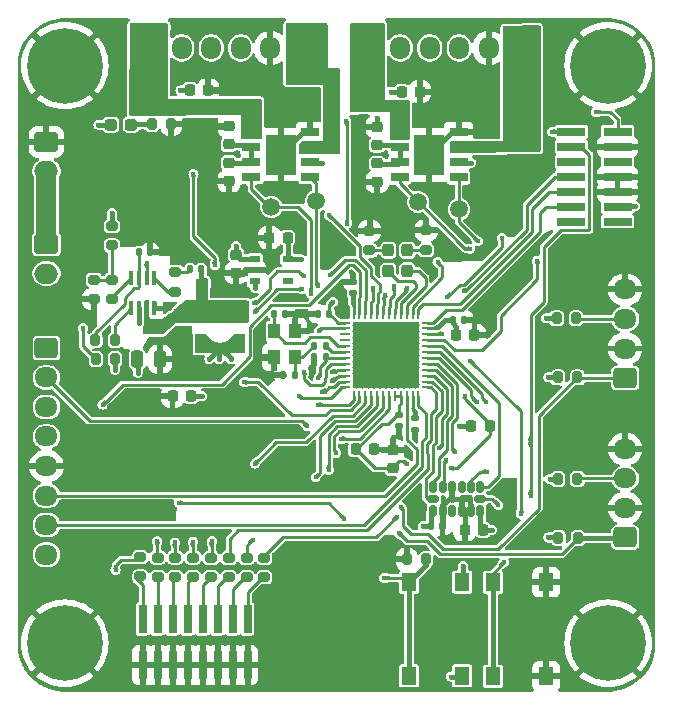
<source format=gtl>
%TF.GenerationSoftware,KiCad,Pcbnew,8.0.5*%
%TF.CreationDate,2024-10-23T11:00:35+02:00*%
%TF.ProjectId,Projet_torero,50726f6a-6574-45f7-946f-7265726f2e6b,rev?*%
%TF.SameCoordinates,Original*%
%TF.FileFunction,Copper,L1,Top*%
%TF.FilePolarity,Positive*%
%FSLAX46Y46*%
G04 Gerber Fmt 4.6, Leading zero omitted, Abs format (unit mm)*
G04 Created by KiCad (PCBNEW 8.0.5) date 2024-10-23 11:00:35*
%MOMM*%
%LPD*%
G01*
G04 APERTURE LIST*
G04 Aperture macros list*
%AMRoundRect*
0 Rectangle with rounded corners*
0 $1 Rounding radius*
0 $2 $3 $4 $5 $6 $7 $8 $9 X,Y pos of 4 corners*
0 Add a 4 corners polygon primitive as box body*
4,1,4,$2,$3,$4,$5,$6,$7,$8,$9,$2,$3,0*
0 Add four circle primitives for the rounded corners*
1,1,$1+$1,$2,$3*
1,1,$1+$1,$4,$5*
1,1,$1+$1,$6,$7*
1,1,$1+$1,$8,$9*
0 Add four rect primitives between the rounded corners*
20,1,$1+$1,$2,$3,$4,$5,0*
20,1,$1+$1,$4,$5,$6,$7,0*
20,1,$1+$1,$6,$7,$8,$9,0*
20,1,$1+$1,$8,$9,$2,$3,0*%
%AMFreePoly0*
4,1,19,2.150000,-1.200000,1.177922,-1.200000,1.064578,-1.003895,0.918917,-0.830439,0.745359,-0.684899,0.549174,-0.571693,0.336318,-0.494257,0.113252,-0.454942,-0.113252,-0.454942,-0.336318,-0.494257,-0.549174,-0.571693,-0.745359,-0.684899,-0.918917,-0.830439,-1.064578,-1.003895,-1.177922,-1.200000,-2.150000,-1.200000,-2.150000,0.400000,2.150000,0.400000,2.150000,-1.200000,2.150000,-1.200000,
$1*%
%AMFreePoly1*
4,1,19,-1.064578,1.003895,-0.918917,0.830439,-0.745359,0.684899,-0.549174,0.571693,-0.336318,0.494257,-0.113252,0.454942,0.113252,0.454942,0.336318,0.494257,0.549174,0.571693,0.745359,0.684899,0.918917,0.830439,1.064578,1.003895,1.177922,1.200000,2.150000,1.200000,2.150000,-0.400000,-2.150000,-0.400000,-2.150000,1.200000,-1.177922,1.200000,-1.064578,1.003895,-1.064578,1.003895,
$1*%
G04 Aperture macros list end*
%TA.AperFunction,SMDPad,CuDef*%
%ADD10C,1.500000*%
%TD*%
%TA.AperFunction,SMDPad,CuDef*%
%ADD11RoundRect,0.140000X0.170000X-0.140000X0.170000X0.140000X-0.170000X0.140000X-0.170000X-0.140000X0*%
%TD*%
%TA.AperFunction,SMDPad,CuDef*%
%ADD12RoundRect,0.200000X0.200000X0.275000X-0.200000X0.275000X-0.200000X-0.275000X0.200000X-0.275000X0*%
%TD*%
%TA.AperFunction,ComponentPad*%
%ADD13RoundRect,0.250000X0.600000X0.725000X-0.600000X0.725000X-0.600000X-0.725000X0.600000X-0.725000X0*%
%TD*%
%TA.AperFunction,ComponentPad*%
%ADD14O,1.700000X1.950000*%
%TD*%
%TA.AperFunction,SMDPad,CuDef*%
%ADD15R,1.300000X1.550000*%
%TD*%
%TA.AperFunction,ComponentPad*%
%ADD16RoundRect,0.250000X0.725000X-0.600000X0.725000X0.600000X-0.725000X0.600000X-0.725000X-0.600000X0*%
%TD*%
%TA.AperFunction,ComponentPad*%
%ADD17O,1.950000X1.700000*%
%TD*%
%TA.AperFunction,SMDPad,CuDef*%
%ADD18RoundRect,0.225000X-0.250000X0.225000X-0.250000X-0.225000X0.250000X-0.225000X0.250000X0.225000X0*%
%TD*%
%TA.AperFunction,SMDPad,CuDef*%
%ADD19RoundRect,0.237500X0.287500X0.237500X-0.287500X0.237500X-0.287500X-0.237500X0.287500X-0.237500X0*%
%TD*%
%TA.AperFunction,SMDPad,CuDef*%
%ADD20RoundRect,0.225000X0.250000X-0.225000X0.250000X0.225000X-0.250000X0.225000X-0.250000X-0.225000X0*%
%TD*%
%TA.AperFunction,SMDPad,CuDef*%
%ADD21RoundRect,0.225000X0.225000X0.250000X-0.225000X0.250000X-0.225000X-0.250000X0.225000X-0.250000X0*%
%TD*%
%TA.AperFunction,SMDPad,CuDef*%
%ADD22RoundRect,0.200000X-0.275000X0.200000X-0.275000X-0.200000X0.275000X-0.200000X0.275000X0.200000X0*%
%TD*%
%TA.AperFunction,SMDPad,CuDef*%
%ADD23R,0.900000X0.600000*%
%TD*%
%TA.AperFunction,ComponentPad*%
%ADD24RoundRect,0.250000X-0.750000X0.600000X-0.750000X-0.600000X0.750000X-0.600000X0.750000X0.600000X0*%
%TD*%
%TA.AperFunction,ComponentPad*%
%ADD25O,2.000000X1.700000*%
%TD*%
%TA.AperFunction,SMDPad,CuDef*%
%ADD26RoundRect,0.225000X-0.225000X-0.250000X0.225000X-0.250000X0.225000X0.250000X-0.225000X0.250000X0*%
%TD*%
%TA.AperFunction,SMDPad,CuDef*%
%ADD27RoundRect,0.140000X-0.170000X0.140000X-0.170000X-0.140000X0.170000X-0.140000X0.170000X0.140000X0*%
%TD*%
%TA.AperFunction,SMDPad,CuDef*%
%ADD28RoundRect,0.140000X-0.140000X-0.170000X0.140000X-0.170000X0.140000X0.170000X-0.140000X0.170000X0*%
%TD*%
%TA.AperFunction,SMDPad,CuDef*%
%ADD29RoundRect,0.150000X0.150000X-0.325000X0.150000X0.325000X-0.150000X0.325000X-0.150000X-0.325000X0*%
%TD*%
%TA.AperFunction,SMDPad,CuDef*%
%ADD30RoundRect,0.150000X0.325000X-0.150000X0.325000X0.150000X-0.325000X0.150000X-0.325000X-0.150000X0*%
%TD*%
%TA.AperFunction,SMDPad,CuDef*%
%ADD31R,0.450000X1.150000*%
%TD*%
%TA.AperFunction,SMDPad,CuDef*%
%ADD32RoundRect,0.062500X-0.375000X-0.062500X0.375000X-0.062500X0.375000X0.062500X-0.375000X0.062500X0*%
%TD*%
%TA.AperFunction,SMDPad,CuDef*%
%ADD33RoundRect,0.062500X-0.062500X-0.375000X0.062500X-0.375000X0.062500X0.375000X-0.062500X0.375000X0*%
%TD*%
%TA.AperFunction,HeatsinkPad*%
%ADD34R,5.600000X5.600000*%
%TD*%
%TA.AperFunction,SMDPad,CuDef*%
%ADD35RoundRect,0.200000X-0.200000X-0.275000X0.200000X-0.275000X0.200000X0.275000X-0.200000X0.275000X0*%
%TD*%
%TA.AperFunction,ComponentPad*%
%ADD36C,0.800000*%
%TD*%
%TA.AperFunction,ComponentPad*%
%ADD37C,6.400000*%
%TD*%
%TA.AperFunction,SMDPad,CuDef*%
%ADD38RoundRect,0.250000X-0.250000X-0.475000X0.250000X-0.475000X0.250000X0.475000X-0.250000X0.475000X0*%
%TD*%
%TA.AperFunction,SMDPad,CuDef*%
%ADD39RoundRect,0.135000X0.135000X0.185000X-0.135000X0.185000X-0.135000X-0.185000X0.135000X-0.185000X0*%
%TD*%
%TA.AperFunction,SMDPad,CuDef*%
%ADD40FreePoly0,0.000000*%
%TD*%
%TA.AperFunction,SMDPad,CuDef*%
%ADD41FreePoly1,0.000000*%
%TD*%
%TA.AperFunction,SMDPad,CuDef*%
%ADD42R,2.400000X0.740000*%
%TD*%
%TA.AperFunction,SMDPad,CuDef*%
%ADD43R,1.505000X0.802000*%
%TD*%
%TA.AperFunction,SMDPad,CuDef*%
%ADD44R,2.613000X3.502000*%
%TD*%
%TA.AperFunction,ComponentPad*%
%ADD45RoundRect,0.250000X-0.725000X0.600000X-0.725000X-0.600000X0.725000X-0.600000X0.725000X0.600000X0*%
%TD*%
%TA.AperFunction,SMDPad,CuDef*%
%ADD46RoundRect,0.237500X-0.237500X0.287500X-0.237500X-0.287500X0.237500X-0.287500X0.237500X0.287500X0*%
%TD*%
%TA.AperFunction,SMDPad,CuDef*%
%ADD47RoundRect,0.140000X0.140000X0.170000X-0.140000X0.170000X-0.140000X-0.170000X0.140000X-0.170000X0*%
%TD*%
%TA.AperFunction,SMDPad,CuDef*%
%ADD48RoundRect,0.218750X-0.218750X-0.256250X0.218750X-0.256250X0.218750X0.256250X-0.218750X0.256250X0*%
%TD*%
%TA.AperFunction,SMDPad,CuDef*%
%ADD49R,0.740000X2.400000*%
%TD*%
%TA.AperFunction,SMDPad,CuDef*%
%ADD50R,1.000000X1.300000*%
%TD*%
%TA.AperFunction,ViaPad*%
%ADD51C,0.450000*%
%TD*%
%TA.AperFunction,Conductor*%
%ADD52C,0.450000*%
%TD*%
%TA.AperFunction,Conductor*%
%ADD53C,0.250000*%
%TD*%
%TA.AperFunction,Conductor*%
%ADD54C,1.700000*%
%TD*%
G04 APERTURE END LIST*
D10*
%TO.P,TP1,1,1*%
%TO.N,/PUISSANCE/FWDG*%
X173925000Y-65550000D03*
%TD*%
D11*
%TO.P,C206,1*%
%TO.N,+3.3V*%
X168400000Y-73280000D03*
%TO.P,C206,2*%
%TO.N,GND*%
X168400000Y-72320000D03*
%TD*%
D12*
%TO.P,R202,1*%
%TO.N,GND*%
X153025000Y-58975000D03*
%TO.P,R202,2*%
%TO.N,Net-(D201-K)*%
X151375000Y-58975000D03*
%TD*%
D13*
%TO.P,Moteur D,1,Pin_1*%
%TO.N,/PUISSANCE/Moteur/Commande moteur*%
X182400000Y-52500000D03*
D14*
%TO.P,Moteur D,2,Pin_2*%
%TO.N,GND*%
X179900000Y-52500000D03*
%TO.P,Moteur D,3,Pin_3*%
%TO.N,/PUISSANCE/EncodeurA_Gauche*%
X177400000Y-52500000D03*
%TO.P,Moteur D,4,Pin_4*%
%TO.N,/PUISSANCE/EncodeurB_Gauche*%
X174900000Y-52500000D03*
%TO.P,Moteur D,5,Pin_5*%
%TO.N,+3.3V*%
X172400000Y-52500000D03*
%TO.P,Moteur D,6,Pin_6*%
%TO.N,/PUISSANCE/Moteur/Connecteur Moteur*%
X169900000Y-52500000D03*
%TD*%
D12*
%TO.P,R802,1*%
%TO.N,Net-(QRD801-Pad3)*%
X187400000Y-89000000D03*
%TO.P,R802,2*%
%TO.N,+3.3V*%
X185750000Y-89000000D03*
%TD*%
D15*
%TO.P,Reset,1,1*%
%TO.N,GND*%
X184750000Y-97750000D03*
X184750000Y-105700000D03*
%TO.P,Reset,2,2*%
%TO.N,NRST*%
X180250000Y-97750000D03*
X180250000Y-105700000D03*
%TD*%
D16*
%TO.P,CapteurBD,1*%
%TO.N,/CAPTEURS/ANALOG_OUTPUT_CAPT_BORD_D*%
X191450000Y-80450000D03*
D17*
%TO.P,CapteurBD,2*%
%TO.N,GND*%
X191450000Y-77950000D03*
%TO.P,CapteurBD,3*%
%TO.N,Net-(QRD901-Pad3)*%
X191450000Y-75450000D03*
%TO.P,CapteurBD,4*%
%TO.N,GND*%
X191450000Y-72950000D03*
%TD*%
D18*
%TO.P,C505,1*%
%TO.N,+5V*%
X158500000Y-70000000D03*
%TO.P,C505,2*%
%TO.N,GND*%
X158500000Y-71550000D03*
%TD*%
D19*
%TO.P,D201,1,K*%
%TO.N,Net-(D201-K)*%
X149650000Y-59000000D03*
%TO.P,D201,2,A*%
%TO.N,+3.3V*%
X147900000Y-59000000D03*
%TD*%
D20*
%TO.P,C601,1*%
%TO.N,GND*%
X170450000Y-63817500D03*
%TO.P,C601,2*%
%TO.N,7.2V*%
X170450000Y-62267500D03*
%TD*%
D21*
%TO.P,C703,1*%
%TO.N,GND*%
X156150000Y-56075000D03*
%TO.P,C703,2*%
%TO.N,+3.3V*%
X154600000Y-56075000D03*
%TD*%
D22*
%TO.P,R204,1*%
%TO.N,LED_N*%
X150400000Y-95600000D03*
%TO.P,R204,2*%
%TO.N,Net-(J202-Pin_2)*%
X150400000Y-97250000D03*
%TD*%
D23*
%TO.P,R\u00E9gu3.3V,1,VIN*%
%TO.N,+5V*%
X160100000Y-70375000D03*
%TO.P,R\u00E9gu3.3V,2,GND*%
%TO.N,GND*%
X160100000Y-71325000D03*
%TO.P,R\u00E9gu3.3V,3,STBY*%
%TO.N,+5V*%
X160100000Y-72275000D03*
%TO.P,R\u00E9gu3.3V,4,N.C.*%
%TO.N,unconnected-(U501-N.C.-Pad4)*%
X162900000Y-72275000D03*
%TO.P,R\u00E9gu3.3V,5,VOUT*%
%TO.N,+3.3V*%
X162900000Y-70375000D03*
%TD*%
D20*
%TO.P,C602,1*%
%TO.N,7.2V*%
X170450000Y-60717500D03*
%TO.P,C602,2*%
%TO.N,GND*%
X170450000Y-59167500D03*
%TD*%
D10*
%TO.P,TP4,1,1*%
%TO.N,/PUISSANCE/REVD*%
X165300000Y-65450000D03*
%TD*%
D22*
%TO.P,R203,1*%
%TO.N,GND*%
X174600000Y-67950000D03*
%TO.P,R203,2*%
%TO.N,Net-(D202-K)*%
X174600000Y-69600000D03*
%TD*%
D24*
%TO.P,ON/OFF,1,Pin_1*%
%TO.N,Net-(J501-Pin_2)*%
X142450000Y-69100000D03*
D25*
%TO.P,ON/OFF,2,Pin_2*%
%TO.N,7.2V*%
X142450000Y-71600000D03*
%TD*%
D26*
%TO.P,C506,1*%
%TO.N,GND*%
X161325000Y-68575000D03*
%TO.P,C506,2*%
%TO.N,+3.3V*%
X162875000Y-68575000D03*
%TD*%
D27*
%TO.P,C208,1*%
%TO.N,+3.3V*%
X173675000Y-83865000D03*
%TO.P,C208,2*%
%TO.N,GND*%
X173675000Y-84825000D03*
%TD*%
D28*
%TO.P,C502,1*%
%TO.N,Net-(IC501-VCC)*%
X150270000Y-69800000D03*
%TO.P,C502,2*%
%TO.N,GND*%
X151230000Y-69800000D03*
%TD*%
D29*
%TO.P,Acc,1,Vdd_I/O*%
%TO.N,+3.3V*%
X175200000Y-91700000D03*
%TO.P,Acc,2,GND*%
%TO.N,GND*%
X176000000Y-91700000D03*
%TO.P,Acc,3,RES*%
%TO.N,unconnected-(U401-RES-Pad3)*%
X176800000Y-91700000D03*
%TO.P,Acc,4,GND*%
%TO.N,GND*%
X177600000Y-91700000D03*
%TO.P,Acc,5,GND*%
X178400000Y-91700000D03*
%TO.P,Acc,6,Vs*%
%TO.N,+3.3V*%
X179200000Y-91700000D03*
D30*
%TO.P,Acc,7,~{CS}*%
%TO.N,/CAPTEURS/CS_ACC*%
X179200000Y-90700000D03*
D29*
%TO.P,Acc,8,INT1*%
%TO.N,/CAPTEURS/INT1_ACC*%
X179200000Y-89700000D03*
%TO.P,Acc,9,INT2*%
%TO.N,/CAPTEURS/INT2_ACC*%
X178400000Y-89700000D03*
%TO.P,Acc,10,NC*%
%TO.N,unconnected-(U401-NC-Pad10)*%
X177600000Y-89700000D03*
%TO.P,Acc,11,RES*%
%TO.N,GND*%
X176800000Y-89700000D03*
%TO.P,Acc,12,SDO/ADDR*%
%TO.N,/CAPTEURS/SDO_ACC*%
X176000000Y-89700000D03*
%TO.P,Acc,13,SDA/SDI/SDIO*%
%TO.N,/CAPTEURS/SDI_ACC*%
X175200000Y-89700000D03*
D30*
%TO.P,Acc,14,SCL/SCLK*%
%TO.N,/CAPTEURS/SCLK_ACC*%
X175200000Y-90700000D03*
%TD*%
D31*
%TO.P,R\u00E9gu5V,1,PG*%
%TO.N,Net-(IC501-PG)*%
X149625000Y-74550000D03*
%TO.P,R\u00E9gu5V,2,IN*%
%TO.N,7.2V*%
X150275000Y-74550000D03*
%TO.P,R\u00E9gu5V,3,SW*%
%TO.N,/ALIMENTATION/Sortie R\u00E9gulateur 5V*%
X150925000Y-74550000D03*
%TO.P,R\u00E9gu5V,4,GND*%
%TO.N,GND*%
X151575000Y-74550000D03*
%TO.P,R\u00E9gu5V,5,BST*%
%TO.N,Net-(IC501-BST)*%
X151575000Y-71950000D03*
%TO.P,R\u00E9gu5V,6,EN/SYNC*%
%TO.N,Net-(IC501-EN{slash}SYNC)*%
X150925000Y-71950000D03*
%TO.P,R\u00E9gu5V,7,VCC*%
%TO.N,Net-(IC501-VCC)*%
X150275000Y-71950000D03*
%TO.P,R\u00E9gu5V,8,FB*%
%TO.N,Net-(IC501-FB)*%
X149625000Y-71950000D03*
%TD*%
D32*
%TO.P,U201,1,VBAT*%
%TO.N,Net-(U201-VBAT)*%
X167762500Y-75750000D03*
%TO.P,U201,2,PC13*%
%TO.N,/CAPTEURS/INT2_ACC*%
X167762500Y-76250000D03*
%TO.P,U201,3,PC14*%
%TO.N,unconnected-(U201-PC14-Pad3)*%
X167762500Y-76750000D03*
%TO.P,U201,4,PC15*%
%TO.N,unconnected-(U201-PC15-Pad4)*%
X167762500Y-77250000D03*
%TO.P,U201,5,PF0*%
%TO.N,Net-(U201-PF0)*%
X167762500Y-77750000D03*
%TO.P,U201,6,PF1*%
%TO.N,Net-(U201-PF1)*%
X167762500Y-78250000D03*
%TO.P,U201,7,PG10*%
%TO.N,NRST*%
X167762500Y-78750000D03*
%TO.P,U201,8,PA0*%
%TO.N,/PUISSANCE/FWDD*%
X167762500Y-79250000D03*
%TO.P,U201,9,PA1*%
%TO.N,/PUISSANCE/REVD*%
X167762500Y-79750000D03*
%TO.P,U201,10,PA2*%
%TO.N,VCP_TX*%
X167762500Y-80250000D03*
%TO.P,U201,11,PA3*%
%TO.N,VCP_RX*%
X167762500Y-80750000D03*
%TO.P,U201,12,PA4*%
%TO.N,/PUISSANCE/EncodeurA_Droite*%
X167762500Y-81250000D03*
D33*
%TO.P,U201,13,PA5*%
%TO.N,/CAPTEURS/CS_ACC*%
X168450000Y-81937500D03*
%TO.P,U201,14,PA6*%
%TO.N,/PUISSANCE/EncodeurB_Droite*%
X168950000Y-81937500D03*
%TO.P,U201,15,PA7*%
%TO.N,LED_NE*%
X169450000Y-81937500D03*
%TO.P,U201,16,PC4*%
%TO.N,LED_SE*%
X169950000Y-81937500D03*
%TO.P,U201,17,PB0*%
%TO.N,/CAPTEURS/ANALOG_OUTPUT_CAPT_BORD_G*%
X170450000Y-81937500D03*
%TO.P,U201,18,PB1*%
%TO.N,/CAPTEURS/ANALOG_OUTPUT_CAPT_BORD_D*%
X170950000Y-81937500D03*
%TO.P,U201,19,PB2*%
%TO.N,/CAPTEURS/M_EN_LIDAR*%
X171450000Y-81937500D03*
%TO.P,U201,20,VREF+*%
%TO.N,Net-(U201-VBAT)*%
X171950000Y-81937500D03*
%TO.P,U201,21,VDDA*%
X172450000Y-81937500D03*
%TO.P,U201,22,PB10*%
%TO.N,/CAPTEURS/Rx_LIDAR*%
X172950000Y-81937500D03*
%TO.P,U201,23,VDD*%
%TO.N,+3.3V*%
X173450000Y-81937500D03*
%TO.P,U201,24,PB11*%
%TO.N,/CAPTEURS/Tx_LIDAR*%
X173950000Y-81937500D03*
D32*
%TO.P,U201,25,PB12*%
%TO.N,LED_NW*%
X174637500Y-81250000D03*
%TO.P,U201,26,PB13*%
%TO.N,/CAPTEURS/SCLK_ACC*%
X174637500Y-80750000D03*
%TO.P,U201,27,PB14*%
%TO.N,/CAPTEURS/SDO_ACC*%
X174637500Y-80250000D03*
%TO.P,U201,28,PB15*%
%TO.N,/CAPTEURS/SDI_ACC*%
X174637500Y-79750000D03*
%TO.P,U201,29,PC6*%
%TO.N,LED_SW*%
X174637500Y-79250000D03*
%TO.P,U201,30,PA8*%
%TO.N,/PUISSANCE/FWDG*%
X174637500Y-78750000D03*
%TO.P,U201,31,PA9*%
%TO.N,/PUISSANCE/REVG*%
X174637500Y-78250000D03*
%TO.P,U201,32,PA10*%
%TO.N,/CAPTEURS/INT1_ACC*%
X174637500Y-77750000D03*
%TO.P,U201,33,PA11*%
%TO.N,/PUISSANCE/EncodeurA_Gauche*%
X174637500Y-77250000D03*
%TO.P,U201,34,PA12*%
%TO.N,/PUISSANCE/EncodeurB_Gauche*%
X174637500Y-76750000D03*
%TO.P,U201,35,VDD*%
%TO.N,+3.3V*%
X174637500Y-76250000D03*
%TO.P,U201,36,PA13*%
%TO.N,SWDIO*%
X174637500Y-75750000D03*
D33*
%TO.P,U201,37,PA14*%
%TO.N,SWCLK*%
X173950000Y-75062500D03*
%TO.P,U201,38,PA15*%
%TO.N,/CAPTEURS/DEV_EN_LIDAR*%
X173450000Y-75062500D03*
%TO.P,U201,39,PC10*%
%TO.N,STATUS_LED*%
X172950000Y-75062500D03*
%TO.P,U201,40,PC11*%
%TO.N,STATUS_LED_Debug*%
X172450000Y-75062500D03*
%TO.P,U201,41,PB3*%
%TO.N,SWO*%
X171950000Y-75062500D03*
%TO.P,U201,42,PB4*%
%TO.N,LED_W*%
X171450000Y-75062500D03*
%TO.P,U201,43,PB5*%
%TO.N,LED_N*%
X170950000Y-75062500D03*
%TO.P,U201,44,PB6*%
%TO.N,LED_E*%
X170450000Y-75062500D03*
%TO.P,U201,45,PB7*%
%TO.N,LED_S*%
X169950000Y-75062500D03*
%TO.P,U201,46,PB8*%
%TO.N,/STM32/USER_BTN*%
X169450000Y-75062500D03*
%TO.P,U201,47,PB9*%
%TO.N,/CAPTEURS/M_SCTR_LIDAR*%
X168950000Y-75062500D03*
%TO.P,U201,48,VDD*%
%TO.N,+3.3V*%
X168450000Y-75062500D03*
D34*
%TO.P,U201,49,VSS*%
%TO.N,GND*%
X171200000Y-78500000D03*
%TD*%
D35*
%TO.P,10k201,1*%
%TO.N,GND*%
X172950000Y-95800000D03*
%TO.P,10k201,2*%
%TO.N,/STM32/USER_BTN*%
X174600000Y-95800000D03*
%TD*%
D36*
%TO.P,H2,1,1*%
%TO.N,GND*%
X141602944Y-53997056D03*
X142305888Y-52300000D03*
X142305888Y-55694112D03*
X144002944Y-51597056D03*
D37*
X144002944Y-53997056D03*
D36*
X144002944Y-56397056D03*
X145700000Y-52300000D03*
X145700000Y-55694112D03*
X146402944Y-53997056D03*
%TD*%
D22*
%TO.P,R209,1*%
%TO.N,LED_NW*%
X157900000Y-95675000D03*
%TO.P,R209,2*%
%TO.N,Net-(J202-Pin_12)*%
X157900000Y-97325000D03*
%TD*%
D21*
%TO.P,C504,1*%
%TO.N,+5V*%
X154675000Y-82000000D03*
%TO.P,C504,2*%
%TO.N,GND*%
X153125000Y-82000000D03*
%TD*%
D35*
%TO.P,R901,1*%
%TO.N,+3.3V*%
X185750000Y-80400000D03*
%TO.P,R901,2*%
%TO.N,/CAPTEURS/ANALOG_OUTPUT_CAPT_BORD_D*%
X187400000Y-80400000D03*
%TD*%
D38*
%TO.P,C501,1*%
%TO.N,7.2V*%
X150150000Y-78850000D03*
%TO.P,C501,2*%
%TO.N,GND*%
X152050000Y-78850000D03*
%TD*%
D36*
%TO.P,H1,1,1*%
%TO.N,GND*%
X187600000Y-54000000D03*
X188302944Y-52302944D03*
X188302944Y-55697056D03*
X190000000Y-51600000D03*
D37*
X190000000Y-54000000D03*
D36*
X190000000Y-56400000D03*
X191697056Y-52302944D03*
X191697056Y-55697056D03*
X192400000Y-54000000D03*
%TD*%
D24*
%TO.P,Batterie,1,Pin_1*%
%TO.N,GND*%
X142450000Y-60450000D03*
D25*
%TO.P,Batterie,2,Pin_2*%
%TO.N,Net-(J501-Pin_2)*%
X142450000Y-62950000D03*
%TD*%
D39*
%TO.P,R201,1*%
%TO.N,Net-(U201-PF1)*%
X166110000Y-77700000D03*
%TO.P,R201,2*%
%TO.N,Net-(C201-Pad2)*%
X165090000Y-77700000D03*
%TD*%
D21*
%TO.P,C603,1*%
%TO.N,GND*%
X174075000Y-56200000D03*
%TO.P,C603,2*%
%TO.N,+3.3V*%
X172525000Y-56200000D03*
%TD*%
D12*
%TO.P,R501,1*%
%TO.N,7.2V*%
X148275000Y-78850000D03*
%TO.P,R501,2*%
%TO.N,Net-(IC501-EN{slash}SYNC)*%
X146625000Y-78850000D03*
%TD*%
D15*
%TO.P,SW201,1,1*%
%TO.N,/STM32/USER_BTN*%
X173150000Y-105675000D03*
X173150000Y-97725000D03*
%TO.P,SW201,2,2*%
%TO.N,+3.3V*%
X177650000Y-105675000D03*
X177650000Y-97725000D03*
%TD*%
D22*
%TO.P,R503,1*%
%TO.N,Net-(C503-Pad1)*%
X153375000Y-71475000D03*
%TO.P,R503,2*%
%TO.N,Net-(IC501-BST)*%
X153375000Y-73125000D03*
%TD*%
%TO.P,R207,1*%
%TO.N,LED_W*%
X154850000Y-95650000D03*
%TO.P,R207,2*%
%TO.N,Net-(J202-Pin_8)*%
X154850000Y-97300000D03*
%TD*%
D40*
%TO.P,L501,1*%
%TO.N,/ALIMENTATION/Sortie R\u00E9gulateur 5V*%
X157175000Y-74400000D03*
D41*
%TO.P,L501,2*%
%TO.N,+5V*%
X157175000Y-77900000D03*
%TD*%
D28*
%TO.P,C503,1*%
%TO.N,Net-(C503-Pad1)*%
X154615000Y-71250000D03*
%TO.P,C503,2*%
%TO.N,/ALIMENTATION/Sortie R\u00E9gulateur 5V*%
X155575000Y-71250000D03*
%TD*%
D22*
%TO.P,R505,1*%
%TO.N,+5V*%
X148000000Y-67575000D03*
%TO.P,R505,2*%
%TO.N,Net-(R504-Pad1)*%
X148000000Y-69225000D03*
%TD*%
D28*
%TO.P,C207,1*%
%TO.N,+3.3V*%
X176860000Y-75500000D03*
%TO.P,C207,2*%
%TO.N,GND*%
X177820000Y-75500000D03*
%TD*%
D22*
%TO.P,R506,1*%
%TO.N,Net-(R504-Pad1)*%
X146450000Y-72125000D03*
%TO.P,R506,2*%
%TO.N,GND*%
X146450000Y-73775000D03*
%TD*%
%TO.P,R208,1*%
%TO.N,LED_NE*%
X156400000Y-95675000D03*
%TO.P,R208,2*%
%TO.N,Net-(J202-Pin_10)*%
X156400000Y-97325000D03*
%TD*%
D10*
%TO.P,TP3,1,1*%
%TO.N,/PUISSANCE/REVG*%
X177375000Y-66175000D03*
%TD*%
D42*
%TO.P,ST-LINK,1,Pin_1*%
%TO.N,unconnected-(J201-Pin_1-Pad1)*%
X190800000Y-67210000D03*
%TO.P,ST-LINK,2,Pin_2*%
%TO.N,unconnected-(J201-Pin_2-Pad2)*%
X186900000Y-67210000D03*
%TO.P,ST-LINK,3,Pin_3*%
%TO.N,+3.3V*%
X190800000Y-65940000D03*
%TO.P,ST-LINK,4,Pin_4*%
%TO.N,SWDIO*%
X186900000Y-65940000D03*
%TO.P,ST-LINK,5,Pin_5*%
%TO.N,GND*%
X190800000Y-64670000D03*
%TO.P,ST-LINK,6,Pin_6*%
%TO.N,SWCLK*%
X186900000Y-64670000D03*
%TO.P,ST-LINK,7,Pin_7*%
%TO.N,GND*%
X190800000Y-63400000D03*
%TO.P,ST-LINK,8,Pin_8*%
%TO.N,SWO*%
X186900000Y-63400000D03*
%TO.P,ST-LINK,9,Pin_9*%
%TO.N,unconnected-(J201-Pin_9-Pad9)*%
X190800000Y-62130000D03*
%TO.P,ST-LINK,10,Pin_10*%
%TO.N,unconnected-(J201-Pin_10-Pad10)*%
X186900000Y-62130000D03*
%TO.P,ST-LINK,11,Pin_11*%
%TO.N,GND*%
X190800000Y-60860000D03*
%TO.P,ST-LINK,12,Pin_12*%
%TO.N,NRST*%
X186900000Y-60860000D03*
%TO.P,ST-LINK,13,Pin_13*%
%TO.N,VCP_RX*%
X190800000Y-59590000D03*
%TO.P,ST-LINK,14,Pin_14*%
%TO.N,VCP_TX*%
X186900000Y-59590000D03*
%TD*%
D28*
%TO.P,C202,1*%
%TO.N,Net-(U201-PF0)*%
X161720000Y-75000000D03*
%TO.P,C202,2*%
%TO.N,GND*%
X162680000Y-75000000D03*
%TD*%
D22*
%TO.P,R210,1*%
%TO.N,LED_SE*%
X159400000Y-95675000D03*
%TO.P,R210,2*%
%TO.N,Net-(J202-Pin_14)*%
X159400000Y-97325000D03*
%TD*%
%TO.P,R504,1*%
%TO.N,Net-(R504-Pad1)*%
X148025000Y-72125000D03*
%TO.P,R504,2*%
%TO.N,Net-(IC501-FB)*%
X148025000Y-73775000D03*
%TD*%
D21*
%TO.P,C401,1*%
%TO.N,+3.3V*%
X179400000Y-93300000D03*
%TO.P,C401,2*%
%TO.N,GND*%
X177850000Y-93300000D03*
%TD*%
D43*
%TO.P,Hacheur D,1,OUT1*%
%TO.N,/PUISSANCE/Moteur/Connecteur Moteur*%
X172350000Y-59657500D03*
%TO.P,Hacheur D,2,VM*%
%TO.N,7.2V*%
X172350000Y-60927500D03*
%TO.P,Hacheur D,3,VDD*%
X172350000Y-62197500D03*
%TO.P,Hacheur D,4,FWD*%
%TO.N,/PUISSANCE/FWDG*%
X172350000Y-63467500D03*
%TO.P,Hacheur D,5,REV*%
%TO.N,/PUISSANCE/REVG*%
X177345000Y-63467500D03*
%TO.P,Hacheur D,6,VREF*%
%TO.N,7.2V*%
X177345000Y-62197500D03*
%TO.P,Hacheur D,7,OUT2*%
%TO.N,/PUISSANCE/Moteur/Commande moteur*%
X177345000Y-60927500D03*
%TO.P,Hacheur D,8,GND*%
%TO.N,GND*%
X177345000Y-59657500D03*
D44*
%TO.P,Hacheur D,9,GND*%
X174847500Y-61562500D03*
%TD*%
D35*
%TO.P,R801,1*%
%TO.N,+3.3V*%
X185800000Y-94000000D03*
%TO.P,R801,2*%
%TO.N,/CAPTEURS/ANALOG_OUTPUT_CAPT_BORD_G*%
X187450000Y-94000000D03*
%TD*%
D45*
%TO.P,LIDAR,1,Pin_1*%
%TO.N,unconnected-(J401-Pin_1-Pad1)*%
X142450000Y-77900000D03*
D17*
%TO.P,LIDAR,2,Pin_2*%
%TO.N,/CAPTEURS/M_EN_LIDAR*%
X142450000Y-80400000D03*
%TO.P,LIDAR,3,Pin_3*%
%TO.N,/CAPTEURS/DEV_EN_LIDAR*%
X142450000Y-82900000D03*
%TO.P,LIDAR,4,Pin_4*%
%TO.N,/CAPTEURS/M_SCTR_LIDAR*%
X142450000Y-85400000D03*
%TO.P,LIDAR,5,Pin_5*%
%TO.N,GND*%
X142450000Y-87900000D03*
%TO.P,LIDAR,6,Pin_6*%
%TO.N,/CAPTEURS/Rx_LIDAR*%
X142450000Y-90400000D03*
%TO.P,LIDAR,7,Pin_7*%
%TO.N,/CAPTEURS/Tx_LIDAR*%
X142450000Y-92900000D03*
%TO.P,LIDAR,8,Pin_8*%
%TO.N,+5V*%
X142450000Y-95400000D03*
%TD*%
D36*
%TO.P,H3,1,1*%
%TO.N,GND*%
X141600000Y-102900000D03*
X142302944Y-101202944D03*
X142302944Y-104597056D03*
X144000000Y-100500000D03*
D37*
X144000000Y-102900000D03*
D36*
X144000000Y-105300000D03*
X145697056Y-101202944D03*
X145697056Y-104597056D03*
X146400000Y-102900000D03*
%TD*%
D20*
%TO.P,C701,1*%
%TO.N,GND*%
X157900000Y-63775000D03*
%TO.P,C701,2*%
%TO.N,7.2V*%
X157900000Y-62225000D03*
%TD*%
D43*
%TO.P,HacheurG,1,OUT1*%
%TO.N,/PUISSANCE/Moteur1/Connecteur Moteur*%
X159802500Y-59652500D03*
%TO.P,HacheurG,2,VM*%
%TO.N,7.2V*%
X159802500Y-60922500D03*
%TO.P,HacheurG,3,VDD*%
X159802500Y-62192500D03*
%TO.P,HacheurG,4,FWD*%
%TO.N,/PUISSANCE/FWDD*%
X159802500Y-63462500D03*
%TO.P,HacheurG,5,REV*%
%TO.N,/PUISSANCE/REVD*%
X164797500Y-63462500D03*
%TO.P,HacheurG,6,VREF*%
%TO.N,7.2V*%
X164797500Y-62192500D03*
%TO.P,HacheurG,7,OUT2*%
%TO.N,/PUISSANCE/Moteur1/Commande moteur*%
X164797500Y-60922500D03*
%TO.P,HacheurG,8,GND*%
%TO.N,GND*%
X164797500Y-59652500D03*
D44*
%TO.P,HacheurG,9,GND*%
X162300000Y-61557500D03*
%TD*%
D46*
%TO.P,D202,1,K*%
%TO.N,Net-(D202-K)*%
X173000000Y-69625000D03*
%TO.P,D202,2,A*%
%TO.N,STATUS_LED*%
X173000000Y-71375000D03*
%TD*%
D26*
%TO.P,C205,1*%
%TO.N,Net-(U201-VBAT)*%
X168650000Y-86500000D03*
%TO.P,C205,2*%
%TO.N,GND*%
X170200000Y-86500000D03*
%TD*%
D22*
%TO.P,R205,1*%
%TO.N,LED_E*%
X151875000Y-95650000D03*
%TO.P,R205,2*%
%TO.N,Net-(J202-Pin_4)*%
X151875000Y-97300000D03*
%TD*%
D47*
%TO.P,C203,1*%
%TO.N,NRST*%
X166080000Y-78700000D03*
%TO.P,C203,2*%
%TO.N,GND*%
X165120000Y-78700000D03*
%TD*%
D16*
%TO.P,CapteurBG,1*%
%TO.N,/CAPTEURS/ANALOG_OUTPUT_CAPT_BORD_G*%
X191450000Y-93950000D03*
D17*
%TO.P,CapteurBG,2*%
%TO.N,GND*%
X191450000Y-91450000D03*
%TO.P,CapteurBG,3*%
%TO.N,Net-(QRD801-Pad3)*%
X191450000Y-88950000D03*
%TO.P,CapteurBG,4*%
%TO.N,GND*%
X191450000Y-86450000D03*
%TD*%
D48*
%TO.P,L202,1,1*%
%TO.N,+3.3V*%
X178412500Y-84500000D03*
%TO.P,L202,2,2*%
%TO.N,Net-(U201-VBAT)*%
X179987500Y-84500000D03*
%TD*%
D27*
%TO.P,C211,1*%
%TO.N,Net-(U201-VBAT)*%
X172325000Y-83570000D03*
%TO.P,C211,2*%
%TO.N,GND*%
X172325000Y-84530000D03*
%TD*%
D47*
%TO.P,C204,1*%
%TO.N,Net-(U201-VBAT)*%
X166380000Y-75000000D03*
%TO.P,C204,2*%
%TO.N,GND*%
X165420000Y-75000000D03*
%TD*%
D35*
%TO.P,R502,1*%
%TO.N,Net-(IC501-VCC)*%
X146600000Y-77250000D03*
%TO.P,R502,2*%
%TO.N,Net-(IC501-PG)*%
X148250000Y-77250000D03*
%TD*%
D22*
%TO.P,R206,1*%
%TO.N,LED_S*%
X153350000Y-95650000D03*
%TO.P,R206,2*%
%TO.N,Net-(J202-Pin_6)*%
X153350000Y-97300000D03*
%TD*%
%TO.P,R314,1*%
%TO.N,GND*%
X169800000Y-68000000D03*
%TO.P,R314,2*%
%TO.N,Net-(D1-K)*%
X169800000Y-69650000D03*
%TD*%
D12*
%TO.P,R902,1*%
%TO.N,Net-(QRD901-Pad3)*%
X187300000Y-75400000D03*
%TO.P,R902,2*%
%TO.N,+3.3V*%
X185650000Y-75400000D03*
%TD*%
D36*
%TO.P,H4,1,1*%
%TO.N,GND*%
X192400000Y-102900000D03*
X191697056Y-104597056D03*
X191697056Y-101202944D03*
X190000000Y-105300000D03*
D37*
X190000000Y-102900000D03*
D36*
X190000000Y-100500000D03*
X188302944Y-104597056D03*
X188302944Y-101202944D03*
X187600000Y-102900000D03*
%TD*%
D49*
%TO.P,LEDs Lidar,1,Pin_1*%
%TO.N,GND*%
X150600000Y-104750000D03*
%TO.P,LEDs Lidar,2,Pin_2*%
%TO.N,Net-(J202-Pin_2)*%
X150600000Y-100850000D03*
%TO.P,LEDs Lidar,3,Pin_3*%
%TO.N,GND*%
X151870000Y-104750000D03*
%TO.P,LEDs Lidar,4,Pin_4*%
%TO.N,Net-(J202-Pin_4)*%
X151870000Y-100850000D03*
%TO.P,LEDs Lidar,5,Pin_5*%
%TO.N,GND*%
X153140000Y-104750000D03*
%TO.P,LEDs Lidar,6,Pin_6*%
%TO.N,Net-(J202-Pin_6)*%
X153140000Y-100850000D03*
%TO.P,LEDs Lidar,7,Pin_7*%
%TO.N,GND*%
X154410000Y-104750000D03*
%TO.P,LEDs Lidar,8,Pin_8*%
%TO.N,Net-(J202-Pin_8)*%
X154410000Y-100850000D03*
%TO.P,LEDs Lidar,9,Pin_9*%
%TO.N,GND*%
X155680000Y-104750000D03*
%TO.P,LEDs Lidar,10,Pin_10*%
%TO.N,Net-(J202-Pin_10)*%
X155680000Y-100850000D03*
%TO.P,LEDs Lidar,11,Pin_11*%
%TO.N,GND*%
X156950000Y-104750000D03*
%TO.P,LEDs Lidar,12,Pin_12*%
%TO.N,Net-(J202-Pin_12)*%
X156950000Y-100850000D03*
%TO.P,LEDs Lidar,13,Pin_13*%
%TO.N,GND*%
X158220000Y-104750000D03*
%TO.P,LEDs Lidar,14,Pin_14*%
%TO.N,Net-(J202-Pin_14)*%
X158220000Y-100850000D03*
%TO.P,LEDs Lidar,15,Pin_15*%
%TO.N,GND*%
X159490000Y-104750000D03*
%TO.P,LEDs Lidar,16,Pin_16*%
%TO.N,Net-(J202-Pin_16)*%
X159490000Y-100850000D03*
%TD*%
D10*
%TO.P,TP2,1,1*%
%TO.N,/PUISSANCE/FWDD*%
X161500000Y-65975000D03*
%TD*%
D28*
%TO.P,C201,1*%
%TO.N,GND*%
X162520000Y-80200000D03*
%TO.P,C201,2*%
%TO.N,Net-(C201-Pad2)*%
X163480000Y-80200000D03*
%TD*%
D46*
%TO.P,D1,1,K*%
%TO.N,Net-(D1-K)*%
X171400000Y-69650000D03*
%TO.P,D1,2,A*%
%TO.N,STATUS_LED_Debug*%
X171400000Y-71400000D03*
%TD*%
D22*
%TO.P,R211,1*%
%TO.N,LED_SW*%
X160900000Y-95675000D03*
%TO.P,R211,2*%
%TO.N,Net-(J202-Pin_16)*%
X160900000Y-97325000D03*
%TD*%
D13*
%TO.P,Moteur G,1,Pin_1*%
%TO.N,/PUISSANCE/Moteur1/Commande moteur*%
X163900000Y-52500000D03*
D14*
%TO.P,Moteur G,2,Pin_2*%
%TO.N,GND*%
X161400000Y-52500000D03*
%TO.P,Moteur G,3,Pin_3*%
%TO.N,/PUISSANCE/EncodeurA_Droite*%
X158900000Y-52500000D03*
%TO.P,Moteur G,4,Pin_4*%
%TO.N,/PUISSANCE/EncodeurB_Droite*%
X156400000Y-52500000D03*
%TO.P,Moteur G,5,Pin_5*%
%TO.N,+3.3V*%
X153900000Y-52500000D03*
%TO.P,Moteur G,6,Pin_6*%
%TO.N,/PUISSANCE/Moteur1/Connecteur Moteur*%
X151400000Y-52500000D03*
%TD*%
D20*
%TO.P,C210,1*%
%TO.N,Net-(U201-VBAT)*%
X171775000Y-88100000D03*
%TO.P,C210,2*%
%TO.N,GND*%
X171775000Y-86550000D03*
%TD*%
D47*
%TO.P,C402,1*%
%TO.N,GND*%
X175980000Y-93000000D03*
%TO.P,C402,2*%
%TO.N,+3.3V*%
X175020000Y-93000000D03*
%TD*%
D20*
%TO.P,C702,1*%
%TO.N,7.2V*%
X157900000Y-60675000D03*
%TO.P,C702,2*%
%TO.N,GND*%
X157900000Y-59125000D03*
%TD*%
D50*
%TO.P,Y201,1,1*%
%TO.N,Net-(U201-PF0)*%
X161700000Y-76500000D03*
%TO.P,Y201,2,2*%
%TO.N,GND*%
X161700000Y-78700000D03*
%TO.P,Y201,3,3*%
%TO.N,Net-(C201-Pad2)*%
X163500000Y-78700000D03*
%TO.P,Y201,4,4*%
%TO.N,GND*%
X163500000Y-76500000D03*
%TD*%
D26*
%TO.P,C209,1*%
%TO.N,+3.3V*%
X177140000Y-76800000D03*
%TO.P,C209,2*%
%TO.N,GND*%
X178690000Y-76800000D03*
%TD*%
D51*
%TO.N,GND*%
X165925000Y-68875000D03*
X172200000Y-95800000D03*
X171200000Y-78500000D03*
X163675000Y-75000000D03*
X161250000Y-104750000D03*
X171200000Y-79900000D03*
X163350000Y-63000000D03*
X171200000Y-77100000D03*
X164775000Y-86825000D03*
X160300000Y-68500000D03*
X175980000Y-92400000D03*
X162300000Y-63000000D03*
X174850000Y-62992500D03*
X173800000Y-60092500D03*
X153300000Y-78850000D03*
X172600000Y-79900000D03*
X172600000Y-77100000D03*
X175900000Y-60092500D03*
X182000000Y-68200000D03*
X154050000Y-58975000D03*
X164525000Y-76475000D03*
X173200000Y-90725000D03*
X157925000Y-64750000D03*
X163225000Y-73675000D03*
X157000000Y-59200000D03*
X170450000Y-64500000D03*
X172600000Y-78500000D03*
X146450000Y-75100000D03*
X160650000Y-78750000D03*
X168263174Y-71513174D03*
X172325000Y-85225000D03*
X177996164Y-90703836D03*
X163350000Y-61550000D03*
X170450000Y-58400000D03*
X175075000Y-56200000D03*
X169825000Y-67000000D03*
X151975000Y-69800000D03*
X179800000Y-76825000D03*
X174550000Y-67000000D03*
X175900000Y-61542500D03*
X161250000Y-60100000D03*
X162200000Y-83500000D03*
X174850000Y-60092500D03*
X162300000Y-60100000D03*
X192270000Y-60875000D03*
X169800000Y-77100000D03*
X169800000Y-78500000D03*
X173675000Y-85525000D03*
X192320000Y-63450000D03*
X184750000Y-96325000D03*
X192320000Y-64675000D03*
X173800000Y-62992500D03*
X172775000Y-86550000D03*
X161800000Y-80200000D03*
X152250000Y-82000000D03*
X177850000Y-92500000D03*
X161250000Y-63000000D03*
X164875000Y-79475000D03*
X186050000Y-105700000D03*
X148712500Y-104750000D03*
X178900000Y-75525000D03*
X156900000Y-56125000D03*
X161250000Y-61550000D03*
X173800000Y-61542500D03*
X169800000Y-79900000D03*
X152850000Y-74550000D03*
X163350000Y-60100000D03*
X159275000Y-71400000D03*
X175900000Y-62992500D03*
%TO.N,NRST*%
X183450000Y-90400000D03*
X165475000Y-80475000D03*
X181200000Y-96050000D03*
X183450000Y-85825000D03*
%TO.N,+3.3V*%
X184750000Y-75400000D03*
X171600000Y-56250000D03*
X184950000Y-93950000D03*
X146850000Y-59000000D03*
X192300000Y-65900000D03*
X180175000Y-93325000D03*
X168400000Y-74000000D03*
X173675000Y-83325000D03*
X176675000Y-105725000D03*
X175609310Y-76118620D03*
X184950000Y-80400000D03*
X174300000Y-92975000D03*
X153800000Y-56100000D03*
X164001409Y-70401409D03*
X162900000Y-69400000D03*
X185050000Y-89025000D03*
X177370000Y-84500000D03*
X177725000Y-96370000D03*
%TO.N,7.2V*%
X158700000Y-62250000D03*
X150275000Y-75825000D03*
X178400000Y-62217500D03*
X158700000Y-60750000D03*
X165800000Y-62225000D03*
X150175000Y-80000000D03*
X171200000Y-60742500D03*
X171200000Y-62292500D03*
X148250000Y-79775000D03*
%TO.N,+5V*%
X158050000Y-78850000D03*
X155625000Y-82000000D03*
X160100000Y-72825000D03*
X158500000Y-69300000D03*
X156250000Y-78850000D03*
X148000000Y-66500000D03*
X157100000Y-78850000D03*
X159275000Y-70375000D03*
%TO.N,Net-(IC501-EN{slash}SYNC)*%
X150925000Y-70725000D03*
X145550000Y-76225000D03*
%TO.N,SWO*%
X173013604Y-72813604D03*
X177785355Y-73085356D03*
%TO.N,Net-(U201-VBAT)*%
X172992678Y-87742677D03*
X166700000Y-74025000D03*
X176700000Y-88100000D03*
X177850000Y-81950000D03*
%TO.N,/CAPTEURS/DEV_EN_LIDAR*%
X175562500Y-70637500D03*
%TO.N,/CAPTEURS/M_EN_LIDAR*%
X167400000Y-85600000D03*
X164500000Y-84500000D03*
%TO.N,/CAPTEURS/M_SCTR_LIDAR*%
X147200000Y-82700000D03*
%TO.N,/PUISSANCE/EncodeurB_Gauche*%
X176400000Y-73600000D03*
X181000000Y-68600000D03*
X175900000Y-76700000D03*
%TO.N,/PUISSANCE/EncodeurA_Gauche*%
X184000000Y-70500000D03*
%TO.N,/PUISSANCE/EncodeurB_Droite*%
X154900000Y-63200000D03*
X156700000Y-70900000D03*
X159200000Y-80800000D03*
%TO.N,/PUISSANCE/EncodeurA_Droite*%
X167825000Y-58675000D03*
X167900000Y-67375000D03*
X163850000Y-82000000D03*
%TO.N,VCP_RX*%
X165822183Y-81600001D03*
X188975000Y-57925000D03*
%TO.N,VCP_TX*%
X166586221Y-80661221D03*
X185275000Y-59590000D03*
%TO.N,LED_N*%
X182650000Y-91975000D03*
X178350000Y-78975000D03*
X148300000Y-96700000D03*
X171129271Y-73435015D03*
%TO.N,LED_E*%
X151825000Y-94275000D03*
X166350000Y-66650000D03*
%TO.N,LED_S*%
X153325000Y-94375000D03*
X164225000Y-71850000D03*
X170100000Y-72800000D03*
X160000000Y-74075000D03*
%TO.N,LED_W*%
X171876719Y-72650677D03*
X154850000Y-94300000D03*
%TO.N,LED_NE*%
X160100000Y-87700000D03*
X156450000Y-94275000D03*
%TO.N,LED_SE*%
X159925000Y-94125000D03*
X165247182Y-88852818D03*
%TO.N,LED_SW*%
X177000000Y-86700000D03*
X172100000Y-92200000D03*
%TO.N,/CAPTEURS/ANALOG_OUTPUT_CAPT_BORD_G*%
X166350000Y-88225000D03*
X172300000Y-93600000D03*
%TO.N,/CAPTEURS/ANALOG_OUTPUT_CAPT_BORD_D*%
X166987500Y-86787500D03*
X172500000Y-91400000D03*
%TO.N,/PUISSANCE/REVG*%
X178975000Y-68875000D03*
X179700000Y-82500000D03*
%TO.N,/CAPTEURS/CS_ACC*%
X165450000Y-82700000D03*
X180700000Y-91200000D03*
%TO.N,/PUISSANCE/FWDD*%
X164275000Y-79925000D03*
X164850000Y-73300000D03*
%TO.N,/CAPTEURS/SDO_ACC*%
X176300000Y-87400000D03*
X175711091Y-86411091D03*
%TO.N,/PUISSANCE/REVD*%
X166661373Y-79950000D03*
X165400000Y-72625000D03*
%TO.N,/CAPTEURS/INT2_ACC*%
X179748591Y-88373591D03*
X165500000Y-76450000D03*
%TO.N,/PUISSANCE/FWDG*%
X178300000Y-69500000D03*
X178900000Y-82500000D03*
%TO.N,/STM32/USER_BTN*%
X166425000Y-71750000D03*
X160085346Y-74885346D03*
X167650000Y-92350000D03*
X171050000Y-97375000D03*
X164075000Y-72925000D03*
X153700000Y-91000000D03*
%TD*%
D52*
%TO.N,GND*%
X176503836Y-90703836D02*
X176000000Y-91207672D01*
X170450000Y-58400000D02*
X170450000Y-59132500D01*
X176800000Y-90407672D02*
X176503836Y-90703836D01*
X186050000Y-105700000D02*
X184775000Y-105700000D01*
X157925000Y-64750000D02*
X157925000Y-63760000D01*
X172775000Y-86550000D02*
X171850000Y-86550000D01*
X153300000Y-78850000D02*
X152025000Y-78850000D01*
X177850000Y-93300000D02*
X177850000Y-91950000D01*
X161800000Y-80200000D02*
X162525000Y-80200000D01*
X154050000Y-58975000D02*
X153060000Y-58975000D01*
X162300000Y-61557500D02*
X164205000Y-59652500D01*
X178000000Y-90700000D02*
X177996164Y-90703836D01*
X176503836Y-90703836D02*
X177996164Y-90703836D01*
X177840000Y-75525000D02*
X178900000Y-75525000D01*
X165100000Y-79250000D02*
X165100000Y-78675000D01*
X174847500Y-61562500D02*
X176752500Y-59657500D01*
X169825000Y-67000000D02*
X169825000Y-67990000D01*
X156900000Y-56125000D02*
X156185000Y-56125000D01*
X170450000Y-64500000D02*
X170450000Y-63827500D01*
X161250000Y-104750000D02*
X148712500Y-104750000D01*
X175980000Y-91720000D02*
X176000000Y-91700000D01*
X146450000Y-75100000D02*
X146450000Y-73825000D01*
X172325000Y-85225000D02*
X172325000Y-84537500D01*
X157000000Y-59200000D02*
X157010000Y-59190000D01*
D53*
X170200000Y-86500000D02*
X171725000Y-86500000D01*
D52*
X157010000Y-59190000D02*
X157900000Y-59190000D01*
X177850000Y-91950000D02*
X177600000Y-91700000D01*
X175980000Y-93000000D02*
X175980000Y-91720000D01*
X164875000Y-79475000D02*
X165100000Y-79250000D01*
X159275000Y-71400000D02*
X159070000Y-71605000D01*
X174550000Y-67000000D02*
X174550000Y-67990000D01*
X160650000Y-78750000D02*
X161600000Y-78750000D01*
X168375000Y-72325000D02*
X168375000Y-71625000D01*
X168375000Y-71625000D02*
X168263174Y-71513174D01*
X178740000Y-76825000D02*
X179800000Y-76825000D01*
X177600000Y-91700000D02*
X178400000Y-91700000D01*
X176000000Y-92420000D02*
X176000000Y-93060000D01*
X175075000Y-56200000D02*
X174085000Y-56200000D01*
X160300000Y-68500000D02*
X161395000Y-68500000D01*
X173675000Y-85525000D02*
X173675000Y-84850000D01*
X172200000Y-95800000D02*
X172965000Y-95800000D01*
X152850000Y-74550000D02*
X151575000Y-74550000D01*
X175980000Y-92400000D02*
X176000000Y-92420000D01*
X177850000Y-92500000D02*
X177850000Y-93360000D01*
D53*
X171725000Y-86500000D02*
X171775000Y-86550000D01*
D52*
X176000000Y-91207672D02*
X176000000Y-91700000D01*
X164205000Y-59652500D02*
X164797500Y-59652500D01*
X176752500Y-59657500D02*
X177345000Y-59657500D01*
X176800000Y-89700000D02*
X176800000Y-90407672D01*
X151975000Y-69800000D02*
X151205000Y-69800000D01*
X159070000Y-71605000D02*
X158500000Y-71605000D01*
X164525000Y-76475000D02*
X163535000Y-76475000D01*
X152250000Y-82000000D02*
X153125000Y-82000000D01*
D53*
X192315000Y-64670000D02*
X192320000Y-64675000D01*
D52*
X163675000Y-75000000D02*
X162685000Y-75000000D01*
D53*
%TO.N,Net-(C201-Pad2)*%
X164090000Y-78700000D02*
X165090000Y-77700000D01*
X163500000Y-78700000D02*
X163500000Y-80180000D01*
X163500000Y-80180000D02*
X163480000Y-80200000D01*
X163500000Y-78700000D02*
X164090000Y-78700000D01*
D52*
%TO.N,NRST*%
X180250000Y-105675000D02*
X180250000Y-97725000D01*
D53*
X184550000Y-69350000D02*
X184550000Y-73975000D01*
X166130000Y-78750000D02*
X167762500Y-78750000D01*
X166080000Y-78700000D02*
X166130000Y-78750000D01*
X165600000Y-79489999D02*
X166080000Y-79009999D01*
X165475000Y-80375000D02*
X165600000Y-80250000D01*
X165600000Y-80250000D02*
X165600000Y-79489999D01*
X185995000Y-67905000D02*
X184550000Y-69350000D01*
X184550000Y-73975000D02*
X183450000Y-75075000D01*
X188425000Y-67905000D02*
X185995000Y-67905000D01*
X181200000Y-96050000D02*
X180250000Y-97000000D01*
X183450000Y-90400000D02*
X183450000Y-85825000D01*
X180250000Y-97000000D02*
X180250000Y-97725000D01*
X186900000Y-60860000D02*
X187730000Y-60860000D01*
X188425000Y-61555000D02*
X188425000Y-67905000D01*
X183450000Y-75075000D02*
X183450000Y-85825000D01*
X166080000Y-79009999D02*
X166080000Y-78700000D01*
X165475000Y-80475000D02*
X165475000Y-80375000D01*
X187730000Y-60860000D02*
X188425000Y-61555000D01*
D52*
%TO.N,+3.3V*%
X174300000Y-92975000D02*
X174995000Y-92975000D01*
X175609310Y-76118620D02*
X176227930Y-75500000D01*
X192300000Y-65900000D02*
X190840000Y-65900000D01*
X162900000Y-70375000D02*
X162900000Y-68600000D01*
X176860000Y-75500000D02*
X176860000Y-75809999D01*
X176227930Y-75500000D02*
X176860000Y-75500000D01*
X162905000Y-69395000D02*
X162905000Y-68600000D01*
X168400000Y-74000000D02*
X168400000Y-73280000D01*
X146850000Y-59000000D02*
X147900000Y-59000000D01*
X162926409Y-70401409D02*
X162900000Y-70375000D01*
D53*
X175477930Y-76250000D02*
X174637500Y-76250000D01*
X173450000Y-83100000D02*
X173675000Y-83325000D01*
D52*
X179200000Y-93100000D02*
X179200000Y-91700000D01*
X171600000Y-56250000D02*
X172625000Y-56250000D01*
X177725000Y-96370000D02*
X177725000Y-97800000D01*
X176860000Y-75809999D02*
X177140000Y-76089999D01*
D53*
X168450000Y-74050000D02*
X168400000Y-74000000D01*
D52*
X175020000Y-93000000D02*
X175020000Y-91880000D01*
X190840000Y-65900000D02*
X190800000Y-65940000D01*
X179425000Y-93325000D02*
X179200000Y-93100000D01*
X162900000Y-68600000D02*
X162875000Y-68575000D01*
X176675000Y-105725000D02*
X177650000Y-105725000D01*
D53*
X168450000Y-75062500D02*
X168450000Y-74050000D01*
D52*
X173675000Y-83865000D02*
X173675000Y-83325000D01*
D53*
X173450000Y-81937500D02*
X173450000Y-83100000D01*
D52*
X164001409Y-70401409D02*
X162926409Y-70401409D01*
D53*
X175609310Y-76118620D02*
X175477930Y-76250000D01*
D52*
X177140000Y-76089999D02*
X177140000Y-76800000D01*
X185050000Y-89025000D02*
X185725000Y-89025000D01*
X175020000Y-91880000D02*
X175200000Y-91700000D01*
X184950000Y-93950000D02*
X185850000Y-93950000D01*
X162900000Y-69400000D02*
X162905000Y-69395000D01*
X185630000Y-80400000D02*
X184950000Y-80400000D01*
X153800000Y-56100000D02*
X154600000Y-56100000D01*
X174995000Y-92975000D02*
X175020000Y-93000000D01*
X180175000Y-93325000D02*
X179425000Y-93325000D01*
X178430000Y-84500000D02*
X177370000Y-84500000D01*
X184750000Y-75400000D02*
X185650000Y-75400000D01*
%TO.N,7.2V*%
X150275000Y-75825000D02*
X150275000Y-74550000D01*
X159745000Y-62250000D02*
X159802500Y-62192500D01*
X171200000Y-60742500D02*
X172165000Y-60742500D01*
X178400000Y-62217500D02*
X177425000Y-62217500D01*
X170475000Y-62292500D02*
X172255000Y-62292500D01*
X150175000Y-80000000D02*
X150175000Y-78875000D01*
X170450000Y-62267500D02*
X170475000Y-62292500D01*
X158700000Y-62250000D02*
X157900000Y-62250000D01*
X157975000Y-60750000D02*
X157900000Y-60675000D01*
X158700000Y-60750000D02*
X157975000Y-60750000D01*
X172165000Y-60742500D02*
X172350000Y-60927500D01*
X171200000Y-60742500D02*
X170425000Y-60742500D01*
X159802500Y-60922500D02*
X159802500Y-62192500D01*
X158700000Y-60750000D02*
X159630000Y-60750000D01*
X148250000Y-79775000D02*
X148250000Y-78900000D01*
X159630000Y-60750000D02*
X159802500Y-60922500D01*
X165800000Y-62225000D02*
X164800000Y-62225000D01*
X158700000Y-62250000D02*
X159745000Y-62250000D01*
X172350000Y-62197500D02*
X172350000Y-60927500D01*
X172255000Y-62292500D02*
X172350000Y-62197500D01*
D53*
%TO.N,Net-(IC501-VCC)*%
X150200000Y-72850000D02*
X150275000Y-72775000D01*
X150275000Y-72775000D02*
X150275000Y-71950000D01*
X146600000Y-77250000D02*
X146600000Y-76675000D01*
X150270000Y-71945000D02*
X150275000Y-71950000D01*
X149875000Y-72850000D02*
X150200000Y-72850000D01*
X149075000Y-73650000D02*
X149875000Y-72850000D01*
X149075000Y-74200000D02*
X149075000Y-73650000D01*
X146600000Y-76675000D02*
X149075000Y-74200000D01*
X150270000Y-69800000D02*
X150270000Y-71945000D01*
%TO.N,Net-(C503-Pad1)*%
X154390000Y-71475000D02*
X154615000Y-71250000D01*
X153375000Y-71475000D02*
X154390000Y-71475000D01*
D52*
%TO.N,+5V*%
X158050000Y-78850000D02*
X158050000Y-78775000D01*
X158050000Y-78775000D02*
X157175000Y-77900000D01*
X148000000Y-66500000D02*
X148000000Y-67595000D01*
X160100000Y-72825000D02*
X160100000Y-72305000D01*
X154675000Y-82000000D02*
X155625000Y-82000000D01*
X159295000Y-70395000D02*
X160100000Y-70395000D01*
X157100000Y-77900000D02*
X157100000Y-78850000D01*
X158875000Y-70375000D02*
X158500000Y-70000000D01*
X160100000Y-70375000D02*
X158875000Y-70375000D01*
X158500000Y-69300000D02*
X158500000Y-69995000D01*
X156250000Y-78850000D02*
X156250000Y-78825000D01*
X156250000Y-78825000D02*
X157175000Y-77900000D01*
X159275000Y-70375000D02*
X159295000Y-70395000D01*
%TO.N,Net-(D201-K)*%
X149675000Y-58975000D02*
X149650000Y-59000000D01*
X151375000Y-58975000D02*
X149675000Y-58975000D01*
D53*
%TO.N,STATUS_LED*%
X174550000Y-72691422D02*
X174550000Y-71950000D01*
X173975000Y-71375000D02*
X173000000Y-71375000D01*
X172950000Y-75062500D02*
X172950000Y-74291422D01*
X172950000Y-74291422D02*
X174550000Y-72691422D01*
X174550000Y-71950000D02*
X173975000Y-71375000D01*
%TO.N,Net-(D202-K)*%
X173000000Y-69625000D02*
X174575000Y-69625000D01*
X174575000Y-69625000D02*
X174600000Y-69600000D01*
%TO.N,Net-(IC501-FB)*%
X148025000Y-73775000D02*
X148025000Y-73550000D01*
X148025000Y-73550000D02*
X149625000Y-71950000D01*
%TO.N,Net-(IC501-EN{slash}SYNC)*%
X145550000Y-77775000D02*
X145550000Y-76225000D01*
X146625000Y-78850000D02*
X145550000Y-77775000D01*
X150925000Y-70725000D02*
X150925000Y-71950000D01*
%TO.N,Net-(IC501-PG)*%
X148250000Y-75925000D02*
X149625000Y-74550000D01*
X148250000Y-77250000D02*
X148250000Y-75925000D01*
%TO.N,Net-(IC501-BST)*%
X153375000Y-73125000D02*
X152750000Y-73125000D01*
X152750000Y-73125000D02*
X151575000Y-71950000D01*
%TO.N,SWDIO*%
X177634925Y-74650000D02*
X184200000Y-68084925D01*
X176300112Y-74650000D02*
X177634925Y-74650000D01*
X184200000Y-66500000D02*
X184760000Y-65940000D01*
X175200112Y-75750000D02*
X176300112Y-74650000D01*
X174637500Y-75750000D02*
X175200112Y-75750000D01*
X184200000Y-68084925D02*
X184200000Y-66500000D01*
X184760000Y-65940000D02*
X186900000Y-65940000D01*
%TO.N,SWO*%
X173013604Y-72955026D02*
X172025000Y-73943630D01*
X173013604Y-72813604D02*
X173013604Y-72955026D01*
X185500000Y-63400000D02*
X186900000Y-63400000D01*
X183100000Y-67912133D02*
X183100000Y-65800000D01*
X183100000Y-65800000D02*
X185500000Y-63400000D01*
X177785355Y-73085356D02*
X177926777Y-73085356D01*
X172025000Y-74547792D02*
X171950000Y-74622792D01*
X177926777Y-73085356D02*
X183100000Y-67912133D01*
X171950000Y-74622792D02*
X171950000Y-75062500D01*
X172025000Y-73943630D02*
X172025000Y-74547792D01*
%TO.N,Net-(U201-PF0)*%
X166384280Y-77000000D02*
X164800000Y-77000000D01*
X164800000Y-77000000D02*
X164325000Y-77475000D01*
X167134280Y-77750000D02*
X166384280Y-77000000D01*
X161700000Y-76500000D02*
X161700000Y-75020000D01*
X167762500Y-77750000D02*
X167134280Y-77750000D01*
X161700000Y-75020000D02*
X161720000Y-75000000D01*
X162675000Y-77475000D02*
X161700000Y-76500000D01*
X164325000Y-77475000D02*
X162675000Y-77475000D01*
%TO.N,Net-(U201-PF1)*%
X166660000Y-78250000D02*
X167762500Y-78250000D01*
X166110000Y-77700000D02*
X166660000Y-78250000D01*
%TO.N,SWCLK*%
X173950000Y-74564214D02*
X174364214Y-74150000D01*
X177498529Y-74150000D02*
X183550000Y-68098529D01*
X185030000Y-64670000D02*
X186900000Y-64670000D01*
X183550000Y-68098529D02*
X183550000Y-66150000D01*
X183550000Y-66150000D02*
X185030000Y-64670000D01*
X173950000Y-75062500D02*
X173950000Y-74564214D01*
X174364214Y-74150000D02*
X177498529Y-74150000D01*
%TO.N,Net-(U201-VBAT)*%
X170877792Y-84320000D02*
X171350000Y-84320000D01*
X167762500Y-75750000D02*
X167150000Y-75750000D01*
X167150000Y-75750000D02*
X166350000Y-74950000D01*
X166350000Y-74950000D02*
X166350000Y-74375000D01*
X177850000Y-82227818D02*
X179987500Y-84365318D01*
X172100000Y-83570000D02*
X172325000Y-83570000D01*
X171775000Y-88025000D02*
X171775000Y-88100000D01*
X171350000Y-84320000D02*
X172100000Y-83570000D01*
X176700000Y-88100000D02*
X177200000Y-88100000D01*
X177200000Y-88100000D02*
X179987500Y-85312500D01*
X168650000Y-86500000D02*
X168697792Y-86500000D01*
X172450000Y-81937500D02*
X172450000Y-82650000D01*
X170250000Y-88100000D02*
X168650000Y-86500000D01*
X179987500Y-85312500D02*
X179987500Y-84500000D01*
X166350000Y-74375000D02*
X166700000Y-74025000D01*
X172325000Y-82775000D02*
X172325000Y-83570000D01*
X172450000Y-81937500D02*
X171950000Y-81937500D01*
X172300000Y-87500000D02*
X171775000Y-88025000D01*
X172992678Y-87742677D02*
X172750001Y-87500000D01*
X172750001Y-87500000D02*
X172300000Y-87500000D01*
X171775000Y-88100000D02*
X170250000Y-88100000D01*
X177850000Y-81950000D02*
X177850000Y-82227818D01*
X168697792Y-86500000D02*
X170877792Y-84320000D01*
X172450000Y-82650000D02*
X172325000Y-82775000D01*
X179987500Y-84365318D02*
X179987500Y-84500000D01*
%TO.N,Net-(J202-Pin_16)*%
X160950000Y-97100000D02*
X159490000Y-98560000D01*
X159490000Y-98560000D02*
X159490000Y-100850000D01*
%TO.N,Net-(J202-Pin_4)*%
X151870000Y-97380000D02*
X151950000Y-97300000D01*
X151870000Y-100850000D02*
X151870000Y-97380000D01*
%TO.N,Net-(J202-Pin_12)*%
X157950000Y-97075000D02*
X156950000Y-98075000D01*
X156950000Y-98075000D02*
X156950000Y-100850000D01*
%TO.N,Net-(J202-Pin_2)*%
X150600000Y-100850000D02*
X150600000Y-98000000D01*
X150600000Y-98000000D02*
X150100000Y-97500000D01*
%TO.N,Net-(J202-Pin_8)*%
X154425000Y-97725000D02*
X154425000Y-100835000D01*
X154425000Y-100835000D02*
X154410000Y-100850000D01*
X154850000Y-97300000D02*
X154425000Y-97725000D01*
%TO.N,Net-(J202-Pin_10)*%
X155680000Y-97970000D02*
X155680000Y-100850000D01*
X156450000Y-97200000D02*
X155680000Y-97970000D01*
%TO.N,Net-(J202-Pin_14)*%
X159450000Y-97100000D02*
X158220000Y-98330000D01*
X158220000Y-98330000D02*
X158220000Y-100850000D01*
%TO.N,/CAPTEURS/DEV_EN_LIDAR*%
X175562500Y-70637500D02*
X175950000Y-71025000D01*
X175950000Y-71025000D02*
X175950000Y-71927818D01*
X173450000Y-74427818D02*
X173450000Y-75062500D01*
X175950000Y-71927818D02*
X173450000Y-74427818D01*
%TO.N,/CAPTEURS/M_EN_LIDAR*%
X167400000Y-85600000D02*
X168961396Y-85600000D01*
X168961396Y-85600000D02*
X171450000Y-83111396D01*
X146100000Y-84050000D02*
X142450000Y-80400000D01*
X164050000Y-84050000D02*
X146100000Y-84050000D01*
X171450000Y-83111396D02*
X171450000Y-81937500D01*
X164500000Y-84500000D02*
X164050000Y-84050000D01*
%TO.N,/CAPTEURS/Tx_LIDAR*%
X169363604Y-92900000D02*
X142450000Y-92900000D01*
X173950000Y-81937500D02*
X173950000Y-82822182D01*
X174261091Y-88002513D02*
X169363604Y-92900000D01*
X173950000Y-82822182D02*
X174550000Y-83422182D01*
X174261091Y-85810481D02*
X174261091Y-88002513D01*
X174550000Y-85521572D02*
X174261091Y-85810481D01*
X174550000Y-83422182D02*
X174550000Y-85521572D01*
%TO.N,/CAPTEURS/Rx_LIDAR*%
X172960000Y-85660000D02*
X173800000Y-86500000D01*
X173800000Y-86500000D02*
X173800000Y-87713173D01*
X171113173Y-90400000D02*
X142450000Y-90400000D01*
X173800000Y-87713173D02*
X171113173Y-90400000D01*
X172950000Y-81937500D02*
X172960000Y-81947500D01*
X172960000Y-81947500D02*
X172960000Y-85660000D01*
%TO.N,/CAPTEURS/M_SCTR_LIDAR*%
X147200000Y-82700000D02*
X148900000Y-81000000D01*
X159655000Y-76093510D02*
X161448510Y-74300000D01*
X159655000Y-78620000D02*
X159655000Y-76093510D01*
X164698529Y-74300000D02*
X168098529Y-70900000D01*
X168098529Y-70900000D02*
X168427817Y-70900000D01*
X157275000Y-81000000D02*
X159655000Y-78620000D01*
X169035000Y-71507183D02*
X169035000Y-73616490D01*
X168427817Y-70900000D02*
X169035000Y-71507183D01*
X161448510Y-74300000D02*
X164698529Y-74300000D01*
X168950000Y-73701490D02*
X168950000Y-75062500D01*
X148900000Y-81000000D02*
X157275000Y-81000000D01*
X169035000Y-73616490D02*
X168950000Y-73701490D01*
%TO.N,/PUISSANCE/EncodeurB_Gauche*%
X175900000Y-76700000D02*
X175850000Y-76750000D01*
X181000000Y-69375737D02*
X177840381Y-72535356D01*
X177840381Y-72535356D02*
X177464644Y-72535356D01*
X175850000Y-76750000D02*
X174637500Y-76750000D01*
X181000000Y-68600000D02*
X181000000Y-69375737D01*
X177464644Y-72535356D02*
X176400000Y-73600000D01*
%TO.N,/PUISSANCE/EncodeurA_Gauche*%
X176150000Y-77250000D02*
X174637500Y-77250000D01*
X184000000Y-70500000D02*
X184000000Y-72100000D01*
X179302817Y-78100000D02*
X177000000Y-78100000D01*
X184000000Y-72100000D02*
X180900000Y-75200000D01*
X180900000Y-76502817D02*
X179302817Y-78100000D01*
X177000000Y-78100000D02*
X176150000Y-77250000D01*
X180900000Y-75200000D02*
X180900000Y-76502817D01*
%TO.N,/PUISSANCE/EncodeurB_Droite*%
X154900000Y-63200000D02*
X154900000Y-68450000D01*
X168950000Y-82424740D02*
X168950000Y-81937500D01*
X168199740Y-83175000D02*
X168950000Y-82424740D01*
X159200000Y-80800000D02*
X160400000Y-80800000D01*
X166501598Y-83175000D02*
X168199740Y-83175000D01*
X166076598Y-83600000D02*
X166501598Y-83175000D01*
X154900000Y-68450000D02*
X156700000Y-70250000D01*
X163200000Y-83600000D02*
X166076598Y-83600000D01*
X160400000Y-80800000D02*
X163200000Y-83600000D01*
X156700000Y-70250000D02*
X156700000Y-70900000D01*
%TO.N,/PUISSANCE/EncodeurA_Droite*%
X167900000Y-67375000D02*
X167900000Y-58750000D01*
X167900000Y-58750000D02*
X167825000Y-58675000D01*
X167450000Y-81250000D02*
X166550000Y-82150000D01*
X167762500Y-81250000D02*
X167450000Y-81250000D01*
X159102818Y-52500000D02*
X158900000Y-52500000D01*
X164000000Y-82150000D02*
X163850000Y-82000000D01*
X166550000Y-82150000D02*
X164000000Y-82150000D01*
%TO.N,/PUISSANCE/Moteur/Commande moteur*%
X177915000Y-60927500D02*
X177345000Y-60927500D01*
%TO.N,VCP_RX*%
X190200000Y-57925000D02*
X190800000Y-58525000D01*
X166388779Y-81211221D02*
X166814039Y-81211221D01*
X190800000Y-58525000D02*
X190800000Y-59590000D01*
X166814039Y-81211221D02*
X167225260Y-80800000D01*
X165822183Y-81600001D02*
X165999999Y-81600001D01*
X165999999Y-81600001D02*
X166388779Y-81211221D01*
X167309188Y-80800000D02*
X167359188Y-80750000D01*
X188975000Y-57925000D02*
X190200000Y-57925000D01*
X167225260Y-80800000D02*
X167309188Y-80800000D01*
X167359188Y-80750000D02*
X167762500Y-80750000D01*
%TO.N,VCP_TX*%
X166727643Y-80661221D02*
X167038864Y-80350000D01*
X185275000Y-59590000D02*
X186900000Y-59590000D01*
X167222792Y-80250000D02*
X167762500Y-80250000D01*
X166586221Y-80661221D02*
X166727643Y-80661221D01*
X167122792Y-80350000D02*
X167222792Y-80250000D01*
X167038864Y-80350000D02*
X167122792Y-80350000D01*
%TO.N,LED_N*%
X148300000Y-96300000D02*
X148750000Y-95850000D01*
X171000000Y-73564286D02*
X171000000Y-74300000D01*
X170950000Y-74350000D02*
X170950000Y-75062500D01*
X182650000Y-91975000D02*
X182650000Y-83275000D01*
X182650000Y-83275000D02*
X178350000Y-78975000D01*
X148750000Y-95850000D02*
X150100000Y-95850000D01*
X171129271Y-73435015D02*
X171000000Y-73564286D01*
X148300000Y-96700000D02*
X148300000Y-96300000D01*
X171000000Y-74300000D02*
X170950000Y-74350000D01*
%TO.N,LED_E*%
X170650000Y-72501471D02*
X170650000Y-73136466D01*
X170650000Y-73136466D02*
X170550000Y-73236466D01*
X169945038Y-71144429D02*
X169945038Y-71796509D01*
X170550000Y-73236466D02*
X170550000Y-74113604D01*
X169000000Y-70199391D02*
X169945038Y-71144429D01*
X169000000Y-69300000D02*
X169000000Y-70199391D01*
X170450000Y-74213604D02*
X170450000Y-75062500D01*
X151825000Y-94275000D02*
X151825000Y-95525000D01*
X169945038Y-71796509D02*
X170650000Y-72501471D01*
X166350000Y-66650000D02*
X169000000Y-69300000D01*
X151825000Y-95525000D02*
X151950000Y-95650000D01*
X170550000Y-74113604D02*
X170450000Y-74213604D01*
%TO.N,LED_S*%
X164225000Y-71850000D02*
X163775000Y-71400000D01*
X161350000Y-72025000D02*
X161350000Y-72927817D01*
X160202817Y-74075000D02*
X160000000Y-74075000D01*
X161350000Y-72927817D02*
X160202817Y-74075000D01*
X153325000Y-94375000D02*
X153325000Y-95625000D01*
X169950000Y-75062500D02*
X169950000Y-74050000D01*
X153325000Y-95625000D02*
X153350000Y-95650000D01*
X170100000Y-73900000D02*
X170100000Y-72800000D01*
X163775000Y-71400000D02*
X161975000Y-71400000D01*
X161975000Y-71400000D02*
X161350000Y-72025000D01*
X169950000Y-74050000D02*
X170100000Y-73900000D01*
%TO.N,LED_W*%
X171876719Y-73455515D02*
X171575000Y-73757234D01*
X171450000Y-74486396D02*
X171450000Y-75062500D01*
X154850000Y-94300000D02*
X154850000Y-95650000D01*
X171876719Y-72650677D02*
X171876719Y-73455515D01*
X171575000Y-74361396D02*
X171450000Y-74486396D01*
X171575000Y-73757234D02*
X171575000Y-74361396D01*
%TO.N,LED_NE*%
X164412994Y-85900000D02*
X166687994Y-83625000D01*
X160100000Y-87700000D02*
X161900000Y-85900000D01*
X166687994Y-83625000D02*
X168386136Y-83625000D01*
X156450000Y-94275000D02*
X156450000Y-95550000D01*
X168386136Y-83625000D02*
X169450000Y-82561136D01*
X169450000Y-82561136D02*
X169450000Y-81937500D01*
X161900000Y-85900000D02*
X164412994Y-85900000D01*
%TO.N,LED_NW*%
X157950000Y-94075000D02*
X157950000Y-95425000D01*
X175020000Y-85687968D02*
X174711091Y-85996877D01*
X174988344Y-81250000D02*
X175450000Y-81711656D01*
X174762499Y-86876713D02*
X174762499Y-88137501D01*
X169550000Y-93350000D02*
X158675000Y-93350000D01*
X174637500Y-81250000D02*
X174988344Y-81250000D01*
X174762499Y-88137501D02*
X169550000Y-93350000D01*
X175450000Y-83096598D02*
X175020000Y-83526598D01*
X158675000Y-93350000D02*
X157950000Y-94075000D01*
X174711091Y-86825305D02*
X174762499Y-86876713D01*
X175450000Y-81711656D02*
X175450000Y-83096598D01*
X175020000Y-83526598D02*
X175020000Y-85687968D01*
X174711091Y-85996877D02*
X174711091Y-86825305D01*
%TO.N,LED_SE*%
X165600000Y-85349390D02*
X166874390Y-84075000D01*
X168572532Y-84075000D02*
X169950000Y-82697532D01*
X159450000Y-94600000D02*
X159450000Y-95450000D01*
X159925000Y-94125000D02*
X159450000Y-94600000D01*
X165600000Y-88500000D02*
X165600000Y-85349390D01*
X165247182Y-88852818D02*
X165600000Y-88500000D01*
X169950000Y-82697532D02*
X169950000Y-81937500D01*
X166874390Y-84075000D02*
X168572532Y-84075000D01*
%TO.N,LED_SW*%
X176820000Y-86520000D02*
X177000000Y-86700000D01*
X175533928Y-79250000D02*
X177250000Y-80966072D01*
X172100000Y-92200000D02*
X170350000Y-93950000D01*
X162450000Y-93950000D02*
X160950000Y-95450000D01*
X177250000Y-83842182D02*
X176820000Y-84272182D01*
X177250000Y-80966072D02*
X177250000Y-83842182D01*
X174637500Y-79250000D02*
X175533928Y-79250000D01*
X170350000Y-93950000D02*
X162450000Y-93950000D01*
X176820000Y-84272182D02*
X176820000Y-86520000D01*
%TO.N,Net-(R504-Pad1)*%
X148000000Y-69225000D02*
X148000000Y-72100000D01*
X148000000Y-72100000D02*
X148025000Y-72125000D01*
X148025000Y-72125000D02*
X146450000Y-72125000D01*
%TO.N,/CAPTEURS/ANALOG_OUTPUT_CAPT_BORD_G*%
X166350000Y-85235786D02*
X167060786Y-84525000D01*
X174662114Y-94250000D02*
X175762114Y-95350000D01*
D52*
X191400000Y-94000000D02*
X191450000Y-93950000D01*
D53*
X166350000Y-88225000D02*
X166350000Y-85235786D01*
X170450000Y-82833928D02*
X170450000Y-81937500D01*
X172300000Y-93600000D02*
X172950000Y-94250000D01*
X168758928Y-84525000D02*
X170450000Y-82833928D01*
X167060786Y-84525000D02*
X168758928Y-84525000D01*
D52*
X187450000Y-94000000D02*
X191400000Y-94000000D01*
D53*
X172950000Y-94250000D02*
X174662114Y-94250000D01*
X175762114Y-95350000D02*
X186100000Y-95350000D01*
X186100000Y-95350000D02*
X187450000Y-94000000D01*
%TO.N,Net-(QRD801-Pad3)*%
X191450000Y-88950000D02*
X187450000Y-88950000D01*
X187450000Y-88950000D02*
X187400000Y-89000000D01*
%TO.N,/CAPTEURS/ANALOG_OUTPUT_CAPT_BORD_D*%
X170950000Y-82970324D02*
X170950000Y-81937500D01*
X172500000Y-91400000D02*
X172650000Y-91550000D01*
X174746396Y-93635000D02*
X176011396Y-94900000D01*
X180723529Y-94900000D02*
X184125000Y-91498529D01*
X172650000Y-92950000D02*
X173335000Y-93635000D01*
X173335000Y-93635000D02*
X174746396Y-93635000D01*
X166800000Y-86600000D02*
X166800000Y-85422182D01*
X167247182Y-84975000D02*
X168950000Y-84975000D01*
X184125000Y-91498529D02*
X184125000Y-83675000D01*
X172650000Y-91550000D02*
X172650000Y-92950000D01*
X169075000Y-84850000D02*
X169075000Y-84845324D01*
X184125000Y-83675000D02*
X187400000Y-80400000D01*
X176011396Y-94900000D02*
X180723529Y-94900000D01*
X169075000Y-84845324D02*
X170950000Y-82970324D01*
X166800000Y-85422182D02*
X167247182Y-84975000D01*
X168950000Y-84975000D02*
X169075000Y-84850000D01*
X191450000Y-80450000D02*
X187450000Y-80450000D01*
X166987500Y-86787500D02*
X166800000Y-86600000D01*
X187450000Y-80450000D02*
X187400000Y-80400000D01*
%TO.N,Net-(QRD901-Pad3)*%
X191450000Y-75450000D02*
X187350000Y-75450000D01*
X187350000Y-75450000D02*
X187300000Y-75400000D01*
%TO.N,/PUISSANCE/REVG*%
X175806720Y-78250000D02*
X179350000Y-81793280D01*
X179350000Y-82150000D02*
X179700000Y-82500000D01*
X174637500Y-78250000D02*
X175806720Y-78250000D01*
X179350000Y-81793280D02*
X179350000Y-82150000D01*
X178975000Y-68875000D02*
X177345000Y-67245000D01*
X177345000Y-67245000D02*
X177345000Y-63467500D01*
%TO.N,/CAPTEURS/SCLK_ACC*%
X175900000Y-83282994D02*
X175900000Y-81525260D01*
X174725001Y-90700000D02*
X174550000Y-90524999D01*
X175470000Y-85874364D02*
X175470000Y-83712994D01*
X174550000Y-88986396D02*
X175212499Y-88323897D01*
X175161091Y-86183273D02*
X175470000Y-85874364D01*
X175212499Y-88323897D02*
X175212499Y-86690317D01*
X175124740Y-80750000D02*
X174637500Y-80750000D01*
X174550000Y-90524999D02*
X174550000Y-88986396D01*
X175200000Y-90700000D02*
X174725001Y-90700000D01*
X175470000Y-83712994D02*
X175900000Y-83282994D01*
X175900000Y-81525260D02*
X175124740Y-80750000D01*
X175212499Y-86690317D02*
X175161091Y-86638909D01*
X175161091Y-86638909D02*
X175161091Y-86183273D01*
%TO.N,/CAPTEURS/CS_ACC*%
X168038344Y-82700000D02*
X168450000Y-82288344D01*
X180200000Y-90700000D02*
X179200000Y-90700000D01*
X180700000Y-91200000D02*
X180200000Y-90700000D01*
X165450000Y-82700000D02*
X168038344Y-82700000D01*
X168450000Y-82288344D02*
X168450000Y-81937500D01*
%TO.N,/PUISSANCE/FWDD*%
X164275000Y-79925000D02*
X164275000Y-80550000D01*
X166583555Y-79250000D02*
X167762500Y-79250000D01*
X163750000Y-66000000D02*
X164847500Y-67097500D01*
X166111373Y-80358251D02*
X166111373Y-79722182D01*
X164750000Y-81025000D02*
X165775000Y-81025000D01*
X166111373Y-79722182D02*
X166583555Y-79250000D01*
X159802500Y-63462500D02*
X159802500Y-64477500D01*
X159802500Y-63462500D02*
X160154000Y-63462500D01*
X161325000Y-66000000D02*
X163750000Y-66000000D01*
X159802500Y-64477500D02*
X161325000Y-66000000D01*
X165775000Y-81025000D02*
X166036221Y-80763779D01*
X164847500Y-67097500D02*
X164847500Y-73297500D01*
X166036221Y-80433403D02*
X166111373Y-80358251D01*
X166036221Y-80763779D02*
X166036221Y-80433403D01*
X164847500Y-73297500D02*
X164850000Y-73300000D01*
X164275000Y-80550000D02*
X164750000Y-81025000D01*
%TO.N,/CAPTEURS/SDO_ACC*%
X176000000Y-89700000D02*
X176112499Y-89587501D01*
X175920000Y-86202182D02*
X175920000Y-83899390D01*
X176112499Y-89587501D02*
X176112499Y-87587501D01*
X175261136Y-80250000D02*
X174637500Y-80250000D01*
X176350000Y-81338864D02*
X175261136Y-80250000D01*
X176350000Y-83469390D02*
X176350000Y-81338864D01*
X176112499Y-87587501D02*
X176300000Y-87400000D01*
X175920000Y-83899390D02*
X176350000Y-83469390D01*
X175711091Y-86411091D02*
X175920000Y-86202182D01*
%TO.N,/CAPTEURS/INT1_ACC*%
X180750000Y-82556884D02*
X175943116Y-77750000D01*
X179800000Y-89700000D02*
X180750000Y-88750000D01*
X175943116Y-77750000D02*
X174637500Y-77750000D01*
X179200000Y-89700000D02*
X179800000Y-89700000D01*
X180750000Y-88750000D02*
X180750000Y-82556884D01*
%TO.N,/PUISSANCE/REVD*%
X166661373Y-79950000D02*
X166711373Y-79900000D01*
X165297500Y-63962500D02*
X164797500Y-63462500D01*
X165297500Y-72522500D02*
X165297500Y-63962500D01*
X166936396Y-79900000D02*
X167086396Y-79750000D01*
X167086396Y-79750000D02*
X167762500Y-79750000D01*
X166711373Y-79900000D02*
X166936396Y-79900000D01*
X165400000Y-72625000D02*
X165297500Y-72522500D01*
%TO.N,/CAPTEURS/SDI_ACC*%
X175662499Y-87260293D02*
X176370000Y-86552792D01*
X175200000Y-89225001D02*
X175662499Y-88762502D01*
X176370000Y-84085786D02*
X176800000Y-83655786D01*
X175662499Y-88762502D02*
X175662499Y-87260293D01*
X176800000Y-81152468D02*
X175397532Y-79750000D01*
X176370000Y-86552792D02*
X176370000Y-84085786D01*
X175397532Y-79750000D02*
X174637500Y-79750000D01*
X176800000Y-83655786D02*
X176800000Y-81152468D01*
X175200000Y-89700000D02*
X175200000Y-89225001D01*
%TO.N,/CAPTEURS/INT2_ACC*%
X165700000Y-76250000D02*
X167762500Y-76250000D01*
X178400000Y-89100000D02*
X178400000Y-89700000D01*
X179748591Y-88373591D02*
X179126409Y-88373591D01*
X179126409Y-88373591D02*
X178400000Y-89100000D01*
X165500000Y-76450000D02*
X165700000Y-76250000D01*
%TO.N,/PUISSANCE/FWDG*%
X177900000Y-69500000D02*
X172350000Y-63950000D01*
X178400000Y-81479676D02*
X178400000Y-82000000D01*
X178400000Y-82000000D02*
X178900000Y-82500000D01*
X178300000Y-69500000D02*
X177900000Y-69500000D01*
X174637500Y-78750000D02*
X175670324Y-78750000D01*
X172350000Y-63950000D02*
X172350000Y-63467500D01*
X175670324Y-78750000D02*
X178400000Y-81479676D01*
%TO.N,Net-(J202-Pin_6)*%
X153150000Y-97500000D02*
X153150000Y-100840000D01*
X153150000Y-100840000D02*
X153140000Y-100850000D01*
X153350000Y-97300000D02*
X153150000Y-97500000D01*
D54*
%TO.N,Net-(J501-Pin_2)*%
X142450000Y-62950000D02*
X142450000Y-69100000D01*
D53*
%TO.N,/STM32/USER_BTN*%
X167750000Y-70425000D02*
X166425000Y-71750000D01*
X169450000Y-75062500D02*
X169450000Y-73913604D01*
X169450000Y-73913604D02*
X169495038Y-73868566D01*
D52*
X174600000Y-95800000D02*
X174600000Y-96275000D01*
D53*
X169495038Y-73868566D02*
X169495038Y-71330825D01*
X160085346Y-74839654D02*
X162000000Y-72925000D01*
X160085346Y-74885346D02*
X160085346Y-74839654D01*
D52*
X174600000Y-96275000D02*
X173150000Y-97725000D01*
D53*
X162000000Y-72925000D02*
X164075000Y-72925000D01*
X168589213Y-70425000D02*
X167750000Y-70425000D01*
X153750000Y-91050000D02*
X166350000Y-91050000D01*
X169495038Y-71330825D02*
X168589213Y-70425000D01*
X171050000Y-97375000D02*
X172800000Y-97375000D01*
D52*
X173150000Y-97725000D02*
X173150000Y-105675000D01*
D53*
X172800000Y-97375000D02*
X173150000Y-97725000D01*
X153700000Y-91000000D02*
X153750000Y-91050000D01*
X166350000Y-91050000D02*
X167650000Y-92350000D01*
%TO.N,STATUS_LED_Debug*%
X172450000Y-75062500D02*
X172475000Y-75037500D01*
X172225000Y-72225000D02*
X171400000Y-71400000D01*
X172475000Y-74130026D02*
X173750000Y-72855026D01*
X173475000Y-72225000D02*
X172225000Y-72225000D01*
X172475000Y-75037500D02*
X172475000Y-74130026D01*
X173750000Y-72500000D02*
X173475000Y-72225000D01*
X173750000Y-72855026D02*
X173750000Y-72500000D01*
%TO.N,Net-(D1-K)*%
X169800000Y-69650000D02*
X171400000Y-69650000D01*
%TD*%
%TA.AperFunction,Conductor*%
%TO.N,/PUISSANCE/Moteur1/Connecteur Moteur*%
G36*
X152625989Y-50399046D02*
G01*
X152692875Y-50419245D01*
X152738222Y-50472400D01*
X152749031Y-50524011D01*
X152699999Y-56799999D01*
X152700000Y-56800000D01*
X160576000Y-56800000D01*
X160643039Y-56819685D01*
X160688794Y-56872489D01*
X160700000Y-56924000D01*
X160700000Y-60076000D01*
X160680315Y-60143039D01*
X160627511Y-60188794D01*
X160576000Y-60200000D01*
X159024000Y-60200000D01*
X158956961Y-60180315D01*
X158911206Y-60127511D01*
X158900000Y-60076000D01*
X158900000Y-58199999D01*
X158899999Y-58199999D01*
X149600054Y-58249336D01*
X149532911Y-58230008D01*
X149486876Y-58177447D01*
X149475397Y-58124944D01*
X149499604Y-50499558D01*
X149519501Y-50432584D01*
X149572450Y-50386997D01*
X149624556Y-50375958D01*
X152625989Y-50399046D01*
G37*
%TD.AperFunction*%
%TD*%
%TA.AperFunction,Conductor*%
%TO.N,/PUISSANCE/Moteur1/Commande moteur*%
G36*
X166193039Y-50419685D02*
G01*
X166238794Y-50472489D01*
X166250000Y-50524000D01*
X166250000Y-54200000D01*
X167176000Y-54200000D01*
X167243039Y-54219685D01*
X167288794Y-54272489D01*
X167300000Y-54324000D01*
X167300000Y-61376000D01*
X167280315Y-61443039D01*
X167227511Y-61488794D01*
X167176000Y-61500000D01*
X163931000Y-61500000D01*
X163863961Y-61480315D01*
X163818206Y-61427511D01*
X163807000Y-61376000D01*
X163807000Y-60703610D01*
X163826685Y-60636571D01*
X163843319Y-60615929D01*
X164022929Y-60436319D01*
X164084252Y-60402834D01*
X164110610Y-60400000D01*
X165900000Y-60400000D01*
X165900000Y-55600000D01*
X162824000Y-55600000D01*
X162756961Y-55580315D01*
X162711206Y-55527511D01*
X162700000Y-55476000D01*
X162700000Y-50524000D01*
X162719685Y-50456961D01*
X162772489Y-50411206D01*
X162824000Y-50400000D01*
X166126000Y-50400000D01*
X166193039Y-50419685D01*
G37*
%TD.AperFunction*%
%TD*%
%TA.AperFunction,Conductor*%
%TO.N,/PUISSANCE/Moteur/Connecteur Moteur*%
G36*
X171041277Y-50395674D02*
G01*
X171087913Y-50447701D01*
X171100000Y-50501101D01*
X171100000Y-56900000D01*
X173076000Y-56900000D01*
X173143039Y-56919685D01*
X173188794Y-56972489D01*
X173200000Y-57024000D01*
X173200000Y-60176000D01*
X173180315Y-60243039D01*
X173127511Y-60288794D01*
X173076000Y-60300000D01*
X171624000Y-60300000D01*
X171556961Y-60280315D01*
X171511206Y-60227511D01*
X171500000Y-60176000D01*
X171500000Y-57900000D01*
X171499999Y-57899999D01*
X168250837Y-57948135D01*
X168183513Y-57929446D01*
X168136981Y-57877326D01*
X168125000Y-57824149D01*
X168125000Y-50546932D01*
X168144685Y-50479893D01*
X168197489Y-50434138D01*
X168246911Y-50422951D01*
X170973916Y-50377119D01*
X171041277Y-50395674D01*
G37*
%TD.AperFunction*%
%TD*%
%TA.AperFunction,Conductor*%
%TO.N,/ALIMENTATION/Sortie R\u00E9gulateur 5V*%
G36*
X155768039Y-71019685D02*
G01*
X155813794Y-71072489D01*
X155825000Y-71124000D01*
X155825000Y-72054503D01*
X155978687Y-72009855D01*
X155979241Y-72011762D01*
X156038190Y-72004479D01*
X156101157Y-72034760D01*
X156137757Y-72094277D01*
X156142075Y-72129747D01*
X156105844Y-73675636D01*
X156100000Y-73925000D01*
X156100000Y-74750000D01*
X155050000Y-74750000D01*
X155073026Y-73874997D01*
X155074205Y-73873850D01*
X155075000Y-73824943D01*
X155075000Y-73825000D01*
X155076056Y-73759995D01*
X155076079Y-73758977D01*
X155078175Y-73679343D01*
X155077428Y-73675639D01*
X155102188Y-72152902D01*
X155122960Y-72086193D01*
X155176501Y-72041303D01*
X155245812Y-72032485D01*
X155260766Y-72035843D01*
X155325000Y-72054504D01*
X155325000Y-71124000D01*
X155344685Y-71056961D01*
X155397489Y-71011206D01*
X155449000Y-71000000D01*
X155701000Y-71000000D01*
X155768039Y-71019685D01*
G37*
%TD.AperFunction*%
%TD*%
%TA.AperFunction,Conductor*%
%TO.N,/ALIMENTATION/Sortie R\u00E9gulateur 5V*%
G36*
X151092539Y-73869685D02*
G01*
X151138294Y-73922489D01*
X151149500Y-73974000D01*
X151149500Y-75144752D01*
X151161131Y-75203228D01*
X151161132Y-75203230D01*
X151161133Y-75203231D01*
X151204102Y-75267537D01*
X151224980Y-75334211D01*
X151225000Y-75336427D01*
X151225000Y-75475000D01*
X152249999Y-75475000D01*
X152250000Y-75475000D01*
X152818761Y-75003994D01*
X152882946Y-74976399D01*
X152897847Y-74975500D01*
X152906015Y-74975500D01*
X152906018Y-74975500D01*
X152932322Y-74968451D01*
X152944988Y-74965758D01*
X152983126Y-74959719D01*
X152991712Y-74955343D01*
X153007800Y-74949168D01*
X153014229Y-74946504D01*
X153014237Y-74946503D01*
X153050329Y-74925664D01*
X153055975Y-74922599D01*
X153103220Y-74898528D01*
X153198528Y-74803220D01*
X153222599Y-74755975D01*
X153225664Y-74750329D01*
X153246503Y-74714237D01*
X153246504Y-74714229D01*
X153249168Y-74707800D01*
X153255345Y-74691709D01*
X153259719Y-74683126D01*
X153260470Y-74678382D01*
X153290399Y-74615248D01*
X153303845Y-74602284D01*
X153850000Y-74150000D01*
X154088681Y-73911319D01*
X154150004Y-73877834D01*
X154176362Y-73875000D01*
X155073024Y-73875000D01*
X155073026Y-73875000D01*
X155050000Y-74750000D01*
X156100000Y-74750000D01*
X156100000Y-73925000D01*
X156101172Y-73875000D01*
X156101173Y-73875000D01*
X159451000Y-73875000D01*
X159518039Y-73894685D01*
X159563794Y-73947489D01*
X159575000Y-73999000D01*
X159575000Y-74028597D01*
X159573473Y-74047995D01*
X159569196Y-74074998D01*
X159569196Y-74075000D01*
X159573473Y-74102003D01*
X159575000Y-74121402D01*
X159575000Y-75661819D01*
X159555315Y-75728858D01*
X159538681Y-75749500D01*
X159523807Y-75764374D01*
X159462484Y-75797859D01*
X159436746Y-75800691D01*
X154575400Y-75824998D01*
X154574780Y-75825000D01*
X153400000Y-75825000D01*
X152335403Y-76720228D01*
X152271425Y-76748309D01*
X152253747Y-76749309D01*
X150747150Y-76726823D01*
X150680411Y-76706140D01*
X150635449Y-76652659D01*
X150625000Y-76602837D01*
X150625000Y-76105098D01*
X150638514Y-76048806D01*
X150647595Y-76030983D01*
X150650688Y-76025288D01*
X150671501Y-75989240D01*
X150671503Y-75989237D01*
X150671504Y-75989231D01*
X150674168Y-75982800D01*
X150680345Y-75966709D01*
X150684719Y-75958126D01*
X150690758Y-75919988D01*
X150693451Y-75907322D01*
X150700500Y-75881018D01*
X150700500Y-75868245D01*
X150702027Y-75848846D01*
X150705804Y-75824998D01*
X150702027Y-75801153D01*
X150700500Y-75781754D01*
X150700500Y-73974000D01*
X150720185Y-73906961D01*
X150772989Y-73861206D01*
X150824500Y-73850000D01*
X151025500Y-73850000D01*
X151092539Y-73869685D01*
G37*
%TD.AperFunction*%
%TD*%
%TA.AperFunction,Conductor*%
%TO.N,/PUISSANCE/Moteur/Commande moteur*%
G36*
X184241708Y-50620590D02*
G01*
X184288276Y-50672678D01*
X184300294Y-50725642D01*
X184324713Y-61152704D01*
X184305185Y-61219789D01*
X184252488Y-61265667D01*
X184202719Y-61276978D01*
X176726006Y-61397961D01*
X176658657Y-61379363D01*
X176612054Y-61327307D01*
X176600000Y-61273977D01*
X176600000Y-60524000D01*
X176619685Y-60456961D01*
X176672489Y-60411206D01*
X176724000Y-60400000D01*
X181100000Y-60400000D01*
X181075313Y-50772402D01*
X181094826Y-50705315D01*
X181147512Y-50659425D01*
X181197388Y-50648102D01*
X184174374Y-50601947D01*
X184241708Y-50620590D01*
G37*
%TD.AperFunction*%
%TD*%
%TA.AperFunction,Conductor*%
%TO.N,GND*%
G36*
X149442993Y-50019685D02*
G01*
X149488748Y-50072489D01*
X149498692Y-50141647D01*
X149469667Y-50205203D01*
X149443308Y-50226152D01*
X149444120Y-50227342D01*
X149438366Y-50231266D01*
X149385424Y-50276847D01*
X149385421Y-50276851D01*
X149367412Y-50294384D01*
X149322509Y-50374061D01*
X149302613Y-50441032D01*
X149294105Y-50498906D01*
X149294104Y-50498907D01*
X149269897Y-58124285D01*
X149271355Y-58137985D01*
X149274639Y-58168837D01*
X149274640Y-58168841D01*
X149274642Y-58168856D01*
X149283757Y-58210544D01*
X149278846Y-58280240D01*
X149237034Y-58336218D01*
X149203575Y-58354070D01*
X149155523Y-58370884D01*
X149049291Y-58449287D01*
X149049288Y-58449289D01*
X148970884Y-58555523D01*
X148927274Y-58680150D01*
X148924500Y-58709739D01*
X148924500Y-59290260D01*
X148927274Y-59319849D01*
X148970884Y-59444476D01*
X149049288Y-59550710D01*
X149049289Y-59550711D01*
X149155523Y-59629115D01*
X149155524Y-59629115D01*
X149155525Y-59629116D01*
X149280151Y-59672725D01*
X149280150Y-59672725D01*
X149309740Y-59675500D01*
X149309744Y-59675500D01*
X149990260Y-59675500D01*
X150019849Y-59672725D01*
X150060524Y-59658492D01*
X150144475Y-59629116D01*
X150250711Y-59550711D01*
X150305948Y-59475867D01*
X150324399Y-59450867D01*
X150380046Y-59408616D01*
X150424169Y-59400500D01*
X150726205Y-59400500D01*
X150793244Y-59420185D01*
X150836689Y-59468204D01*
X150846949Y-59488340D01*
X150846954Y-59488347D01*
X150936652Y-59578045D01*
X150936654Y-59578046D01*
X150936658Y-59578050D01*
X151049694Y-59635645D01*
X151049698Y-59635647D01*
X151143475Y-59650499D01*
X151143481Y-59650500D01*
X151606518Y-59650499D01*
X151700304Y-59635646D01*
X151813342Y-59578050D01*
X151903050Y-59488342D01*
X151927995Y-59439384D01*
X151975967Y-59388591D01*
X152043788Y-59371796D01*
X152109923Y-59394333D01*
X152153375Y-59449048D01*
X152156863Y-59458791D01*
X152181981Y-59539396D01*
X152269927Y-59684877D01*
X152390122Y-59805072D01*
X152535604Y-59893019D01*
X152535603Y-59893019D01*
X152697894Y-59943590D01*
X152697893Y-59943590D01*
X152768408Y-59949998D01*
X152768426Y-59949999D01*
X153275000Y-59949999D01*
X153281581Y-59949999D01*
X153352102Y-59943591D01*
X153352107Y-59943590D01*
X153514396Y-59893018D01*
X153659877Y-59805072D01*
X153780072Y-59684877D01*
X153868019Y-59539395D01*
X153918590Y-59377106D01*
X153925000Y-59306572D01*
X153925000Y-59225000D01*
X153275000Y-59225000D01*
X153275000Y-59949999D01*
X152768426Y-59949999D01*
X152774999Y-59949998D01*
X152775000Y-59949998D01*
X152775000Y-58849000D01*
X152794685Y-58781961D01*
X152847489Y-58736206D01*
X152899000Y-58725000D01*
X153924999Y-58725000D01*
X153924999Y-58643417D01*
X153918010Y-58566496D01*
X153931547Y-58497951D01*
X153979995Y-58447605D01*
X154040838Y-58431279D01*
X156874890Y-58416244D01*
X156942029Y-58435571D01*
X156988064Y-58488132D01*
X156998374Y-58557237D01*
X156990322Y-58584527D01*
X156990725Y-58584661D01*
X156935144Y-58752393D01*
X156925000Y-58851677D01*
X156925000Y-58875000D01*
X158026000Y-58875000D01*
X158093039Y-58894685D01*
X158138794Y-58947489D01*
X158150000Y-58999000D01*
X158150000Y-59251000D01*
X158130315Y-59318039D01*
X158077511Y-59363794D01*
X158026000Y-59375000D01*
X156925001Y-59375000D01*
X156925001Y-59398322D01*
X156935144Y-59497607D01*
X156988452Y-59658481D01*
X156988457Y-59658492D01*
X157077424Y-59802728D01*
X157077427Y-59802732D01*
X157197266Y-59922571D01*
X157297840Y-59984606D01*
X157344564Y-60036554D01*
X157355787Y-60105517D01*
X157327943Y-60169599D01*
X157320426Y-60177825D01*
X157301473Y-60196778D01*
X157300240Y-60199197D01*
X157248036Y-60301655D01*
X157240279Y-60316878D01*
X157224500Y-60416506D01*
X157224500Y-60933493D01*
X157240279Y-61033121D01*
X157240280Y-61033124D01*
X157240281Y-61033126D01*
X157300964Y-61152223D01*
X157301473Y-61153221D01*
X157301476Y-61153225D01*
X157396774Y-61248523D01*
X157396778Y-61248526D01*
X157396780Y-61248528D01*
X157516874Y-61309719D01*
X157516876Y-61309719D01*
X157516878Y-61309720D01*
X157616507Y-61325500D01*
X157616512Y-61325500D01*
X158183493Y-61325500D01*
X158283121Y-61309720D01*
X158283121Y-61309719D01*
X158283126Y-61309719D01*
X158403220Y-61248528D01*
X158439928Y-61211820D01*
X158501251Y-61178334D01*
X158527610Y-61175500D01*
X158643982Y-61175500D01*
X158656755Y-61175500D01*
X158676152Y-61177026D01*
X158700000Y-61180804D01*
X158706097Y-61179838D01*
X158775389Y-61188789D01*
X158828844Y-61233782D01*
X158849487Y-61300533D01*
X158849500Y-61302310D01*
X158849500Y-61343252D01*
X158861131Y-61401729D01*
X158861132Y-61401730D01*
X158905448Y-61468053D01*
X158907214Y-61469819D01*
X158909832Y-61474614D01*
X158912233Y-61478207D01*
X158911911Y-61478421D01*
X158940699Y-61531142D01*
X158935715Y-61600834D01*
X158907214Y-61645181D01*
X158905448Y-61646946D01*
X158861132Y-61713269D01*
X158859043Y-61723773D01*
X158826656Y-61785683D01*
X158765939Y-61820255D01*
X158718028Y-61822051D01*
X158700002Y-61819196D01*
X158700000Y-61819196D01*
X158676152Y-61822973D01*
X158656755Y-61824500D01*
X158614115Y-61824500D01*
X158547076Y-61804815D01*
X158503630Y-61756794D01*
X158498528Y-61746780D01*
X158498523Y-61746774D01*
X158403225Y-61651476D01*
X158403221Y-61651473D01*
X158403220Y-61651472D01*
X158283126Y-61590281D01*
X158283124Y-61590280D01*
X158283121Y-61590279D01*
X158183493Y-61574500D01*
X158183488Y-61574500D01*
X157616512Y-61574500D01*
X157616507Y-61574500D01*
X157516878Y-61590279D01*
X157396778Y-61651473D01*
X157396774Y-61651476D01*
X157301476Y-61746774D01*
X157301473Y-61746778D01*
X157301472Y-61746780D01*
X157241911Y-61863676D01*
X157240279Y-61866878D01*
X157224500Y-61966506D01*
X157224500Y-62483493D01*
X157240279Y-62583121D01*
X157240280Y-62583124D01*
X157240281Y-62583126D01*
X157301472Y-62703220D01*
X157301473Y-62703221D01*
X157301476Y-62703225D01*
X157320424Y-62722173D01*
X157353909Y-62783496D01*
X157348925Y-62853188D01*
X157307053Y-62909121D01*
X157297841Y-62915392D01*
X157197268Y-62977426D01*
X157077427Y-63097267D01*
X157077424Y-63097271D01*
X156988457Y-63241507D01*
X156988452Y-63241518D01*
X156935144Y-63402393D01*
X156925000Y-63501677D01*
X156925000Y-63525000D01*
X158026000Y-63525000D01*
X158093039Y-63544685D01*
X158138794Y-63597489D01*
X158150000Y-63649000D01*
X158150000Y-64724999D01*
X158198308Y-64724999D01*
X158198322Y-64724998D01*
X158297607Y-64714855D01*
X158458481Y-64661547D01*
X158458492Y-64661542D01*
X158602728Y-64572575D01*
X158602732Y-64572572D01*
X158722572Y-64452732D01*
X158722575Y-64452728D01*
X158811542Y-64308492D01*
X158811548Y-64308479D01*
X158866617Y-64142290D01*
X158906389Y-64084845D01*
X158970905Y-64058021D01*
X159008512Y-64059675D01*
X159030252Y-64064000D01*
X159353000Y-64064000D01*
X159420039Y-64083685D01*
X159465794Y-64136489D01*
X159477000Y-64188000D01*
X159477000Y-64434647D01*
X159477000Y-64520353D01*
X159488091Y-64561746D01*
X159499182Y-64603140D01*
X159506073Y-64615075D01*
X159542035Y-64677362D01*
X159542037Y-64677364D01*
X160531666Y-65666993D01*
X160565151Y-65728316D01*
X160562983Y-65782407D01*
X160564441Y-65782697D01*
X160563252Y-65788669D01*
X160544901Y-65975000D01*
X160563252Y-66161331D01*
X160563253Y-66161333D01*
X160617604Y-66340502D01*
X160705862Y-66505623D01*
X160705864Y-66505626D01*
X160824642Y-66650357D01*
X160969373Y-66769135D01*
X160969376Y-66769137D01*
X161065001Y-66820249D01*
X161134499Y-66857396D01*
X161285563Y-66903221D01*
X161313666Y-66911746D01*
X161313668Y-66911747D01*
X161330374Y-66913392D01*
X161500000Y-66930099D01*
X161686331Y-66911747D01*
X161865501Y-66857396D01*
X162030625Y-66769136D01*
X162175357Y-66650357D01*
X162294136Y-66505625D01*
X162332227Y-66434362D01*
X162355379Y-66391047D01*
X162404341Y-66341203D01*
X162464737Y-66325500D01*
X163563811Y-66325500D01*
X163630850Y-66345185D01*
X163651492Y-66361819D01*
X164485681Y-67196008D01*
X164519166Y-67257331D01*
X164522000Y-67283689D01*
X164522000Y-70020889D01*
X164502315Y-70087928D01*
X164449511Y-70133683D01*
X164380353Y-70143627D01*
X164316797Y-70114602D01*
X164310319Y-70108570D01*
X164254634Y-70052885D01*
X164254629Y-70052881D01*
X164207392Y-70028812D01*
X164201691Y-70025716D01*
X164165645Y-70004905D01*
X164159261Y-70002261D01*
X164143128Y-69996068D01*
X164134538Y-69991691D01*
X164134535Y-69991690D01*
X164096410Y-69985651D01*
X164083720Y-69982953D01*
X164057432Y-69975909D01*
X164057427Y-69975909D01*
X164044654Y-69975909D01*
X164025256Y-69974382D01*
X164001409Y-69970605D01*
X163977561Y-69974382D01*
X163958164Y-69975909D01*
X163591207Y-69975909D01*
X163524168Y-69956224D01*
X163504931Y-69937334D01*
X163503184Y-69939081D01*
X163494549Y-69930445D01*
X163428230Y-69886132D01*
X163428229Y-69886131D01*
X163425309Y-69885551D01*
X163419532Y-69882529D01*
X163416946Y-69881458D01*
X163417041Y-69881226D01*
X163363398Y-69853166D01*
X163328824Y-69792451D01*
X163325500Y-69763934D01*
X163325500Y-69486002D01*
X163329725Y-69453909D01*
X163330500Y-69451018D01*
X163330500Y-69411681D01*
X163330804Y-69407821D01*
X163330804Y-69392192D01*
X163330500Y-69388326D01*
X163330500Y-69247610D01*
X163350185Y-69180571D01*
X163366814Y-69159933D01*
X163448528Y-69078220D01*
X163509719Y-68958126D01*
X163511658Y-68945884D01*
X163525500Y-68858493D01*
X163525500Y-68291506D01*
X163509720Y-68191878D01*
X163509719Y-68191876D01*
X163509719Y-68191874D01*
X163448528Y-68071780D01*
X163448526Y-68071778D01*
X163448523Y-68071774D01*
X163353225Y-67976476D01*
X163353221Y-67976473D01*
X163353220Y-67976472D01*
X163233126Y-67915281D01*
X163233124Y-67915280D01*
X163233121Y-67915279D01*
X163133493Y-67899500D01*
X163133488Y-67899500D01*
X162616512Y-67899500D01*
X162616507Y-67899500D01*
X162516878Y-67915279D01*
X162396778Y-67976473D01*
X162377825Y-67995426D01*
X162316501Y-68028910D01*
X162246809Y-68023924D01*
X162190876Y-67982052D01*
X162184606Y-67972840D01*
X162122571Y-67872266D01*
X162002732Y-67752427D01*
X162002728Y-67752424D01*
X161858492Y-67663457D01*
X161858481Y-67663452D01*
X161697606Y-67610144D01*
X161598322Y-67600000D01*
X161575000Y-67600000D01*
X161575000Y-69549999D01*
X161598308Y-69549999D01*
X161598322Y-69549998D01*
X161697607Y-69539855D01*
X161858481Y-69486547D01*
X161858492Y-69486542D01*
X162002728Y-69397575D01*
X162002732Y-69397572D01*
X162122573Y-69277731D01*
X162184606Y-69177160D01*
X162236554Y-69130435D01*
X162305516Y-69119212D01*
X162369599Y-69147056D01*
X162377826Y-69154575D01*
X162396774Y-69173523D01*
X162396780Y-69173528D01*
X162406794Y-69178630D01*
X162457590Y-69226604D01*
X162474500Y-69289115D01*
X162474500Y-69356754D01*
X162472973Y-69376153D01*
X162469196Y-69399999D01*
X162469196Y-69400000D01*
X162472973Y-69423846D01*
X162474500Y-69443245D01*
X162474500Y-69763934D01*
X162454815Y-69830973D01*
X162402011Y-69876728D01*
X162374691Y-69885551D01*
X162371770Y-69886131D01*
X162371769Y-69886132D01*
X162305447Y-69930447D01*
X162261132Y-69996769D01*
X162261131Y-69996770D01*
X162249500Y-70055247D01*
X162249500Y-70694752D01*
X162261131Y-70753229D01*
X162261132Y-70753230D01*
X162305446Y-70819551D01*
X162347122Y-70847398D01*
X162391926Y-70901011D01*
X162400633Y-70970336D01*
X162370478Y-71033363D01*
X162311035Y-71070082D01*
X162278230Y-71074500D01*
X161932147Y-71074500D01*
X161849362Y-71096682D01*
X161849355Y-71096685D01*
X161795102Y-71128008D01*
X161775144Y-71139530D01*
X161775136Y-71139536D01*
X161261681Y-71652992D01*
X161200358Y-71686477D01*
X161130666Y-71681493D01*
X161074733Y-71639621D01*
X161051005Y-71576005D01*
X161050000Y-71575000D01*
X159518000Y-71575000D01*
X159518000Y-71676000D01*
X159498315Y-71743039D01*
X159445511Y-71788794D01*
X159394000Y-71800000D01*
X158750000Y-71800000D01*
X158750000Y-72499999D01*
X158798308Y-72499999D01*
X158798322Y-72499998D01*
X158897607Y-72489855D01*
X159058481Y-72436547D01*
X159058492Y-72436542D01*
X159202728Y-72347575D01*
X159202732Y-72347572D01*
X159237819Y-72312486D01*
X159299142Y-72279001D01*
X159368834Y-72283985D01*
X159424767Y-72325857D01*
X159449184Y-72391321D01*
X159449500Y-72400167D01*
X159449500Y-72594752D01*
X159461131Y-72653229D01*
X159461132Y-72653230D01*
X159505447Y-72719552D01*
X159571767Y-72763866D01*
X159571769Y-72763867D01*
X159574684Y-72764447D01*
X159580461Y-72767467D01*
X159583054Y-72768542D01*
X159582957Y-72768773D01*
X159636597Y-72796827D01*
X159671175Y-72857541D01*
X159672979Y-72873024D01*
X159673440Y-72872964D01*
X159674500Y-72881023D01*
X159681544Y-72907311D01*
X159684242Y-72920001D01*
X159690281Y-72958126D01*
X159690282Y-72958129D01*
X159694659Y-72966719D01*
X159700852Y-72982852D01*
X159703496Y-72989236D01*
X159724307Y-73025282D01*
X159727403Y-73030983D01*
X159740002Y-73055709D01*
X159751472Y-73078220D01*
X159846780Y-73173528D01*
X159894006Y-73197590D01*
X159899703Y-73200684D01*
X159918879Y-73211754D01*
X159935763Y-73221503D01*
X159935765Y-73221503D01*
X159942176Y-73224159D01*
X159958285Y-73230343D01*
X159966870Y-73234717D01*
X159966874Y-73234719D01*
X160005002Y-73240757D01*
X160017677Y-73243451D01*
X160043982Y-73250500D01*
X160056755Y-73250500D01*
X160076152Y-73252026D01*
X160100000Y-73255804D01*
X160123847Y-73252026D01*
X160143245Y-73250500D01*
X160156015Y-73250500D01*
X160156018Y-73250500D01*
X160182322Y-73243451D01*
X160194988Y-73240758D01*
X160233126Y-73234719D01*
X160241712Y-73230343D01*
X160265925Y-73221050D01*
X160270420Y-73219846D01*
X160340270Y-73221515D01*
X160398129Y-73260683D01*
X160425627Y-73324914D01*
X160414035Y-73393815D01*
X160390184Y-73427305D01*
X160232926Y-73584563D01*
X160171603Y-73618048D01*
X160162481Y-73619678D01*
X159981484Y-73645083D01*
X159981474Y-73645085D01*
X159976420Y-73646649D01*
X159959172Y-73650661D01*
X159866876Y-73665280D01*
X159866873Y-73665280D01*
X159743489Y-73728148D01*
X159674820Y-73741044D01*
X159626661Y-73725883D01*
X159590934Y-73705899D01*
X159575937Y-73697510D01*
X159575936Y-73697509D01*
X159575935Y-73697509D01*
X159508903Y-73677826D01*
X159508899Y-73677825D01*
X159508898Y-73677825D01*
X159451000Y-73669500D01*
X159450996Y-73669500D01*
X156438485Y-73669500D01*
X156371446Y-73649815D01*
X156325691Y-73597011D01*
X156314519Y-73542595D01*
X156314776Y-73531645D01*
X156347519Y-72134562D01*
X156346475Y-72113213D01*
X156346070Y-72104922D01*
X156346069Y-72104917D01*
X156346069Y-72104913D01*
X156342929Y-72079116D01*
X156341752Y-72069447D01*
X156341751Y-72069443D01*
X156312809Y-71986635D01*
X156312808Y-71986633D01*
X156312807Y-71986630D01*
X156276207Y-71927113D01*
X156276206Y-71927112D01*
X156276202Y-71927105D01*
X156261755Y-71906547D01*
X156261752Y-71906544D01*
X156190221Y-71849563D01*
X156135655Y-71823322D01*
X157525001Y-71823322D01*
X157535144Y-71922607D01*
X157588452Y-72083481D01*
X157588457Y-72083492D01*
X157677424Y-72227728D01*
X157677427Y-72227732D01*
X157797267Y-72347572D01*
X157797271Y-72347575D01*
X157941507Y-72436542D01*
X157941518Y-72436547D01*
X158102393Y-72489855D01*
X158201683Y-72499999D01*
X158249999Y-72499998D01*
X158250000Y-72499998D01*
X158250000Y-71800000D01*
X157525001Y-71800000D01*
X157525001Y-71823322D01*
X156135655Y-71823322D01*
X156127248Y-71819279D01*
X156107692Y-71811307D01*
X156053043Y-71767772D01*
X156030606Y-71701603D01*
X156030500Y-71696481D01*
X156030500Y-71576589D01*
X156042119Y-71524183D01*
X156045403Y-71517141D01*
X156048972Y-71509487D01*
X156055500Y-71459901D01*
X156055499Y-71088835D01*
X156075183Y-71021797D01*
X156089932Y-71009016D01*
X156063993Y-70997170D01*
X156032814Y-70955862D01*
X156020914Y-70930342D01*
X155998224Y-70881684D01*
X155913316Y-70796776D01*
X155804487Y-70746028D01*
X155804485Y-70746027D01*
X155804486Y-70746027D01*
X155754902Y-70739500D01*
X155395105Y-70739500D01*
X155379386Y-70741569D01*
X155345513Y-70746028D01*
X155345511Y-70746029D01*
X155345509Y-70746029D01*
X155236683Y-70796776D01*
X155182681Y-70850779D01*
X155121358Y-70884264D01*
X155051666Y-70879280D01*
X155007319Y-70850779D01*
X154953316Y-70796776D01*
X154907634Y-70775474D01*
X154844487Y-70746028D01*
X154844485Y-70746027D01*
X154844486Y-70746027D01*
X154794902Y-70739500D01*
X154435105Y-70739500D01*
X154419386Y-70741569D01*
X154385513Y-70746028D01*
X154385511Y-70746029D01*
X154385509Y-70746029D01*
X154276683Y-70796776D01*
X154191777Y-70881682D01*
X154149365Y-70972634D01*
X154103192Y-71025073D01*
X154035998Y-71044224D01*
X153969117Y-71024008D01*
X153949302Y-71007909D01*
X153888347Y-70946954D01*
X153888344Y-70946952D01*
X153888342Y-70946950D01*
X153796192Y-70899997D01*
X153775301Y-70889352D01*
X153681524Y-70874500D01*
X153068477Y-70874500D01*
X153068383Y-70874516D01*
X153068346Y-70874511D01*
X153063620Y-70874883D01*
X153063541Y-70873889D01*
X152999091Y-70865552D01*
X152945644Y-70820550D01*
X152925012Y-70753796D01*
X152925000Y-70752040D01*
X152925000Y-70125000D01*
X152132358Y-70125000D01*
X152065319Y-70105315D01*
X152041301Y-70085170D01*
X152008791Y-70050000D01*
X151104000Y-70050000D01*
X151036961Y-70030315D01*
X150991206Y-69977511D01*
X150980000Y-69926000D01*
X150980000Y-68995494D01*
X151480000Y-68995494D01*
X151480000Y-69550000D01*
X152008790Y-69550000D01*
X152007145Y-69529089D01*
X151962031Y-69373804D01*
X151879721Y-69234625D01*
X151879714Y-69234616D01*
X151765383Y-69120285D01*
X151765374Y-69120278D01*
X151626193Y-69037967D01*
X151626190Y-69037965D01*
X151480001Y-68995493D01*
X151480000Y-68995494D01*
X150980000Y-68995494D01*
X150979998Y-68995493D01*
X150833809Y-69037965D01*
X150833806Y-69037967D01*
X150694625Y-69120278D01*
X150694620Y-69120282D01*
X150580282Y-69234621D01*
X150575499Y-69240788D01*
X150573544Y-69239272D01*
X150531362Y-69278644D01*
X150462618Y-69291135D01*
X150459537Y-69290768D01*
X150449904Y-69289500D01*
X150090105Y-69289500D01*
X150077686Y-69291135D01*
X150040513Y-69296028D01*
X150040511Y-69296029D01*
X150040509Y-69296029D01*
X149949685Y-69338382D01*
X149897280Y-69350000D01*
X148799500Y-69350000D01*
X148732461Y-69330315D01*
X148686706Y-69277511D01*
X148675500Y-69226001D01*
X148675499Y-68993482D01*
X148671920Y-68970884D01*
X148660646Y-68899696D01*
X148603050Y-68786658D01*
X148603046Y-68786654D01*
X148603045Y-68786652D01*
X148513347Y-68696954D01*
X148513344Y-68696952D01*
X148513342Y-68696950D01*
X148420925Y-68649861D01*
X148400301Y-68639352D01*
X148306524Y-68624500D01*
X147693482Y-68624500D01*
X147612519Y-68637323D01*
X147599696Y-68639354D01*
X147486658Y-68696950D01*
X147486657Y-68696951D01*
X147486652Y-68696954D01*
X147396954Y-68786652D01*
X147396951Y-68786657D01*
X147339352Y-68899698D01*
X147324500Y-68993475D01*
X147324500Y-69456517D01*
X147332116Y-69504602D01*
X147339354Y-69550304D01*
X147396950Y-69663342D01*
X147396952Y-69663344D01*
X147396954Y-69663347D01*
X147486652Y-69753045D01*
X147486656Y-69753048D01*
X147486658Y-69753050D01*
X147599696Y-69810646D01*
X147599699Y-69810646D01*
X147606795Y-69814262D01*
X147657591Y-69862236D01*
X147674500Y-69924747D01*
X147674500Y-71437990D01*
X147654815Y-71505029D01*
X147606796Y-71548474D01*
X147511659Y-71596949D01*
X147511652Y-71596954D01*
X147421954Y-71686652D01*
X147421951Y-71686657D01*
X147421950Y-71686658D01*
X147398950Y-71731796D01*
X147350977Y-71782591D01*
X147288467Y-71799500D01*
X147186533Y-71799500D01*
X147119494Y-71779815D01*
X147076049Y-71731796D01*
X147053050Y-71686658D01*
X147053046Y-71686654D01*
X147053045Y-71686652D01*
X146963347Y-71596954D01*
X146963344Y-71596952D01*
X146963342Y-71596950D01*
X146868203Y-71548474D01*
X146850301Y-71539352D01*
X146756524Y-71524500D01*
X146143482Y-71524500D01*
X146068746Y-71536337D01*
X146049696Y-71539354D01*
X145936658Y-71596950D01*
X145936657Y-71596951D01*
X145936652Y-71596954D01*
X145846954Y-71686652D01*
X145846951Y-71686657D01*
X145846950Y-71686658D01*
X145836831Y-71706518D01*
X145789352Y-71799698D01*
X145774500Y-71893475D01*
X145774500Y-72356517D01*
X145784477Y-72419508D01*
X145789354Y-72450304D01*
X145846950Y-72563342D01*
X145846952Y-72563344D01*
X145846954Y-72563347D01*
X145936652Y-72653045D01*
X145936654Y-72653046D01*
X145936658Y-72653050D01*
X145985612Y-72677993D01*
X146036408Y-72725968D01*
X146053203Y-72793789D01*
X146030665Y-72859924D01*
X145975950Y-72903375D01*
X145966208Y-72906863D01*
X145885603Y-72931981D01*
X145740122Y-73019927D01*
X145619927Y-73140122D01*
X145531980Y-73285604D01*
X145481409Y-73447893D01*
X145475000Y-73518427D01*
X145475000Y-73525000D01*
X146576000Y-73525000D01*
X146643039Y-73544685D01*
X146688794Y-73597489D01*
X146700000Y-73649000D01*
X146700000Y-74674999D01*
X146709798Y-74684797D01*
X146743283Y-74746120D01*
X146746102Y-74774415D01*
X146726344Y-76038887D01*
X146705614Y-76105611D01*
X146690040Y-76124631D01*
X146339537Y-76475135D01*
X146339535Y-76475138D01*
X146292618Y-76556400D01*
X146289985Y-76554880D01*
X146255175Y-76598031D01*
X146240806Y-76606621D01*
X146161659Y-76646949D01*
X146161652Y-76646954D01*
X146116745Y-76691861D01*
X146055422Y-76725345D01*
X145985730Y-76720360D01*
X145929797Y-76678488D01*
X145905381Y-76613024D01*
X145908161Y-76576645D01*
X145910775Y-76565168D01*
X145953055Y-76379515D01*
X145957365Y-76367628D01*
X145956701Y-76367413D01*
X145959716Y-76358131D01*
X145959719Y-76358126D01*
X145976523Y-76252027D01*
X145980804Y-76225001D01*
X145980804Y-76224997D01*
X145959720Y-76091878D01*
X145959719Y-76091876D01*
X145959719Y-76091874D01*
X145898528Y-75971780D01*
X145898526Y-75971778D01*
X145898523Y-75971774D01*
X145803225Y-75876476D01*
X145803221Y-75876473D01*
X145803220Y-75876472D01*
X145683126Y-75815281D01*
X145683124Y-75815280D01*
X145683121Y-75815279D01*
X145550002Y-75794196D01*
X145549998Y-75794196D01*
X145416878Y-75815279D01*
X145416874Y-75815280D01*
X145416874Y-75815281D01*
X145371493Y-75838404D01*
X145296778Y-75876473D01*
X145296774Y-75876476D01*
X145201476Y-75971774D01*
X145201473Y-75971778D01*
X145201472Y-75971780D01*
X145148625Y-76075499D01*
X145140279Y-76091878D01*
X145119196Y-76224997D01*
X145119196Y-76225002D01*
X145140280Y-76358122D01*
X145143297Y-76367409D01*
X145142638Y-76367622D01*
X145146944Y-76379515D01*
X145193714Y-76584881D01*
X145220541Y-76702679D01*
X145221404Y-76706466D01*
X145224500Y-76734001D01*
X145224500Y-77732147D01*
X145224500Y-77817853D01*
X145233930Y-77853048D01*
X145246682Y-77900640D01*
X145261217Y-77925815D01*
X145289535Y-77974862D01*
X145653077Y-78338404D01*
X145988181Y-78673507D01*
X146021666Y-78734830D01*
X146024500Y-78761188D01*
X146024500Y-79156517D01*
X146033628Y-79214149D01*
X146039354Y-79250304D01*
X146096950Y-79363342D01*
X146096952Y-79363344D01*
X146096954Y-79363347D01*
X146186652Y-79453045D01*
X146186654Y-79453046D01*
X146186658Y-79453050D01*
X146287642Y-79504504D01*
X146299698Y-79510647D01*
X146393475Y-79525499D01*
X146393481Y-79525500D01*
X146856518Y-79525499D01*
X146950304Y-79510646D01*
X147063342Y-79453050D01*
X147153050Y-79363342D01*
X147210646Y-79250304D01*
X147210646Y-79250302D01*
X147210647Y-79250301D01*
X147225499Y-79156524D01*
X147225500Y-79156519D01*
X147225499Y-78543482D01*
X147225498Y-78543475D01*
X147674500Y-78543475D01*
X147674500Y-79156517D01*
X147683628Y-79214149D01*
X147689354Y-79250304D01*
X147746950Y-79363342D01*
X147746951Y-79363343D01*
X147746953Y-79363346D01*
X147788180Y-79404572D01*
X147821666Y-79465895D01*
X147824500Y-79492254D01*
X147824500Y-79731754D01*
X147822973Y-79751153D01*
X147819196Y-79774999D01*
X147819196Y-79775000D01*
X147822973Y-79798846D01*
X147824500Y-79818245D01*
X147824500Y-79831023D01*
X147831544Y-79857311D01*
X147834242Y-79870001D01*
X147840281Y-79908126D01*
X147840282Y-79908129D01*
X147844659Y-79916719D01*
X147850852Y-79932852D01*
X147853496Y-79939236D01*
X147874307Y-79975282D01*
X147877403Y-79980983D01*
X147887093Y-80000000D01*
X147901472Y-80028220D01*
X147996780Y-80123528D01*
X148044006Y-80147590D01*
X148049703Y-80150684D01*
X148062029Y-80157800D01*
X148085763Y-80171503D01*
X148085765Y-80171503D01*
X148092176Y-80174159D01*
X148108285Y-80180343D01*
X148116870Y-80184717D01*
X148116874Y-80184719D01*
X148155002Y-80190757D01*
X148167677Y-80193451D01*
X148193982Y-80200500D01*
X148206755Y-80200500D01*
X148226152Y-80202026D01*
X148250000Y-80205804D01*
X148273847Y-80202026D01*
X148293245Y-80200500D01*
X148306015Y-80200500D01*
X148306018Y-80200500D01*
X148332322Y-80193451D01*
X148344988Y-80190758D01*
X148383126Y-80184719D01*
X148391712Y-80180343D01*
X148407800Y-80174168D01*
X148414229Y-80171504D01*
X148414237Y-80171503D01*
X148450329Y-80150664D01*
X148455975Y-80147599D01*
X148503220Y-80123528D01*
X148598528Y-80028220D01*
X148622599Y-79980975D01*
X148625664Y-79975329D01*
X148646503Y-79939237D01*
X148646504Y-79939229D01*
X148649168Y-79932800D01*
X148655345Y-79916709D01*
X148659719Y-79908126D01*
X148665758Y-79869988D01*
X148668454Y-79857311D01*
X148675500Y-79831018D01*
X148675500Y-79818245D01*
X148677027Y-79798846D01*
X148680804Y-79775000D01*
X148680804Y-79774999D01*
X148677027Y-79751153D01*
X148675500Y-79731754D01*
X148675500Y-79542254D01*
X148695185Y-79475215D01*
X148711819Y-79454572D01*
X148713339Y-79453051D01*
X148713342Y-79453050D01*
X148803050Y-79363342D01*
X148860646Y-79250304D01*
X148860646Y-79250302D01*
X148860647Y-79250301D01*
X148875499Y-79156524D01*
X148875500Y-79156519D01*
X148875499Y-78543482D01*
X148860646Y-78449696D01*
X148803050Y-78336658D01*
X148803046Y-78336654D01*
X148803045Y-78336652D01*
X148713347Y-78246954D01*
X148713344Y-78246952D01*
X148713342Y-78246950D01*
X148614488Y-78196581D01*
X148600301Y-78189352D01*
X148506524Y-78174500D01*
X148043482Y-78174500D01*
X147962519Y-78187323D01*
X147949696Y-78189354D01*
X147836658Y-78246950D01*
X147836657Y-78246951D01*
X147836652Y-78246954D01*
X147746954Y-78336652D01*
X147746951Y-78336657D01*
X147746950Y-78336658D01*
X147742329Y-78345728D01*
X147689352Y-78449698D01*
X147674500Y-78543475D01*
X147225498Y-78543475D01*
X147210646Y-78449696D01*
X147153050Y-78336658D01*
X147153046Y-78336654D01*
X147153045Y-78336652D01*
X147063347Y-78246954D01*
X147063344Y-78246952D01*
X147063342Y-78246950D01*
X146964488Y-78196581D01*
X146950301Y-78189352D01*
X146856524Y-78174500D01*
X146856519Y-78174500D01*
X146461189Y-78174500D01*
X146394150Y-78154815D01*
X146373508Y-78138181D01*
X146372507Y-78137180D01*
X146339022Y-78075857D01*
X146344006Y-78006165D01*
X146385878Y-77950232D01*
X146451342Y-77925815D01*
X146460165Y-77925499D01*
X146831518Y-77925499D01*
X146925304Y-77910646D01*
X147038342Y-77853050D01*
X147128050Y-77763342D01*
X147185646Y-77650304D01*
X147185646Y-77650302D01*
X147185647Y-77650301D01*
X147200499Y-77556524D01*
X147200500Y-77556519D01*
X147200499Y-76943482D01*
X147185646Y-76849696D01*
X147128050Y-76736658D01*
X147128048Y-76736656D01*
X147125278Y-76731219D01*
X147112382Y-76662550D01*
X147138658Y-76597809D01*
X147148073Y-76587252D01*
X147712819Y-76022507D01*
X147774142Y-75989022D01*
X147843834Y-75994006D01*
X147899767Y-76035878D01*
X147924184Y-76101342D01*
X147924500Y-76110188D01*
X147924500Y-76513466D01*
X147904815Y-76580505D01*
X147856796Y-76623950D01*
X147811656Y-76646950D01*
X147721954Y-76736652D01*
X147721951Y-76736657D01*
X147721950Y-76736658D01*
X147715152Y-76750000D01*
X147664352Y-76849698D01*
X147649500Y-76943475D01*
X147649500Y-77556517D01*
X147653993Y-77584882D01*
X147664354Y-77650304D01*
X147721950Y-77763342D01*
X147721952Y-77763344D01*
X147721954Y-77763347D01*
X147811652Y-77853045D01*
X147811654Y-77853046D01*
X147811658Y-77853050D01*
X147924694Y-77910645D01*
X147924698Y-77910647D01*
X148018475Y-77925499D01*
X148018481Y-77925500D01*
X148481518Y-77925499D01*
X148575304Y-77910646D01*
X148688342Y-77853050D01*
X148688344Y-77853048D01*
X148696234Y-77847316D01*
X148697563Y-77849146D01*
X148747162Y-77822056D01*
X148816854Y-77827032D01*
X148843776Y-77841033D01*
X148980233Y-77934848D01*
X149074999Y-78000000D01*
X149075000Y-78000000D01*
X149379173Y-78000000D01*
X149446212Y-78019685D01*
X149491967Y-78072489D01*
X149501911Y-78141647D01*
X149496214Y-78164955D01*
X149452354Y-78290298D01*
X149452353Y-78290300D01*
X149449500Y-78320730D01*
X149449500Y-79379269D01*
X149452353Y-79409699D01*
X149452353Y-79409701D01*
X149497206Y-79537880D01*
X149497207Y-79537882D01*
X149577850Y-79647150D01*
X149687118Y-79727793D01*
X149694595Y-79733311D01*
X149693137Y-79735285D01*
X149733515Y-79774580D01*
X149749500Y-79835480D01*
X149749500Y-79956754D01*
X149747973Y-79976153D01*
X149744244Y-79999700D01*
X149744196Y-80000000D01*
X149747347Y-80019897D01*
X149747973Y-80023846D01*
X149749500Y-80043245D01*
X149749500Y-80056023D01*
X149756544Y-80082311D01*
X149759242Y-80095001D01*
X149765281Y-80133126D01*
X149765282Y-80133129D01*
X149769659Y-80141719D01*
X149775852Y-80157852D01*
X149778496Y-80164236D01*
X149799307Y-80200282D01*
X149802403Y-80205983D01*
X149810452Y-80221780D01*
X149826472Y-80253220D01*
X149921780Y-80348528D01*
X149969006Y-80372590D01*
X149974703Y-80375684D01*
X149993879Y-80386754D01*
X150010763Y-80396503D01*
X150010765Y-80396503D01*
X150017176Y-80399159D01*
X150033285Y-80405343D01*
X150041870Y-80409717D01*
X150041874Y-80409719D01*
X150080002Y-80415757D01*
X150092677Y-80418451D01*
X150118982Y-80425500D01*
X150131755Y-80425500D01*
X150151151Y-80427026D01*
X150157468Y-80428027D01*
X150171836Y-80434839D01*
X150176997Y-80431523D01*
X150192529Y-80428027D01*
X150198848Y-80427026D01*
X150218245Y-80425500D01*
X150231015Y-80425500D01*
X150231018Y-80425500D01*
X150257322Y-80418451D01*
X150269988Y-80415758D01*
X150308126Y-80409719D01*
X150316712Y-80405343D01*
X150332800Y-80399168D01*
X150339229Y-80396504D01*
X150339237Y-80396503D01*
X150375329Y-80375664D01*
X150380975Y-80372599D01*
X150428220Y-80348528D01*
X150523528Y-80253220D01*
X150547599Y-80205975D01*
X150550664Y-80200329D01*
X150571503Y-80164237D01*
X150571504Y-80164229D01*
X150574168Y-80157800D01*
X150580345Y-80141709D01*
X150584719Y-80133126D01*
X150590758Y-80094988D01*
X150593454Y-80082311D01*
X150600500Y-80056018D01*
X150600500Y-80043245D01*
X150602027Y-80023846D01*
X150602653Y-80019897D01*
X150605804Y-80000000D01*
X150605756Y-79999700D01*
X150602027Y-79976153D01*
X150600500Y-79956754D01*
X150600500Y-79799529D01*
X150620185Y-79732490D01*
X150650867Y-79699759D01*
X150702569Y-79661601D01*
X150722150Y-79647150D01*
X150802793Y-79537882D01*
X150825158Y-79473964D01*
X150865877Y-79417192D01*
X150930830Y-79391444D01*
X150999392Y-79404900D01*
X151049795Y-79453287D01*
X151059904Y-79475917D01*
X151115642Y-79644121D01*
X151115643Y-79644124D01*
X151207684Y-79793345D01*
X151331654Y-79917315D01*
X151480875Y-80009356D01*
X151480880Y-80009358D01*
X151647302Y-80064505D01*
X151647309Y-80064506D01*
X151750019Y-80074999D01*
X152300000Y-80074999D01*
X152349972Y-80074999D01*
X152349986Y-80074998D01*
X152452697Y-80064505D01*
X152619119Y-80009358D01*
X152619124Y-80009356D01*
X152768345Y-79917315D01*
X152892315Y-79793345D01*
X152984356Y-79644124D01*
X152984358Y-79644119D01*
X153039505Y-79477697D01*
X153039506Y-79477690D01*
X153049999Y-79374986D01*
X153050000Y-79374973D01*
X153050000Y-79100000D01*
X152300000Y-79100000D01*
X152300000Y-80074999D01*
X151750019Y-80074999D01*
X151799999Y-80074998D01*
X151800000Y-80074998D01*
X151800000Y-78600000D01*
X152300000Y-78600000D01*
X153049999Y-78600000D01*
X153049999Y-78325028D01*
X153049998Y-78325013D01*
X153039505Y-78222302D01*
X152984358Y-78055880D01*
X152984356Y-78055875D01*
X152892315Y-77906654D01*
X152768345Y-77782684D01*
X152619124Y-77690643D01*
X152619119Y-77690641D01*
X152452697Y-77635494D01*
X152452690Y-77635493D01*
X152349986Y-77625000D01*
X152300000Y-77625000D01*
X152300000Y-78600000D01*
X151800000Y-78600000D01*
X151800000Y-77625000D01*
X151799999Y-77624999D01*
X151750029Y-77625000D01*
X151750011Y-77625001D01*
X151647302Y-77635494D01*
X151480880Y-77690641D01*
X151480875Y-77690643D01*
X151331654Y-77782684D01*
X151207684Y-77906654D01*
X151115643Y-78055875D01*
X151115641Y-78055880D01*
X151059905Y-78224082D01*
X151020132Y-78281527D01*
X150955617Y-78308350D01*
X150886841Y-78296035D01*
X150835641Y-78248492D01*
X150825158Y-78226033D01*
X150812323Y-78189354D01*
X150802793Y-78162118D01*
X150722150Y-78052850D01*
X150722148Y-78052849D01*
X150722148Y-78052848D01*
X150665655Y-78011155D01*
X150623404Y-77955508D01*
X150617945Y-77885852D01*
X150630337Y-77852176D01*
X151091353Y-77003908D01*
X151140659Y-76954407D01*
X151202151Y-76939136D01*
X152250680Y-76954786D01*
X152265353Y-76954481D01*
X152283031Y-76953481D01*
X152354017Y-76936481D01*
X152417995Y-76908400D01*
X152417997Y-76908398D01*
X152418001Y-76908397D01*
X152467661Y-76877511D01*
X152467659Y-76877511D01*
X152467663Y-76877510D01*
X153440320Y-76059594D01*
X153504298Y-76031514D01*
X153520126Y-76030500D01*
X154574730Y-76030500D01*
X154574780Y-76030500D01*
X154574945Y-76030499D01*
X154575593Y-76030499D01*
X154575866Y-76030498D01*
X154575999Y-76030497D01*
X154576063Y-76030497D01*
X154576370Y-76030495D01*
X154576370Y-76030498D01*
X154576463Y-76030494D01*
X154675381Y-76030000D01*
X154742518Y-76049349D01*
X154788536Y-76101924D01*
X154800000Y-76153998D01*
X154800000Y-76688982D01*
X154816666Y-76719504D01*
X154819500Y-76745862D01*
X154819500Y-78300004D01*
X154824651Y-78345728D01*
X154864333Y-78428126D01*
X154864334Y-78428127D01*
X154935837Y-78485149D01*
X155010603Y-78502214D01*
X155024995Y-78505499D01*
X155025000Y-78505500D01*
X155733500Y-78505500D01*
X155800539Y-78525185D01*
X155846294Y-78577989D01*
X155856238Y-78647147D01*
X155853276Y-78661586D01*
X155837897Y-78718984D01*
X155824500Y-78768982D01*
X155824500Y-78806754D01*
X155822973Y-78826151D01*
X155821480Y-78835575D01*
X155819196Y-78849999D01*
X155819196Y-78850000D01*
X155822973Y-78873846D01*
X155824500Y-78893245D01*
X155824500Y-78906023D01*
X155831544Y-78932311D01*
X155834242Y-78945001D01*
X155840281Y-78983126D01*
X155840282Y-78983129D01*
X155844659Y-78991719D01*
X155850852Y-79007852D01*
X155853496Y-79014236D01*
X155874307Y-79050282D01*
X155877403Y-79055983D01*
X155890122Y-79080944D01*
X155901472Y-79103220D01*
X155996780Y-79198528D01*
X156044006Y-79222590D01*
X156049703Y-79225684D01*
X156068879Y-79236754D01*
X156085763Y-79246503D01*
X156085765Y-79246503D01*
X156092176Y-79249159D01*
X156108285Y-79255343D01*
X156116870Y-79259717D01*
X156116874Y-79259719D01*
X156155002Y-79265757D01*
X156167677Y-79268451D01*
X156193982Y-79275500D01*
X156206755Y-79275500D01*
X156226152Y-79277026D01*
X156250000Y-79280804D01*
X156273847Y-79277026D01*
X156293245Y-79275500D01*
X156306015Y-79275500D01*
X156306018Y-79275500D01*
X156332322Y-79268451D01*
X156344988Y-79265758D01*
X156383126Y-79259719D01*
X156391712Y-79255343D01*
X156407800Y-79249168D01*
X156414229Y-79246504D01*
X156414237Y-79246503D01*
X156450329Y-79225664D01*
X156455975Y-79222599D01*
X156503220Y-79198528D01*
X156587321Y-79114426D01*
X156648640Y-79080944D01*
X156718332Y-79085928D01*
X156762680Y-79114428D01*
X156846780Y-79198528D01*
X156894006Y-79222590D01*
X156899703Y-79225684D01*
X156918879Y-79236754D01*
X156935763Y-79246503D01*
X156935765Y-79246503D01*
X156942176Y-79249159D01*
X156958285Y-79255343D01*
X156966870Y-79259717D01*
X156966874Y-79259719D01*
X157005002Y-79265757D01*
X157017677Y-79268451D01*
X157043982Y-79275500D01*
X157056755Y-79275500D01*
X157076152Y-79277026D01*
X157100000Y-79280804D01*
X157123847Y-79277026D01*
X157143245Y-79275500D01*
X157156015Y-79275500D01*
X157156018Y-79275500D01*
X157182322Y-79268451D01*
X157194988Y-79265758D01*
X157233126Y-79259719D01*
X157241712Y-79255343D01*
X157257800Y-79249168D01*
X157264229Y-79246504D01*
X157264237Y-79246503D01*
X157300329Y-79225664D01*
X157305975Y-79222599D01*
X157353220Y-79198528D01*
X157448528Y-79103220D01*
X157464514Y-79071843D01*
X157512485Y-79021048D01*
X157580305Y-79004251D01*
X157646441Y-79026786D01*
X157685483Y-79071840D01*
X157690122Y-79080944D01*
X157701472Y-79103220D01*
X157796780Y-79198528D01*
X157844006Y-79222590D01*
X157849703Y-79225684D01*
X157868879Y-79236754D01*
X157885763Y-79246503D01*
X157885765Y-79246503D01*
X157892176Y-79249159D01*
X157908285Y-79255343D01*
X157916870Y-79259717D01*
X157916874Y-79259719D01*
X157955002Y-79265757D01*
X157967677Y-79268451D01*
X157993982Y-79275500D01*
X158006755Y-79275500D01*
X158026152Y-79277026D01*
X158050000Y-79280804D01*
X158073847Y-79277026D01*
X158093245Y-79275500D01*
X158106015Y-79275500D01*
X158106018Y-79275500D01*
X158132322Y-79268451D01*
X158144988Y-79265758D01*
X158183126Y-79259719D01*
X158191712Y-79255343D01*
X158207800Y-79249168D01*
X158214232Y-79246504D01*
X158214237Y-79246503D01*
X158235963Y-79233958D01*
X158303861Y-79217483D01*
X158369889Y-79240332D01*
X158413082Y-79295251D01*
X158419727Y-79364804D01*
X158387714Y-79426909D01*
X158385648Y-79429024D01*
X157176492Y-80638181D01*
X157115169Y-80671666D01*
X157088811Y-80674500D01*
X150211932Y-80674500D01*
X150175783Y-80663885D01*
X150153958Y-80673478D01*
X150138068Y-80674500D01*
X148857147Y-80674500D01*
X148774359Y-80696682D01*
X148700138Y-80739535D01*
X148700135Y-80739537D01*
X147329755Y-82109916D01*
X147308097Y-82127197D01*
X147039356Y-82296240D01*
X147012804Y-82312941D01*
X147010590Y-82314862D01*
X146985643Y-82331669D01*
X146946780Y-82351472D01*
X146946774Y-82351476D01*
X146851476Y-82446774D01*
X146851473Y-82446778D01*
X146790279Y-82566878D01*
X146769196Y-82699997D01*
X146769196Y-82700002D01*
X146790279Y-82833121D01*
X146790280Y-82833124D01*
X146790281Y-82833126D01*
X146851472Y-82953220D01*
X146851473Y-82953221D01*
X146851476Y-82953225D01*
X146946774Y-83048523D01*
X146946778Y-83048526D01*
X146946780Y-83048528D01*
X147066874Y-83109719D01*
X147066876Y-83109719D01*
X147066878Y-83109720D01*
X147199998Y-83130804D01*
X147200000Y-83130804D01*
X147200002Y-83130804D01*
X147333121Y-83109720D01*
X147333121Y-83109719D01*
X147333126Y-83109719D01*
X147453220Y-83048528D01*
X147548528Y-82953220D01*
X147568346Y-82914322D01*
X147583822Y-82892399D01*
X147583322Y-82892011D01*
X147587056Y-82887196D01*
X147605888Y-82857258D01*
X147772799Y-82591903D01*
X147790075Y-82570250D01*
X148062003Y-82298322D01*
X152175001Y-82298322D01*
X152185144Y-82397607D01*
X152238452Y-82558481D01*
X152238457Y-82558492D01*
X152327424Y-82702728D01*
X152327427Y-82702732D01*
X152447267Y-82822572D01*
X152447271Y-82822575D01*
X152591507Y-82911542D01*
X152591518Y-82911547D01*
X152752393Y-82964855D01*
X152851683Y-82974999D01*
X152875000Y-82974998D01*
X152875000Y-82250000D01*
X152175001Y-82250000D01*
X152175001Y-82298322D01*
X148062003Y-82298322D01*
X148998508Y-81361819D01*
X149059831Y-81328334D01*
X149086189Y-81325500D01*
X152105177Y-81325500D01*
X152172216Y-81345185D01*
X152217971Y-81397989D01*
X152227915Y-81467147D01*
X152222883Y-81488504D01*
X152185144Y-81602392D01*
X152175000Y-81701677D01*
X152175000Y-81750000D01*
X153251000Y-81750000D01*
X153318039Y-81769685D01*
X153363794Y-81822489D01*
X153375000Y-81874000D01*
X153375000Y-82974999D01*
X153398308Y-82974999D01*
X153398322Y-82974998D01*
X153497607Y-82964855D01*
X153658481Y-82911547D01*
X153658492Y-82911542D01*
X153802728Y-82822575D01*
X153802732Y-82822572D01*
X153922573Y-82702731D01*
X153984606Y-82602160D01*
X154036554Y-82555435D01*
X154105516Y-82544212D01*
X154169599Y-82572056D01*
X154177826Y-82579575D01*
X154196774Y-82598523D01*
X154196778Y-82598526D01*
X154196780Y-82598528D01*
X154316874Y-82659719D01*
X154316876Y-82659719D01*
X154316878Y-82659720D01*
X154416507Y-82675500D01*
X154416512Y-82675500D01*
X154933493Y-82675500D01*
X155033121Y-82659720D01*
X155033121Y-82659719D01*
X155033126Y-82659719D01*
X155153220Y-82598528D01*
X155248528Y-82503220D01*
X155253630Y-82493205D01*
X155301604Y-82442410D01*
X155364115Y-82425500D01*
X155581755Y-82425500D01*
X155601152Y-82427026D01*
X155625000Y-82430804D01*
X155648847Y-82427026D01*
X155668245Y-82425500D01*
X155681015Y-82425500D01*
X155681018Y-82425500D01*
X155707322Y-82418451D01*
X155719988Y-82415758D01*
X155758126Y-82409719D01*
X155766712Y-82405343D01*
X155782800Y-82399168D01*
X155789229Y-82396504D01*
X155789237Y-82396503D01*
X155825329Y-82375664D01*
X155830975Y-82372599D01*
X155878220Y-82348528D01*
X155973528Y-82253220D01*
X155997599Y-82205975D01*
X156000664Y-82200329D01*
X156021503Y-82164237D01*
X156021504Y-82164229D01*
X156024168Y-82157800D01*
X156030345Y-82141709D01*
X156034719Y-82133126D01*
X156040758Y-82094988D01*
X156043451Y-82082322D01*
X156050500Y-82056018D01*
X156050500Y-82043245D01*
X156052027Y-82023846D01*
X156055804Y-82000000D01*
X156055804Y-81999999D01*
X156052027Y-81976153D01*
X156050500Y-81956754D01*
X156050500Y-81943983D01*
X156043453Y-81917684D01*
X156040757Y-81905002D01*
X156034719Y-81866874D01*
X156030343Y-81858285D01*
X156024159Y-81842176D01*
X156021503Y-81835764D01*
X156021503Y-81835763D01*
X156006723Y-81810164D01*
X156000684Y-81799703D01*
X155997585Y-81793996D01*
X155973529Y-81746782D01*
X155973528Y-81746780D01*
X155878220Y-81651472D01*
X155870409Y-81647492D01*
X155830983Y-81627403D01*
X155825282Y-81624307D01*
X155789236Y-81603496D01*
X155782852Y-81600852D01*
X155766719Y-81594659D01*
X155758129Y-81590282D01*
X155758126Y-81590281D01*
X155720001Y-81584242D01*
X155707311Y-81581544D01*
X155681023Y-81574500D01*
X155681018Y-81574500D01*
X155668245Y-81574500D01*
X155648848Y-81572973D01*
X155642531Y-81571972D01*
X155579398Y-81542042D01*
X155542468Y-81482730D01*
X155543467Y-81412868D01*
X155582077Y-81354636D01*
X155646042Y-81326522D01*
X155661932Y-81325500D01*
X157317851Y-81325500D01*
X157317853Y-81325500D01*
X157400639Y-81303318D01*
X157474862Y-81260465D01*
X159337483Y-79397844D01*
X160700000Y-79397844D01*
X160706401Y-79457372D01*
X160706403Y-79457379D01*
X160756645Y-79592086D01*
X160756649Y-79592093D01*
X160842809Y-79707187D01*
X160842812Y-79707190D01*
X160957906Y-79793350D01*
X160957913Y-79793354D01*
X161092620Y-79843596D01*
X161092627Y-79843598D01*
X161152155Y-79849999D01*
X161152172Y-79850000D01*
X161450000Y-79850000D01*
X161450000Y-78950000D01*
X160700000Y-78950000D01*
X160700000Y-79397844D01*
X159337483Y-79397844D01*
X159915465Y-78819862D01*
X159922805Y-78807148D01*
X159958318Y-78745638D01*
X159980500Y-78662853D01*
X159980500Y-76279698D01*
X160000185Y-76212659D01*
X160016814Y-76192022D01*
X161033716Y-75175119D01*
X161095037Y-75141636D01*
X161164729Y-75146620D01*
X161220662Y-75188492D01*
X161244334Y-75246619D01*
X161246027Y-75259483D01*
X161246029Y-75259490D01*
X161296776Y-75368316D01*
X161338181Y-75409721D01*
X161371666Y-75471044D01*
X161374500Y-75497402D01*
X161374500Y-75525500D01*
X161354815Y-75592539D01*
X161302011Y-75638294D01*
X161250500Y-75649500D01*
X161180247Y-75649500D01*
X161121770Y-75661131D01*
X161121769Y-75661132D01*
X161055447Y-75705447D01*
X161011132Y-75771769D01*
X161011131Y-75771770D01*
X160999500Y-75830247D01*
X160999500Y-77169752D01*
X161011131Y-77228229D01*
X161011132Y-77228230D01*
X161055447Y-77294552D01*
X161118803Y-77336885D01*
X161163608Y-77390497D01*
X161172315Y-77459822D01*
X161142160Y-77522850D01*
X161093246Y-77556169D01*
X160957912Y-77606646D01*
X160957906Y-77606649D01*
X160842812Y-77692809D01*
X160842809Y-77692812D01*
X160756649Y-77807906D01*
X160756645Y-77807913D01*
X160706403Y-77942620D01*
X160706401Y-77942627D01*
X160700000Y-78002155D01*
X160700000Y-78450000D01*
X161826000Y-78450000D01*
X161893039Y-78469685D01*
X161938794Y-78522489D01*
X161950000Y-78574000D01*
X161950000Y-79769000D01*
X161930315Y-79836039D01*
X161877511Y-79881794D01*
X161826000Y-79893000D01*
X161753339Y-79893000D01*
X161742854Y-79929089D01*
X161741209Y-79949999D01*
X161741210Y-79950000D01*
X162646000Y-79950000D01*
X162713039Y-79969685D01*
X162758794Y-80022489D01*
X162770000Y-80074000D01*
X162770000Y-80326000D01*
X162750315Y-80393039D01*
X162697511Y-80438794D01*
X162646000Y-80450000D01*
X161741210Y-80450000D01*
X161742854Y-80470910D01*
X161761251Y-80534232D01*
X161761051Y-80604101D01*
X161724555Y-80661505D01*
X161281088Y-81055697D01*
X161217904Y-81085523D01*
X161148626Y-81076455D01*
X161111026Y-81050699D01*
X160599864Y-80539537D01*
X160599862Y-80539535D01*
X160543765Y-80507147D01*
X160525640Y-80496682D01*
X160484246Y-80485591D01*
X160442853Y-80474500D01*
X160442852Y-80474500D01*
X159709005Y-80474500D01*
X159681470Y-80471404D01*
X159354512Y-80396943D01*
X159342623Y-80392636D01*
X159342409Y-80393297D01*
X159333127Y-80390281D01*
X159333126Y-80390281D01*
X159333124Y-80390280D01*
X159333122Y-80390280D01*
X159200002Y-80369196D01*
X159199998Y-80369196D01*
X159066878Y-80390279D01*
X159066874Y-80390280D01*
X159066874Y-80390281D01*
X159018140Y-80415112D01*
X158946778Y-80451473D01*
X158946774Y-80451476D01*
X158851476Y-80546774D01*
X158851473Y-80546778D01*
X158790279Y-80666878D01*
X158769196Y-80799997D01*
X158769196Y-80800002D01*
X158790279Y-80933121D01*
X158790280Y-80933124D01*
X158790281Y-80933126D01*
X158851472Y-81053220D01*
X158851473Y-81053221D01*
X158851476Y-81053225D01*
X158946774Y-81148523D01*
X158946778Y-81148526D01*
X158946780Y-81148528D01*
X159066874Y-81209719D01*
X159066876Y-81209719D01*
X159066878Y-81209720D01*
X159199998Y-81230804D01*
X159200000Y-81230804D01*
X159200002Y-81230804D01*
X159253250Y-81222370D01*
X159333126Y-81209719D01*
X159333131Y-81209716D01*
X159342413Y-81206701D01*
X159342628Y-81207365D01*
X159354519Y-81203054D01*
X159681466Y-81128596D01*
X159709000Y-81125500D01*
X160213811Y-81125500D01*
X160280850Y-81145185D01*
X160301492Y-81161819D01*
X162652492Y-83512819D01*
X162685977Y-83574142D01*
X162680993Y-83643834D01*
X162639121Y-83699767D01*
X162573657Y-83724184D01*
X162564811Y-83724500D01*
X146286188Y-83724500D01*
X146219149Y-83704815D01*
X146198507Y-83688181D01*
X143535819Y-81025492D01*
X143502334Y-80964169D01*
X143507318Y-80894477D01*
X143508921Y-80890402D01*
X143585130Y-80706420D01*
X143625500Y-80503465D01*
X143625500Y-80296535D01*
X143585130Y-80093580D01*
X143505941Y-79902402D01*
X143390977Y-79730345D01*
X143390975Y-79730342D01*
X143244657Y-79584024D01*
X143134836Y-79510645D01*
X143072598Y-79469059D01*
X143064959Y-79465895D01*
X142881420Y-79389870D01*
X142881412Y-79389868D01*
X142678469Y-79349500D01*
X142678465Y-79349500D01*
X142221535Y-79349500D01*
X142221530Y-79349500D01*
X142018587Y-79389868D01*
X142018579Y-79389870D01*
X141827403Y-79469058D01*
X141655342Y-79584024D01*
X141509024Y-79730342D01*
X141394058Y-79902403D01*
X141314870Y-80093579D01*
X141314868Y-80093587D01*
X141274500Y-80296530D01*
X141274500Y-80503469D01*
X141314868Y-80706412D01*
X141314870Y-80706420D01*
X141371528Y-80843205D01*
X141394059Y-80897598D01*
X141433318Y-80956354D01*
X141509024Y-81069657D01*
X141655342Y-81215975D01*
X141655345Y-81215977D01*
X141827402Y-81330941D01*
X142018580Y-81410130D01*
X142138800Y-81434043D01*
X142221530Y-81450499D01*
X142221534Y-81450500D01*
X142221535Y-81450500D01*
X142678466Y-81450500D01*
X142678467Y-81450499D01*
X142881420Y-81410130D01*
X142881425Y-81410128D01*
X142888581Y-81407164D01*
X142958050Y-81399694D01*
X143020530Y-81430968D01*
X143023716Y-81434043D01*
X145835194Y-84245520D01*
X145835204Y-84245531D01*
X145900139Y-84310466D01*
X145943440Y-84335465D01*
X145943439Y-84335465D01*
X145943442Y-84335466D01*
X145958901Y-84344391D01*
X145974358Y-84353316D01*
X145974359Y-84353317D01*
X145974361Y-84353317D01*
X145974362Y-84353318D01*
X146057148Y-84375501D01*
X146057150Y-84375501D01*
X146150449Y-84375501D01*
X146150465Y-84375500D01*
X163848389Y-84375500D01*
X163915428Y-84395185D01*
X163953348Y-84433474D01*
X164112942Y-84687195D01*
X164112945Y-84687198D01*
X164114855Y-84689400D01*
X164131669Y-84714356D01*
X164151473Y-84753222D01*
X164246774Y-84848523D01*
X164246778Y-84848526D01*
X164246780Y-84848528D01*
X164366874Y-84909719D01*
X164366876Y-84909719D01*
X164366878Y-84909720D01*
X164499998Y-84930804D01*
X164500000Y-84930804D01*
X164500002Y-84930804D01*
X164624319Y-84911114D01*
X164693612Y-84920069D01*
X164747064Y-84965065D01*
X164767704Y-85031816D01*
X164748979Y-85099130D01*
X164731398Y-85121268D01*
X164314486Y-85538181D01*
X164253163Y-85571666D01*
X164226805Y-85574500D01*
X161857147Y-85574500D01*
X161774362Y-85596682D01*
X161774359Y-85596683D01*
X161705703Y-85636322D01*
X161705702Y-85636323D01*
X161700134Y-85639537D01*
X160229755Y-87109916D01*
X160208097Y-87127197D01*
X159939356Y-87296240D01*
X159912804Y-87312941D01*
X159910590Y-87314862D01*
X159885643Y-87331669D01*
X159846780Y-87351472D01*
X159846774Y-87351476D01*
X159751476Y-87446774D01*
X159751473Y-87446778D01*
X159751472Y-87446780D01*
X159707477Y-87533126D01*
X159690279Y-87566878D01*
X159669196Y-87699997D01*
X159669196Y-87700002D01*
X159690279Y-87833121D01*
X159690280Y-87833124D01*
X159690281Y-87833126D01*
X159751472Y-87953220D01*
X159751473Y-87953221D01*
X159751476Y-87953225D01*
X159846774Y-88048523D01*
X159846778Y-88048526D01*
X159846780Y-88048528D01*
X159966874Y-88109719D01*
X159966876Y-88109719D01*
X159966878Y-88109720D01*
X160099998Y-88130804D01*
X160100000Y-88130804D01*
X160100002Y-88130804D01*
X160233121Y-88109720D01*
X160233121Y-88109719D01*
X160233126Y-88109719D01*
X160353220Y-88048528D01*
X160448528Y-87953220D01*
X160468346Y-87914322D01*
X160483822Y-87892399D01*
X160483322Y-87892011D01*
X160487056Y-87887196D01*
X160518338Y-87837465D01*
X160672799Y-87591903D01*
X160690075Y-87570250D01*
X161998508Y-86261819D01*
X162059831Y-86228334D01*
X162086189Y-86225500D01*
X164455845Y-86225500D01*
X164455847Y-86225500D01*
X164538633Y-86203318D01*
X164612856Y-86160465D01*
X165062819Y-85710502D01*
X165124142Y-85677017D01*
X165193834Y-85682001D01*
X165249767Y-85723873D01*
X165274184Y-85789337D01*
X165274500Y-85798183D01*
X165274500Y-88262332D01*
X165254815Y-88329371D01*
X165216524Y-88367293D01*
X165086539Y-88449057D01*
X165086538Y-88449058D01*
X165059986Y-88465759D01*
X165057772Y-88467680D01*
X165032825Y-88484487D01*
X164993962Y-88504290D01*
X164993956Y-88504294D01*
X164898658Y-88599592D01*
X164898655Y-88599596D01*
X164837461Y-88719696D01*
X164816378Y-88852815D01*
X164816378Y-88852820D01*
X164837461Y-88985939D01*
X164837462Y-88985942D01*
X164837463Y-88985944D01*
X164898654Y-89106038D01*
X164898655Y-89106039D01*
X164898658Y-89106043D01*
X164993956Y-89201341D01*
X164993960Y-89201344D01*
X164993962Y-89201346D01*
X165114056Y-89262537D01*
X165114058Y-89262537D01*
X165114060Y-89262538D01*
X165247180Y-89283622D01*
X165247182Y-89283622D01*
X165247184Y-89283622D01*
X165380303Y-89262538D01*
X165380303Y-89262537D01*
X165380308Y-89262537D01*
X165500402Y-89201346D01*
X165595710Y-89106038D01*
X165615528Y-89067140D01*
X165631004Y-89045217D01*
X165630504Y-89044829D01*
X165634238Y-89040014D01*
X165634239Y-89040013D01*
X165819981Y-88744720D01*
X165837257Y-88723068D01*
X165860465Y-88699862D01*
X165903318Y-88625639D01*
X165903318Y-88625636D01*
X165904466Y-88622867D01*
X165906062Y-88620886D01*
X165907382Y-88618600D01*
X165907738Y-88618805D01*
X165948303Y-88568461D01*
X166014595Y-88546391D01*
X166082296Y-88563666D01*
X166091912Y-88569991D01*
X166096778Y-88573526D01*
X166096780Y-88573528D01*
X166216874Y-88634719D01*
X166216876Y-88634719D01*
X166216878Y-88634720D01*
X166349998Y-88655804D01*
X166350000Y-88655804D01*
X166350002Y-88655804D01*
X166483121Y-88634720D01*
X166483121Y-88634719D01*
X166483126Y-88634719D01*
X166603220Y-88573528D01*
X166698528Y-88478220D01*
X166759719Y-88358126D01*
X166759720Y-88358121D01*
X166780804Y-88225002D01*
X166780804Y-88224998D01*
X166764232Y-88120369D01*
X166759719Y-88091874D01*
X166759717Y-88091870D01*
X166756701Y-88082587D01*
X166757363Y-88082371D01*
X166753054Y-88070480D01*
X166678596Y-87743530D01*
X166675500Y-87715996D01*
X166675500Y-87308427D01*
X166695185Y-87241388D01*
X166747989Y-87195633D01*
X166817147Y-87185689D01*
X166844996Y-87194518D01*
X166845098Y-87194205D01*
X166854372Y-87197218D01*
X166854374Y-87197219D01*
X166898749Y-87204247D01*
X166987498Y-87218304D01*
X166987500Y-87218304D01*
X166987502Y-87218304D01*
X167120621Y-87197220D01*
X167120621Y-87197219D01*
X167120626Y-87197219D01*
X167240720Y-87136028D01*
X167336028Y-87040720D01*
X167397219Y-86920626D01*
X167401653Y-86892630D01*
X167418304Y-86787502D01*
X167418304Y-86787497D01*
X167397220Y-86654378D01*
X167397219Y-86654376D01*
X167397219Y-86654374D01*
X167336028Y-86534280D01*
X167336026Y-86534278D01*
X167336024Y-86534275D01*
X167303657Y-86501909D01*
X167289576Y-86485084D01*
X167280521Y-86472079D01*
X167163521Y-86359494D01*
X167128863Y-86298826D01*
X167125500Y-86270143D01*
X167125500Y-86132513D01*
X167145185Y-86065474D01*
X167197989Y-86019719D01*
X167267147Y-86009775D01*
X167268898Y-86010040D01*
X167399998Y-86030804D01*
X167400000Y-86030804D01*
X167400002Y-86030804D01*
X167469988Y-86019719D01*
X167533126Y-86009719D01*
X167533131Y-86009716D01*
X167542413Y-86006701D01*
X167542628Y-86007365D01*
X167554519Y-86003054D01*
X167881466Y-85928596D01*
X167909000Y-85925500D01*
X167910442Y-85925500D01*
X167977481Y-85945185D01*
X168023236Y-85997989D01*
X168033180Y-86067147D01*
X168020928Y-86105789D01*
X168015281Y-86116874D01*
X168015279Y-86116878D01*
X167999500Y-86216506D01*
X167999500Y-86783493D01*
X168015279Y-86883121D01*
X168015280Y-86883124D01*
X168015281Y-86883126D01*
X168076472Y-87003220D01*
X168076473Y-87003221D01*
X168076476Y-87003225D01*
X168171774Y-87098523D01*
X168171778Y-87098526D01*
X168171780Y-87098528D01*
X168291874Y-87159719D01*
X168291876Y-87159719D01*
X168291878Y-87159720D01*
X168391507Y-87175500D01*
X168391512Y-87175500D01*
X168813811Y-87175500D01*
X168880850Y-87195185D01*
X168901492Y-87211819D01*
X169985194Y-88295520D01*
X169985204Y-88295531D01*
X169989534Y-88299861D01*
X169989535Y-88299862D01*
X170050138Y-88360465D01*
X170079081Y-88377175D01*
X170079083Y-88377177D01*
X170124357Y-88403316D01*
X170124361Y-88403318D01*
X170207147Y-88425501D01*
X170207149Y-88425501D01*
X170300449Y-88425501D01*
X170300465Y-88425500D01*
X171022670Y-88425500D01*
X171089709Y-88445185D01*
X171133154Y-88493204D01*
X171176472Y-88578220D01*
X171176474Y-88578222D01*
X171176476Y-88578225D01*
X171271774Y-88673523D01*
X171271778Y-88673526D01*
X171271780Y-88673528D01*
X171391874Y-88734719D01*
X171391876Y-88734719D01*
X171391878Y-88734720D01*
X171491507Y-88750500D01*
X172002983Y-88750500D01*
X172070022Y-88770185D01*
X172115777Y-88822989D01*
X172125721Y-88892147D01*
X172096696Y-88955703D01*
X172090664Y-88962181D01*
X171014665Y-90038181D01*
X170953342Y-90071666D01*
X170926984Y-90074500D01*
X143660081Y-90074500D01*
X143593042Y-90054815D01*
X143547287Y-90002011D01*
X143545520Y-89997953D01*
X143505942Y-89902403D01*
X143390975Y-89730342D01*
X143244657Y-89584024D01*
X143072596Y-89469057D01*
X142962009Y-89423251D01*
X142907606Y-89379410D01*
X142885541Y-89313116D01*
X142902820Y-89245416D01*
X142953958Y-89197806D01*
X142971144Y-89190759D01*
X143093217Y-89151095D01*
X143282557Y-89054620D01*
X143454459Y-88929727D01*
X143454464Y-88929723D01*
X143604723Y-88779464D01*
X143604727Y-88779459D01*
X143729620Y-88607557D01*
X143826095Y-88418217D01*
X143891757Y-88216129D01*
X143891757Y-88216126D01*
X143902231Y-88150000D01*
X142854146Y-88150000D01*
X142892630Y-88083343D01*
X142925000Y-87962535D01*
X142925000Y-87837465D01*
X142892630Y-87716657D01*
X142854146Y-87650000D01*
X143902231Y-87650000D01*
X143891757Y-87583873D01*
X143891757Y-87583870D01*
X143826095Y-87381782D01*
X143729620Y-87192442D01*
X143604727Y-87020540D01*
X143604723Y-87020535D01*
X143454464Y-86870276D01*
X143454459Y-86870272D01*
X143282557Y-86745379D01*
X143093216Y-86648904D01*
X142971144Y-86609240D01*
X142913468Y-86569802D01*
X142886270Y-86505444D01*
X142898185Y-86436597D01*
X142945429Y-86385122D01*
X142962006Y-86376749D01*
X143072598Y-86330941D01*
X143244655Y-86215977D01*
X143390977Y-86069655D01*
X143505941Y-85897598D01*
X143585130Y-85706420D01*
X143625500Y-85503465D01*
X143625500Y-85296535D01*
X143585130Y-85093580D01*
X143505941Y-84902402D01*
X143390977Y-84730345D01*
X143390975Y-84730342D01*
X143244657Y-84584024D01*
X143118900Y-84499997D01*
X143072598Y-84469059D01*
X142881420Y-84389870D01*
X142881412Y-84389868D01*
X142678469Y-84349500D01*
X142678465Y-84349500D01*
X142221535Y-84349500D01*
X142221530Y-84349500D01*
X142018587Y-84389868D01*
X142018579Y-84389870D01*
X141827403Y-84469058D01*
X141655342Y-84584024D01*
X141509024Y-84730342D01*
X141394058Y-84902403D01*
X141314870Y-85093579D01*
X141314868Y-85093587D01*
X141274500Y-85296530D01*
X141274500Y-85503469D01*
X141314868Y-85706412D01*
X141314870Y-85706420D01*
X141349215Y-85789337D01*
X141394059Y-85897598D01*
X141439262Y-85965249D01*
X141509024Y-86069657D01*
X141655342Y-86215975D01*
X141655345Y-86215977D01*
X141827402Y-86330941D01*
X141937990Y-86376748D01*
X141992393Y-86420589D01*
X142014458Y-86486883D01*
X141997179Y-86554582D01*
X141946042Y-86602193D01*
X141928856Y-86609240D01*
X141806781Y-86648905D01*
X141617442Y-86745379D01*
X141445540Y-86870272D01*
X141445535Y-86870276D01*
X141295276Y-87020535D01*
X141295272Y-87020540D01*
X141170379Y-87192442D01*
X141073904Y-87381782D01*
X141008242Y-87583870D01*
X141008242Y-87583873D01*
X140997769Y-87650000D01*
X142045854Y-87650000D01*
X142007370Y-87716657D01*
X141975000Y-87837465D01*
X141975000Y-87962535D01*
X142007370Y-88083343D01*
X142045854Y-88150000D01*
X140997769Y-88150000D01*
X141008242Y-88216126D01*
X141008242Y-88216129D01*
X141073904Y-88418217D01*
X141170379Y-88607557D01*
X141295272Y-88779459D01*
X141295276Y-88779464D01*
X141445535Y-88929723D01*
X141445540Y-88929727D01*
X141617442Y-89054620D01*
X141806782Y-89151095D01*
X141928855Y-89190759D01*
X141986530Y-89230196D01*
X142013729Y-89294555D01*
X142001815Y-89363401D01*
X141954570Y-89414877D01*
X141937990Y-89423251D01*
X141827404Y-89469057D01*
X141655342Y-89584024D01*
X141509024Y-89730342D01*
X141394058Y-89902403D01*
X141314870Y-90093579D01*
X141314868Y-90093587D01*
X141274500Y-90296530D01*
X141274500Y-90503469D01*
X141314868Y-90706412D01*
X141314870Y-90706420D01*
X141381332Y-90866874D01*
X141394059Y-90897598D01*
X141436065Y-90960465D01*
X141509024Y-91069657D01*
X141655342Y-91215975D01*
X141655345Y-91215977D01*
X141827402Y-91330941D01*
X142018580Y-91410130D01*
X142219021Y-91450000D01*
X142221530Y-91450499D01*
X142221534Y-91450500D01*
X142221535Y-91450500D01*
X142678466Y-91450500D01*
X142678467Y-91450499D01*
X142881420Y-91410130D01*
X143072598Y-91330941D01*
X143244655Y-91215977D01*
X143390977Y-91069655D01*
X143505941Y-90897598D01*
X143518668Y-90866874D01*
X143545520Y-90802047D01*
X143589361Y-90747644D01*
X143655655Y-90725579D01*
X143660081Y-90725500D01*
X153167487Y-90725500D01*
X153234526Y-90745185D01*
X153280281Y-90797989D01*
X153290225Y-90867147D01*
X153289960Y-90868898D01*
X153269196Y-90999997D01*
X153269196Y-91000002D01*
X153290279Y-91133121D01*
X153290280Y-91133124D01*
X153290281Y-91133126D01*
X153351472Y-91253220D01*
X153446780Y-91348528D01*
X153446781Y-91348528D01*
X153453681Y-91355428D01*
X153451196Y-91357912D01*
X153483031Y-91399190D01*
X153491190Y-91452719D01*
X153450197Y-92047143D01*
X153449674Y-92052825D01*
X153406674Y-92425500D01*
X153402149Y-92464713D01*
X153374910Y-92529055D01*
X153317209Y-92568455D01*
X153278966Y-92574500D01*
X143660081Y-92574500D01*
X143593042Y-92554815D01*
X143547287Y-92502011D01*
X143545520Y-92497953D01*
X143505942Y-92402403D01*
X143390975Y-92230342D01*
X143244657Y-92084024D01*
X143081489Y-91975000D01*
X143072598Y-91969059D01*
X143070565Y-91968217D01*
X142881420Y-91889870D01*
X142881412Y-91889868D01*
X142678469Y-91849500D01*
X142678465Y-91849500D01*
X142221535Y-91849500D01*
X142221530Y-91849500D01*
X142018587Y-91889868D01*
X142018579Y-91889870D01*
X141827403Y-91969058D01*
X141655342Y-92084024D01*
X141509024Y-92230342D01*
X141394058Y-92402403D01*
X141314870Y-92593579D01*
X141314868Y-92593587D01*
X141274500Y-92796530D01*
X141274500Y-93003469D01*
X141314868Y-93206412D01*
X141314870Y-93206420D01*
X141393790Y-93396950D01*
X141394059Y-93397598D01*
X141421266Y-93438316D01*
X141509024Y-93569657D01*
X141655342Y-93715975D01*
X141655345Y-93715977D01*
X141827402Y-93830941D01*
X142018580Y-93910130D01*
X142211621Y-93948528D01*
X142221530Y-93950499D01*
X142221534Y-93950500D01*
X142221535Y-93950500D01*
X142678466Y-93950500D01*
X142678467Y-93950499D01*
X142881420Y-93910130D01*
X143072598Y-93830941D01*
X143244655Y-93715977D01*
X143390977Y-93569655D01*
X143505941Y-93397598D01*
X143506210Y-93396950D01*
X143545520Y-93302047D01*
X143589361Y-93247644D01*
X143655655Y-93225579D01*
X143660081Y-93225500D01*
X158039812Y-93225500D01*
X158106851Y-93245185D01*
X158152606Y-93297989D01*
X158162550Y-93367147D01*
X158133525Y-93430703D01*
X158127493Y-93437181D01*
X157689537Y-93875135D01*
X157689535Y-93875138D01*
X157646682Y-93949361D01*
X157629219Y-94014535D01*
X157629219Y-94014536D01*
X157629218Y-94014535D01*
X157624500Y-94032142D01*
X157624500Y-94963681D01*
X157604815Y-95030720D01*
X157552011Y-95076475D01*
X157519897Y-95086154D01*
X157499700Y-95089352D01*
X157499699Y-95089352D01*
X157491388Y-95093587D01*
X157386658Y-95146950D01*
X157386657Y-95146951D01*
X157386652Y-95146954D01*
X157296954Y-95236652D01*
X157296949Y-95236659D01*
X157260483Y-95308226D01*
X157212508Y-95359022D01*
X157144687Y-95375816D01*
X157078552Y-95353278D01*
X157039516Y-95308226D01*
X157003050Y-95236658D01*
X157003047Y-95236655D01*
X157003045Y-95236652D01*
X156913347Y-95146954D01*
X156913343Y-95146951D01*
X156913342Y-95146950D01*
X156869282Y-95124500D01*
X156843204Y-95111212D01*
X156792408Y-95063237D01*
X156775500Y-95000728D01*
X156775500Y-94784002D01*
X156778596Y-94756468D01*
X156832988Y-94517628D01*
X156853055Y-94429515D01*
X156857365Y-94417628D01*
X156856701Y-94417413D01*
X156859716Y-94408131D01*
X156859719Y-94408126D01*
X156880804Y-94275000D01*
X156879197Y-94264855D01*
X156859720Y-94141878D01*
X156859719Y-94141876D01*
X156859719Y-94141874D01*
X156798528Y-94021780D01*
X156798526Y-94021778D01*
X156798523Y-94021774D01*
X156703225Y-93926476D01*
X156703221Y-93926473D01*
X156703220Y-93926472D01*
X156583126Y-93865281D01*
X156583124Y-93865280D01*
X156583121Y-93865279D01*
X156450002Y-93844196D01*
X156449998Y-93844196D01*
X156316878Y-93865279D01*
X156316874Y-93865280D01*
X156316874Y-93865281D01*
X156286607Y-93880703D01*
X156196778Y-93926473D01*
X156196774Y-93926476D01*
X156101476Y-94021774D01*
X156101473Y-94021778D01*
X156040279Y-94141878D01*
X156019196Y-94274997D01*
X156019196Y-94275000D01*
X156022923Y-94298529D01*
X156040280Y-94408122D01*
X156043297Y-94417409D01*
X156042638Y-94417622D01*
X156046944Y-94429515D01*
X156080191Y-94575500D01*
X156115454Y-94730342D01*
X156121404Y-94756466D01*
X156124500Y-94784001D01*
X156124500Y-94963681D01*
X156104815Y-95030720D01*
X156052011Y-95076475D01*
X156019897Y-95086154D01*
X155999700Y-95089352D01*
X155999699Y-95089352D01*
X155991388Y-95093587D01*
X155886658Y-95146950D01*
X155886657Y-95146951D01*
X155886652Y-95146954D01*
X155796954Y-95236652D01*
X155796949Y-95236659D01*
X155740568Y-95347312D01*
X155692594Y-95398107D01*
X155624773Y-95414902D01*
X155558638Y-95392364D01*
X155515187Y-95337649D01*
X155512154Y-95329338D01*
X155510646Y-95324698D01*
X155510646Y-95324696D01*
X155453050Y-95211658D01*
X155453046Y-95211654D01*
X155453045Y-95211652D01*
X155363347Y-95121954D01*
X155363344Y-95121952D01*
X155363342Y-95121950D01*
X155250304Y-95064354D01*
X155250303Y-95064353D01*
X155243205Y-95060737D01*
X155192409Y-95012762D01*
X155175500Y-94950252D01*
X155175500Y-94809002D01*
X155178596Y-94781468D01*
X155236270Y-94528218D01*
X155253055Y-94454515D01*
X155257365Y-94442628D01*
X155256701Y-94442413D01*
X155259716Y-94433131D01*
X155259719Y-94433126D01*
X155276736Y-94325684D01*
X155280804Y-94300001D01*
X155280804Y-94299997D01*
X155259720Y-94166878D01*
X155259719Y-94166876D01*
X155259719Y-94166874D01*
X155198528Y-94046780D01*
X155198526Y-94046778D01*
X155198523Y-94046774D01*
X155103225Y-93951476D01*
X155103221Y-93951473D01*
X155103220Y-93951472D01*
X154983126Y-93890281D01*
X154983124Y-93890280D01*
X154983121Y-93890279D01*
X154850002Y-93869196D01*
X154849998Y-93869196D01*
X154716878Y-93890279D01*
X154716874Y-93890280D01*
X154716874Y-93890281D01*
X154665395Y-93916511D01*
X154596778Y-93951473D01*
X154596774Y-93951476D01*
X154501476Y-94046774D01*
X154501473Y-94046778D01*
X154501472Y-94046780D01*
X154462853Y-94122575D01*
X154440279Y-94166878D01*
X154419196Y-94299997D01*
X154419196Y-94300002D01*
X154440280Y-94433122D01*
X154443297Y-94442409D01*
X154442638Y-94442622D01*
X154446944Y-94454515D01*
X154487979Y-94634699D01*
X154517171Y-94762882D01*
X154521404Y-94781466D01*
X154524500Y-94809001D01*
X154524500Y-94950252D01*
X154504815Y-95017291D01*
X154456795Y-95060737D01*
X154449696Y-95064353D01*
X154449696Y-95064354D01*
X154336658Y-95121950D01*
X154336657Y-95121951D01*
X154336652Y-95121954D01*
X154246954Y-95211652D01*
X154246949Y-95211659D01*
X154210483Y-95283226D01*
X154162508Y-95334022D01*
X154094687Y-95350816D01*
X154028552Y-95328278D01*
X153989516Y-95283226D01*
X153953050Y-95211658D01*
X153953047Y-95211655D01*
X153953045Y-95211652D01*
X153863347Y-95121954D01*
X153863344Y-95121952D01*
X153863342Y-95121950D01*
X153764655Y-95071666D01*
X153750301Y-95064352D01*
X153741020Y-95061337D01*
X153741836Y-95058825D01*
X153691963Y-95035180D01*
X153655034Y-94975866D01*
X153650500Y-94942640D01*
X153650500Y-94884002D01*
X153653596Y-94856468D01*
X153711308Y-94603050D01*
X153728055Y-94529515D01*
X153732365Y-94517628D01*
X153731701Y-94517413D01*
X153734716Y-94508131D01*
X153734719Y-94508126D01*
X153755294Y-94378220D01*
X153755804Y-94375001D01*
X153755804Y-94374997D01*
X153734720Y-94241878D01*
X153734719Y-94241876D01*
X153734719Y-94241874D01*
X153673528Y-94121780D01*
X153673526Y-94121778D01*
X153673523Y-94121774D01*
X153578225Y-94026476D01*
X153578221Y-94026473D01*
X153578220Y-94026472D01*
X153458126Y-93965281D01*
X153458124Y-93965280D01*
X153458121Y-93965279D01*
X153325002Y-93944196D01*
X153324998Y-93944196D01*
X153191878Y-93965279D01*
X153191874Y-93965280D01*
X153191874Y-93965281D01*
X153136992Y-93993245D01*
X153071778Y-94026473D01*
X153071774Y-94026476D01*
X152976476Y-94121774D01*
X152976473Y-94121778D01*
X152976472Y-94121780D01*
X152950477Y-94172799D01*
X152915279Y-94241878D01*
X152894196Y-94374997D01*
X152894196Y-94375002D01*
X152915280Y-94508122D01*
X152918297Y-94517409D01*
X152917638Y-94517622D01*
X152921944Y-94529515D01*
X152963462Y-94711818D01*
X152990697Y-94831409D01*
X152996404Y-94856466D01*
X152999500Y-94884001D01*
X152999500Y-94962990D01*
X152979815Y-95030029D01*
X152931796Y-95073474D01*
X152836659Y-95121949D01*
X152836652Y-95121954D01*
X152746954Y-95211652D01*
X152746947Y-95211662D01*
X152722982Y-95258694D01*
X152675007Y-95309489D01*
X152607186Y-95326283D01*
X152541051Y-95303744D01*
X152502015Y-95258692D01*
X152478050Y-95211658D01*
X152478047Y-95211655D01*
X152478045Y-95211652D01*
X152388347Y-95121954D01*
X152388344Y-95121952D01*
X152388342Y-95121950D01*
X152275304Y-95064354D01*
X152275302Y-95064353D01*
X152275301Y-95064353D01*
X152255100Y-95061153D01*
X152191965Y-95031222D01*
X152155035Y-94971910D01*
X152150500Y-94938680D01*
X152150500Y-94784002D01*
X152153596Y-94756468D01*
X152207988Y-94517628D01*
X152228055Y-94429515D01*
X152232365Y-94417628D01*
X152231701Y-94417413D01*
X152234716Y-94408131D01*
X152234719Y-94408126D01*
X152255804Y-94275000D01*
X152254197Y-94264855D01*
X152234720Y-94141878D01*
X152234719Y-94141876D01*
X152234719Y-94141874D01*
X152173528Y-94021780D01*
X152173526Y-94021778D01*
X152173523Y-94021774D01*
X152078225Y-93926476D01*
X152078221Y-93926473D01*
X152078220Y-93926472D01*
X151958126Y-93865281D01*
X151958124Y-93865280D01*
X151958121Y-93865279D01*
X151825002Y-93844196D01*
X151824998Y-93844196D01*
X151691878Y-93865279D01*
X151691874Y-93865280D01*
X151691874Y-93865281D01*
X151661607Y-93880703D01*
X151571778Y-93926473D01*
X151571774Y-93926476D01*
X151476476Y-94021774D01*
X151476473Y-94021778D01*
X151415279Y-94141878D01*
X151394196Y-94274997D01*
X151394196Y-94275000D01*
X151397923Y-94298529D01*
X151415280Y-94408122D01*
X151418297Y-94417409D01*
X151417638Y-94417622D01*
X151421944Y-94429515D01*
X151455191Y-94575500D01*
X151490454Y-94730342D01*
X151496404Y-94756466D01*
X151499500Y-94784001D01*
X151499500Y-94975728D01*
X151479815Y-95042767D01*
X151431796Y-95086212D01*
X151361659Y-95121949D01*
X151361652Y-95121954D01*
X151271954Y-95211652D01*
X151271949Y-95211659D01*
X151260722Y-95233694D01*
X151212748Y-95284489D01*
X151144927Y-95301284D01*
X151078792Y-95278746D01*
X151039754Y-95233694D01*
X151003050Y-95161658D01*
X151003048Y-95161656D01*
X151003045Y-95161652D01*
X150913347Y-95071954D01*
X150913344Y-95071952D01*
X150913342Y-95071950D01*
X150814655Y-95021666D01*
X150800301Y-95014352D01*
X150706524Y-94999500D01*
X150093482Y-94999500D01*
X150012519Y-95012323D01*
X149999696Y-95014354D01*
X149886658Y-95071950D01*
X149886657Y-95071951D01*
X149886652Y-95071954D01*
X149796954Y-95161652D01*
X149796951Y-95161657D01*
X149739352Y-95274698D01*
X149724500Y-95368475D01*
X149724500Y-95400500D01*
X149704815Y-95467539D01*
X149652011Y-95513294D01*
X149600500Y-95524500D01*
X148707147Y-95524500D01*
X148624359Y-95546682D01*
X148550138Y-95589535D01*
X148550135Y-95589537D01*
X148039537Y-96100135D01*
X148039535Y-96100138D01*
X147996681Y-96174361D01*
X147996681Y-96174362D01*
X147989677Y-96200498D01*
X147989678Y-96200499D01*
X147974500Y-96257145D01*
X147974500Y-96308958D01*
X147967399Y-96350318D01*
X147902080Y-96534933D01*
X147901031Y-96539061D01*
X147891347Y-96564780D01*
X147890282Y-96566869D01*
X147890280Y-96566877D01*
X147869196Y-96699997D01*
X147869196Y-96700002D01*
X147890279Y-96833121D01*
X147890280Y-96833124D01*
X147890281Y-96833126D01*
X147950486Y-96951284D01*
X147951473Y-96953221D01*
X147951476Y-96953225D01*
X148046774Y-97048523D01*
X148046778Y-97048526D01*
X148046780Y-97048528D01*
X148166874Y-97109719D01*
X148166876Y-97109719D01*
X148166878Y-97109720D01*
X148299998Y-97130804D01*
X148300000Y-97130804D01*
X148300002Y-97130804D01*
X148433121Y-97109720D01*
X148433121Y-97109719D01*
X148433126Y-97109719D01*
X148553220Y-97048528D01*
X148583273Y-97018475D01*
X149724500Y-97018475D01*
X149724500Y-97481517D01*
X149735292Y-97549657D01*
X149739354Y-97575304D01*
X149796950Y-97688342D01*
X149796952Y-97688344D01*
X149796954Y-97688347D01*
X149886652Y-97778045D01*
X149886655Y-97778047D01*
X149886658Y-97778050D01*
X149895127Y-97782365D01*
X149932498Y-97801407D01*
X149963883Y-97824210D01*
X150101491Y-97961818D01*
X150238181Y-98098507D01*
X150271666Y-98159830D01*
X150274500Y-98186188D01*
X150274500Y-99334955D01*
X150254815Y-99401994D01*
X150202011Y-99447749D01*
X150174694Y-99456572D01*
X150151769Y-99461132D01*
X150085447Y-99505447D01*
X150041132Y-99571769D01*
X150041131Y-99571770D01*
X150029500Y-99630247D01*
X150029500Y-102069752D01*
X150041131Y-102128229D01*
X150041132Y-102128230D01*
X150085447Y-102194552D01*
X150151769Y-102238867D01*
X150151770Y-102238868D01*
X150210247Y-102250499D01*
X150210250Y-102250500D01*
X150210252Y-102250500D01*
X150989750Y-102250500D01*
X150989751Y-102250499D01*
X151004568Y-102247552D01*
X151048229Y-102238868D01*
X151048229Y-102238867D01*
X151048231Y-102238867D01*
X151114552Y-102194552D01*
X151131898Y-102168591D01*
X151185509Y-102123787D01*
X151254834Y-102115080D01*
X151317862Y-102145234D01*
X151338100Y-102168590D01*
X151355448Y-102194552D01*
X151421769Y-102238867D01*
X151421770Y-102238868D01*
X151480247Y-102250499D01*
X151480250Y-102250500D01*
X151480252Y-102250500D01*
X152259750Y-102250500D01*
X152259751Y-102250499D01*
X152274568Y-102247552D01*
X152318229Y-102238868D01*
X152318229Y-102238867D01*
X152318231Y-102238867D01*
X152384552Y-102194552D01*
X152401898Y-102168591D01*
X152455509Y-102123787D01*
X152524834Y-102115080D01*
X152587862Y-102145234D01*
X152608100Y-102168590D01*
X152625448Y-102194552D01*
X152691769Y-102238867D01*
X152691770Y-102238868D01*
X152750247Y-102250499D01*
X152750250Y-102250500D01*
X152750252Y-102250500D01*
X153529750Y-102250500D01*
X153529751Y-102250499D01*
X153544568Y-102247552D01*
X153588229Y-102238868D01*
X153588229Y-102238867D01*
X153588231Y-102238867D01*
X153654552Y-102194552D01*
X153671898Y-102168591D01*
X153725509Y-102123787D01*
X153794834Y-102115080D01*
X153857862Y-102145234D01*
X153878100Y-102168590D01*
X153895448Y-102194552D01*
X153961769Y-102238867D01*
X153961770Y-102238868D01*
X154020247Y-102250499D01*
X154020250Y-102250500D01*
X154020252Y-102250500D01*
X154799750Y-102250500D01*
X154799751Y-102250499D01*
X154814568Y-102247552D01*
X154858229Y-102238868D01*
X154858229Y-102238867D01*
X154858231Y-102238867D01*
X154924552Y-102194552D01*
X154941898Y-102168591D01*
X154995509Y-102123787D01*
X155064834Y-102115080D01*
X155127862Y-102145234D01*
X155148100Y-102168590D01*
X155165448Y-102194552D01*
X155231769Y-102238867D01*
X155231770Y-102238868D01*
X155290247Y-102250499D01*
X155290250Y-102250500D01*
X155290252Y-102250500D01*
X156069750Y-102250500D01*
X156069751Y-102250499D01*
X156084568Y-102247552D01*
X156128229Y-102238868D01*
X156128229Y-102238867D01*
X156128231Y-102238867D01*
X156194552Y-102194552D01*
X156211898Y-102168591D01*
X156265509Y-102123787D01*
X156334834Y-102115080D01*
X156397862Y-102145234D01*
X156418100Y-102168590D01*
X156435448Y-102194552D01*
X156501769Y-102238867D01*
X156501770Y-102238868D01*
X156560247Y-102250499D01*
X156560250Y-102250500D01*
X156560252Y-102250500D01*
X157339750Y-102250500D01*
X157339751Y-102250499D01*
X157354568Y-102247552D01*
X157398229Y-102238868D01*
X157398229Y-102238867D01*
X157398231Y-102238867D01*
X157464552Y-102194552D01*
X157481898Y-102168591D01*
X157535509Y-102123787D01*
X157604834Y-102115080D01*
X157667862Y-102145234D01*
X157688100Y-102168590D01*
X157705448Y-102194552D01*
X157771769Y-102238867D01*
X157771770Y-102238868D01*
X157830247Y-102250499D01*
X157830250Y-102250500D01*
X157830252Y-102250500D01*
X158609750Y-102250500D01*
X158609751Y-102250499D01*
X158624568Y-102247552D01*
X158668229Y-102238868D01*
X158668229Y-102238867D01*
X158668231Y-102238867D01*
X158734552Y-102194552D01*
X158751898Y-102168591D01*
X158805509Y-102123787D01*
X158874834Y-102115080D01*
X158937862Y-102145234D01*
X158958100Y-102168590D01*
X158975448Y-102194552D01*
X159041769Y-102238867D01*
X159041770Y-102238868D01*
X159100247Y-102250499D01*
X159100250Y-102250500D01*
X159100252Y-102250500D01*
X159879750Y-102250500D01*
X159879751Y-102250499D01*
X159894568Y-102247552D01*
X159938229Y-102238868D01*
X159938229Y-102238867D01*
X159938231Y-102238867D01*
X160004552Y-102194552D01*
X160048867Y-102128231D01*
X160048867Y-102128229D01*
X160048868Y-102128229D01*
X160060499Y-102069752D01*
X160060500Y-102069750D01*
X160060500Y-99630249D01*
X160060499Y-99630247D01*
X160048868Y-99571770D01*
X160048867Y-99571769D01*
X160004552Y-99505447D01*
X159938230Y-99461132D01*
X159915306Y-99456572D01*
X159853396Y-99424185D01*
X159818823Y-99363469D01*
X159815500Y-99334955D01*
X159815500Y-98746187D01*
X159835185Y-98679148D01*
X159851815Y-98658510D01*
X160548508Y-97961816D01*
X160609829Y-97928333D01*
X160636178Y-97925499D01*
X161206518Y-97925499D01*
X161300304Y-97910646D01*
X161413342Y-97853050D01*
X161503050Y-97763342D01*
X161560646Y-97650304D01*
X161560646Y-97650302D01*
X161560647Y-97650301D01*
X161575499Y-97556524D01*
X161575500Y-97556519D01*
X161575499Y-97093482D01*
X161560646Y-96999696D01*
X161503050Y-96886658D01*
X161503046Y-96886654D01*
X161503045Y-96886652D01*
X161413347Y-96796954D01*
X161413344Y-96796952D01*
X161413342Y-96796950D01*
X161320217Y-96749500D01*
X161300301Y-96739352D01*
X161206524Y-96724500D01*
X160593482Y-96724500D01*
X160512519Y-96737323D01*
X160499696Y-96739354D01*
X160386658Y-96796950D01*
X160386657Y-96796951D01*
X160386652Y-96796954D01*
X160296954Y-96886652D01*
X160296949Y-96886659D01*
X160260483Y-96958226D01*
X160212508Y-97009022D01*
X160144687Y-97025816D01*
X160078552Y-97003278D01*
X160039516Y-96958226D01*
X160003050Y-96886658D01*
X160003047Y-96886655D01*
X160003045Y-96886652D01*
X159913347Y-96796954D01*
X159913344Y-96796952D01*
X159913342Y-96796950D01*
X159820217Y-96749500D01*
X159800301Y-96739352D01*
X159706524Y-96724500D01*
X159093482Y-96724500D01*
X159012519Y-96737323D01*
X158999696Y-96739354D01*
X158886658Y-96796950D01*
X158886657Y-96796951D01*
X158886652Y-96796954D01*
X158796954Y-96886652D01*
X158796949Y-96886659D01*
X158760483Y-96958226D01*
X158712508Y-97009022D01*
X158644687Y-97025816D01*
X158578552Y-97003278D01*
X158539516Y-96958226D01*
X158503050Y-96886658D01*
X158503047Y-96886655D01*
X158503045Y-96886652D01*
X158413347Y-96796954D01*
X158413344Y-96796952D01*
X158413342Y-96796950D01*
X158320217Y-96749500D01*
X158300301Y-96739352D01*
X158206524Y-96724500D01*
X157593482Y-96724500D01*
X157512519Y-96737323D01*
X157499696Y-96739354D01*
X157386658Y-96796950D01*
X157386657Y-96796951D01*
X157386652Y-96796954D01*
X157296954Y-96886652D01*
X157296949Y-96886659D01*
X157260483Y-96958226D01*
X157212508Y-97009022D01*
X157144687Y-97025816D01*
X157078552Y-97003278D01*
X157039516Y-96958226D01*
X157003050Y-96886658D01*
X157003047Y-96886655D01*
X157003045Y-96886652D01*
X156913347Y-96796954D01*
X156913344Y-96796952D01*
X156913342Y-96796950D01*
X156820217Y-96749500D01*
X156800301Y-96739352D01*
X156706524Y-96724500D01*
X156093482Y-96724500D01*
X156012519Y-96737323D01*
X155999696Y-96739354D01*
X155886658Y-96796950D01*
X155886657Y-96796951D01*
X155886652Y-96796954D01*
X155796954Y-96886652D01*
X155796949Y-96886659D01*
X155740568Y-96997312D01*
X155692594Y-97048107D01*
X155624773Y-97064902D01*
X155558638Y-97042364D01*
X155515187Y-96987649D01*
X155512154Y-96979338D01*
X155510646Y-96974698D01*
X155510646Y-96974696D01*
X155453050Y-96861658D01*
X155453046Y-96861654D01*
X155453045Y-96861652D01*
X155363347Y-96771954D01*
X155363344Y-96771952D01*
X155363342Y-96771950D01*
X155265212Y-96721950D01*
X155250301Y-96714352D01*
X155156524Y-96699500D01*
X154543482Y-96699500D01*
X154462519Y-96712323D01*
X154449696Y-96714354D01*
X154336658Y-96771950D01*
X154336657Y-96771951D01*
X154336652Y-96771954D01*
X154246954Y-96861652D01*
X154246949Y-96861659D01*
X154210483Y-96933226D01*
X154162508Y-96984022D01*
X154094687Y-97000816D01*
X154028552Y-96978278D01*
X153989516Y-96933226D01*
X153953050Y-96861658D01*
X153953047Y-96861655D01*
X153953045Y-96861652D01*
X153863347Y-96771954D01*
X153863344Y-96771952D01*
X153863342Y-96771950D01*
X153765212Y-96721950D01*
X153750301Y-96714352D01*
X153656524Y-96699500D01*
X153043482Y-96699500D01*
X152962519Y-96712323D01*
X152949696Y-96714354D01*
X152836658Y-96771950D01*
X152836657Y-96771951D01*
X152836652Y-96771954D01*
X152746954Y-96861652D01*
X152746947Y-96861662D01*
X152722982Y-96908694D01*
X152675007Y-96959489D01*
X152607186Y-96976283D01*
X152541051Y-96953744D01*
X152502015Y-96908692D01*
X152478050Y-96861658D01*
X152478047Y-96861655D01*
X152478045Y-96861652D01*
X152388347Y-96771954D01*
X152388344Y-96771952D01*
X152388342Y-96771950D01*
X152290212Y-96721950D01*
X152275301Y-96714352D01*
X152181524Y-96699500D01*
X151568482Y-96699500D01*
X151487519Y-96712323D01*
X151474696Y-96714354D01*
X151361658Y-96771950D01*
X151361657Y-96771951D01*
X151361652Y-96771954D01*
X151271954Y-96861652D01*
X151271949Y-96861659D01*
X151260722Y-96883694D01*
X151212748Y-96934489D01*
X151144927Y-96951284D01*
X151078792Y-96928746D01*
X151039754Y-96883694D01*
X151003050Y-96811658D01*
X151003048Y-96811656D01*
X151003045Y-96811652D01*
X150913347Y-96721954D01*
X150913344Y-96721952D01*
X150913342Y-96721950D01*
X150825145Y-96677011D01*
X150800301Y-96664352D01*
X150706524Y-96649500D01*
X150093482Y-96649500D01*
X150012519Y-96662323D01*
X149999696Y-96664354D01*
X149886658Y-96721950D01*
X149886657Y-96721951D01*
X149886652Y-96721954D01*
X149796954Y-96811652D01*
X149796952Y-96811656D01*
X149796950Y-96811658D01*
X149777751Y-96849337D01*
X149739352Y-96924698D01*
X149724500Y-97018475D01*
X148583273Y-97018475D01*
X148648528Y-96953220D01*
X148709719Y-96833126D01*
X148710143Y-96830448D01*
X148730804Y-96700002D01*
X148730804Y-96699997D01*
X148709720Y-96566876D01*
X148707998Y-96561578D01*
X148702515Y-96546203D01*
X148702016Y-96546365D01*
X148700146Y-96540566D01*
X148679422Y-96476309D01*
X148677580Y-96406465D01*
X148709752Y-96350573D01*
X148848509Y-96211816D01*
X148909832Y-96178334D01*
X148936189Y-96175500D01*
X149950013Y-96175500D01*
X149989637Y-96185013D01*
X149990412Y-96182630D01*
X149999694Y-96185645D01*
X149999696Y-96185646D01*
X150093481Y-96200500D01*
X150706518Y-96200499D01*
X150800304Y-96185646D01*
X150913342Y-96128050D01*
X151003050Y-96038342D01*
X151014278Y-96016305D01*
X151062247Y-95965512D01*
X151130068Y-95948715D01*
X151196203Y-95971250D01*
X151235245Y-96016305D01*
X151271950Y-96088342D01*
X151271952Y-96088344D01*
X151271954Y-96088347D01*
X151361652Y-96178045D01*
X151361654Y-96178046D01*
X151361658Y-96178050D01*
X151474694Y-96235645D01*
X151474698Y-96235647D01*
X151568475Y-96250499D01*
X151568481Y-96250500D01*
X152181518Y-96250499D01*
X152275304Y-96235646D01*
X152388342Y-96178050D01*
X152478050Y-96088342D01*
X152502016Y-96041305D01*
X152549990Y-95990511D01*
X152617811Y-95973716D01*
X152683946Y-95996254D01*
X152722983Y-96041305D01*
X152746950Y-96088342D01*
X152746952Y-96088344D01*
X152746954Y-96088347D01*
X152836652Y-96178045D01*
X152836654Y-96178046D01*
X152836658Y-96178050D01*
X152949694Y-96235645D01*
X152949698Y-96235647D01*
X153043475Y-96250499D01*
X153043481Y-96250500D01*
X153656518Y-96250499D01*
X153750304Y-96235646D01*
X153863342Y-96178050D01*
X153953050Y-96088342D01*
X153989516Y-96016771D01*
X154037489Y-95965978D01*
X154105310Y-95949183D01*
X154171445Y-95971720D01*
X154210482Y-96016771D01*
X154246950Y-96088342D01*
X154246951Y-96088343D01*
X154246954Y-96088347D01*
X154336652Y-96178045D01*
X154336654Y-96178046D01*
X154336658Y-96178050D01*
X154449694Y-96235645D01*
X154449698Y-96235647D01*
X154543475Y-96250499D01*
X154543481Y-96250500D01*
X155156518Y-96250499D01*
X155250304Y-96235646D01*
X155363342Y-96178050D01*
X155453050Y-96088342D01*
X155509432Y-95977685D01*
X155557404Y-95926892D01*
X155625225Y-95910097D01*
X155691360Y-95932634D01*
X155734812Y-95987349D01*
X155737843Y-95995656D01*
X155739351Y-96000297D01*
X155739353Y-96000302D01*
X155739354Y-96000304D01*
X155796950Y-96113342D01*
X155796952Y-96113344D01*
X155796954Y-96113347D01*
X155886652Y-96203045D01*
X155886654Y-96203046D01*
X155886658Y-96203050D01*
X155992825Y-96257145D01*
X155999698Y-96260647D01*
X156087116Y-96274491D01*
X156090229Y-96274985D01*
X156093475Y-96275499D01*
X156093481Y-96275500D01*
X156706518Y-96275499D01*
X156800304Y-96260646D01*
X156913342Y-96203050D01*
X157003050Y-96113342D01*
X157039516Y-96041771D01*
X157087489Y-95990978D01*
X157155310Y-95974183D01*
X157221445Y-95996720D01*
X157260482Y-96041771D01*
X157296950Y-96113342D01*
X157296951Y-96113343D01*
X157296954Y-96113347D01*
X157386652Y-96203045D01*
X157386654Y-96203046D01*
X157386658Y-96203050D01*
X157492825Y-96257145D01*
X157499698Y-96260647D01*
X157587116Y-96274491D01*
X157590229Y-96274985D01*
X157593475Y-96275499D01*
X157593481Y-96275500D01*
X158206518Y-96275499D01*
X158300304Y-96260646D01*
X158413342Y-96203050D01*
X158503050Y-96113342D01*
X158539516Y-96041771D01*
X158587489Y-95990978D01*
X158655310Y-95974183D01*
X158721445Y-95996720D01*
X158760482Y-96041771D01*
X158796950Y-96113342D01*
X158796951Y-96113343D01*
X158796954Y-96113347D01*
X158886652Y-96203045D01*
X158886654Y-96203046D01*
X158886658Y-96203050D01*
X158992825Y-96257145D01*
X158999698Y-96260647D01*
X159087116Y-96274491D01*
X159090229Y-96274985D01*
X159093475Y-96275499D01*
X159093481Y-96275500D01*
X159706518Y-96275499D01*
X159800304Y-96260646D01*
X159913342Y-96203050D01*
X160003050Y-96113342D01*
X160039516Y-96041771D01*
X160087489Y-95990978D01*
X160155310Y-95974183D01*
X160221445Y-95996720D01*
X160260482Y-96041771D01*
X160296950Y-96113342D01*
X160296951Y-96113343D01*
X160296954Y-96113347D01*
X160386652Y-96203045D01*
X160386654Y-96203046D01*
X160386658Y-96203050D01*
X160492825Y-96257145D01*
X160499698Y-96260647D01*
X160587116Y-96274491D01*
X160590229Y-96274985D01*
X160593475Y-96275499D01*
X160593481Y-96275500D01*
X161206518Y-96275499D01*
X161300304Y-96260646D01*
X161413342Y-96203050D01*
X161503050Y-96113342D01*
X161560646Y-96000304D01*
X161560646Y-96000302D01*
X161560647Y-96000301D01*
X161572273Y-95926892D01*
X161575500Y-95906519D01*
X161575499Y-95468427D01*
X172050000Y-95468427D01*
X172050000Y-95550000D01*
X172700000Y-95550000D01*
X172700000Y-94825000D01*
X172699999Y-94824999D01*
X172693436Y-94825000D01*
X172693417Y-94825001D01*
X172622897Y-94831408D01*
X172622892Y-94831409D01*
X172460603Y-94881981D01*
X172315122Y-94969927D01*
X172194927Y-95090122D01*
X172106980Y-95235604D01*
X172056409Y-95397893D01*
X172050000Y-95468427D01*
X161575499Y-95468427D01*
X161575499Y-95443482D01*
X161575499Y-95443481D01*
X161575499Y-95443476D01*
X161563691Y-95368920D01*
X161572646Y-95299627D01*
X161598480Y-95261845D01*
X162548508Y-94311819D01*
X162609831Y-94278334D01*
X162636189Y-94275500D01*
X170392851Y-94275500D01*
X170392853Y-94275500D01*
X170475639Y-94253318D01*
X170549862Y-94210465D01*
X170974008Y-93786319D01*
X171035331Y-93752834D01*
X171061689Y-93750000D01*
X171822892Y-93750000D01*
X171889931Y-93769685D01*
X171933375Y-93817703D01*
X171951472Y-93853220D01*
X172046780Y-93948528D01*
X172046782Y-93948529D01*
X172085670Y-93968343D01*
X172107609Y-93983824D01*
X172107995Y-93983327D01*
X172112800Y-93987053D01*
X172112804Y-93987057D01*
X172204923Y-94045001D01*
X172408095Y-94172799D01*
X172429754Y-94190080D01*
X172685194Y-94445520D01*
X172685204Y-94445531D01*
X172689534Y-94449861D01*
X172689535Y-94449862D01*
X172750138Y-94510465D01*
X172750140Y-94510466D01*
X172750141Y-94510467D01*
X172780888Y-94528218D01*
X172780890Y-94528220D01*
X172780891Y-94528220D01*
X172798143Y-94538181D01*
X172824361Y-94553318D01*
X172907147Y-94575500D01*
X174475925Y-94575500D01*
X174542964Y-94595185D01*
X174563606Y-94611819D01*
X174864606Y-94912819D01*
X174898091Y-94974142D01*
X174893107Y-95043834D01*
X174851235Y-95099767D01*
X174785771Y-95124184D01*
X174776925Y-95124500D01*
X174368482Y-95124500D01*
X174287519Y-95137323D01*
X174274696Y-95139354D01*
X174161658Y-95196950D01*
X174161657Y-95196951D01*
X174161652Y-95196954D01*
X174071954Y-95286652D01*
X174071950Y-95286657D01*
X174047005Y-95335614D01*
X173999029Y-95386409D01*
X173931208Y-95403203D01*
X173865074Y-95380664D01*
X173821623Y-95325948D01*
X173818135Y-95316207D01*
X173793017Y-95235600D01*
X173705072Y-95090122D01*
X173584877Y-94969927D01*
X173439395Y-94881980D01*
X173439396Y-94881980D01*
X173277105Y-94831409D01*
X173277106Y-94831409D01*
X173206572Y-94825000D01*
X173200000Y-94825000D01*
X173200000Y-95926000D01*
X173180315Y-95993039D01*
X173127511Y-96038794D01*
X173076000Y-96050000D01*
X172050001Y-96050000D01*
X172050001Y-96131582D01*
X172056408Y-96202102D01*
X172056409Y-96202107D01*
X172106981Y-96364396D01*
X172194927Y-96509877D01*
X172315122Y-96630072D01*
X172316275Y-96630769D01*
X172316942Y-96631498D01*
X172321026Y-96634697D01*
X172320493Y-96635376D01*
X172363462Y-96682297D01*
X172375301Y-96751156D01*
X172355227Y-96805777D01*
X172311132Y-96871769D01*
X172311131Y-96871770D01*
X172299500Y-96930247D01*
X172298903Y-96936312D01*
X172296397Y-96936065D01*
X172279815Y-96992539D01*
X172227011Y-97038294D01*
X172175500Y-97049500D01*
X171559005Y-97049500D01*
X171531470Y-97046404D01*
X171204512Y-96971943D01*
X171192623Y-96967636D01*
X171192409Y-96968297D01*
X171183127Y-96965281D01*
X171183126Y-96965281D01*
X171183124Y-96965280D01*
X171183122Y-96965280D01*
X171050002Y-96944196D01*
X171049998Y-96944196D01*
X170916878Y-96965279D01*
X170796778Y-97026473D01*
X170796774Y-97026476D01*
X170701476Y-97121774D01*
X170701473Y-97121778D01*
X170640279Y-97241878D01*
X170619196Y-97374997D01*
X170619196Y-97375002D01*
X170640279Y-97508121D01*
X170640280Y-97508124D01*
X170640281Y-97508126D01*
X170701472Y-97628220D01*
X170701473Y-97628221D01*
X170701476Y-97628225D01*
X170796774Y-97723523D01*
X170796778Y-97723526D01*
X170796780Y-97723528D01*
X170916874Y-97784719D01*
X170916876Y-97784719D01*
X170916878Y-97784720D01*
X171049998Y-97805804D01*
X171050000Y-97805804D01*
X171050002Y-97805804D01*
X171103250Y-97797370D01*
X171183126Y-97784719D01*
X171183131Y-97784716D01*
X171192413Y-97781701D01*
X171192628Y-97782365D01*
X171204519Y-97778054D01*
X171531466Y-97703596D01*
X171559000Y-97700500D01*
X172175500Y-97700500D01*
X172242539Y-97720185D01*
X172288294Y-97772989D01*
X172299500Y-97824500D01*
X172299500Y-98519752D01*
X172311131Y-98578229D01*
X172311132Y-98578230D01*
X172355447Y-98644552D01*
X172421769Y-98688867D01*
X172421770Y-98688868D01*
X172480247Y-98700499D01*
X172480250Y-98700500D01*
X172480252Y-98700500D01*
X172600500Y-98700500D01*
X172667539Y-98720185D01*
X172713294Y-98772989D01*
X172724500Y-98824500D01*
X172724500Y-104575500D01*
X172704815Y-104642539D01*
X172652011Y-104688294D01*
X172600500Y-104699500D01*
X172480247Y-104699500D01*
X172421770Y-104711131D01*
X172421769Y-104711132D01*
X172355447Y-104755447D01*
X172311132Y-104821769D01*
X172311131Y-104821770D01*
X172299500Y-104880247D01*
X172299500Y-106469752D01*
X172311131Y-106528229D01*
X172311132Y-106528230D01*
X172355447Y-106594552D01*
X172421769Y-106638867D01*
X172421770Y-106638868D01*
X172480247Y-106650499D01*
X172480250Y-106650500D01*
X172480252Y-106650500D01*
X173819750Y-106650500D01*
X173819751Y-106650499D01*
X173834568Y-106647552D01*
X173878229Y-106638868D01*
X173878229Y-106638867D01*
X173878231Y-106638867D01*
X173944552Y-106594552D01*
X173988867Y-106528231D01*
X173988867Y-106528229D01*
X173988868Y-106528229D01*
X174000499Y-106469752D01*
X174000500Y-106469750D01*
X174000500Y-105724999D01*
X176244196Y-105724999D01*
X176244196Y-105725000D01*
X176247973Y-105748846D01*
X176249500Y-105768245D01*
X176249500Y-105781023D01*
X176256544Y-105807311D01*
X176259242Y-105820001D01*
X176265281Y-105858126D01*
X176265282Y-105858129D01*
X176269659Y-105866719D01*
X176275852Y-105882852D01*
X176278496Y-105889236D01*
X176299307Y-105925282D01*
X176302403Y-105930983D01*
X176322005Y-105969454D01*
X176326472Y-105978220D01*
X176421780Y-106073528D01*
X176469006Y-106097590D01*
X176474703Y-106100684D01*
X176488569Y-106108689D01*
X176510763Y-106121503D01*
X176510765Y-106121503D01*
X176517176Y-106124159D01*
X176533285Y-106130343D01*
X176541870Y-106134717D01*
X176541874Y-106134719D01*
X176580002Y-106140757D01*
X176592677Y-106143451D01*
X176618982Y-106150500D01*
X176631755Y-106150500D01*
X176651152Y-106152026D01*
X176675000Y-106155804D01*
X176675500Y-106155804D01*
X176676086Y-106155976D01*
X176684640Y-106157331D01*
X176684464Y-106158436D01*
X176742539Y-106175489D01*
X176788294Y-106228293D01*
X176799500Y-106279804D01*
X176799500Y-106469752D01*
X176811131Y-106528229D01*
X176811132Y-106528230D01*
X176855447Y-106594552D01*
X176921769Y-106638867D01*
X176921770Y-106638868D01*
X176980247Y-106650499D01*
X176980250Y-106650500D01*
X176980252Y-106650500D01*
X178319750Y-106650500D01*
X178319751Y-106650499D01*
X178334568Y-106647552D01*
X178378229Y-106638868D01*
X178378229Y-106638867D01*
X178378231Y-106638867D01*
X178444552Y-106594552D01*
X178488867Y-106528231D01*
X178488867Y-106528229D01*
X178488868Y-106528229D01*
X178500499Y-106469752D01*
X178500500Y-106469750D01*
X178500500Y-104880249D01*
X178500499Y-104880247D01*
X178488868Y-104821770D01*
X178488867Y-104821769D01*
X178444552Y-104755447D01*
X178378230Y-104711132D01*
X178378229Y-104711131D01*
X178319752Y-104699500D01*
X178319748Y-104699500D01*
X176980252Y-104699500D01*
X176980247Y-104699500D01*
X176921770Y-104711131D01*
X176921769Y-104711132D01*
X176855447Y-104755447D01*
X176811132Y-104821769D01*
X176811131Y-104821770D01*
X176799500Y-104880247D01*
X176799500Y-105170196D01*
X176779815Y-105237235D01*
X176727011Y-105282990D01*
X176684569Y-105292222D01*
X176684640Y-105292669D01*
X176676840Y-105293904D01*
X176675500Y-105294196D01*
X176675000Y-105294196D01*
X176651152Y-105297973D01*
X176631755Y-105299500D01*
X176618982Y-105299500D01*
X176618981Y-105299500D01*
X176618972Y-105299501D01*
X176592680Y-105306545D01*
X176579994Y-105309242D01*
X176541875Y-105315280D01*
X176541870Y-105315281D01*
X176533274Y-105319661D01*
X176517130Y-105325858D01*
X176510765Y-105328495D01*
X176474700Y-105349316D01*
X176469002Y-105352410D01*
X176421778Y-105376472D01*
X176326472Y-105471778D01*
X176302410Y-105519002D01*
X176299316Y-105524700D01*
X176278495Y-105560765D01*
X176275858Y-105567130D01*
X176269661Y-105583274D01*
X176265281Y-105591870D01*
X176265280Y-105591875D01*
X176259242Y-105629994D01*
X176256545Y-105642680D01*
X176249501Y-105668972D01*
X176249500Y-105668983D01*
X176249500Y-105681754D01*
X176247973Y-105701153D01*
X176244196Y-105724999D01*
X174000500Y-105724999D01*
X174000500Y-104880249D01*
X174000499Y-104880247D01*
X173988868Y-104821770D01*
X173988867Y-104821769D01*
X173944552Y-104755447D01*
X173878230Y-104711132D01*
X173878229Y-104711131D01*
X173819752Y-104699500D01*
X173819748Y-104699500D01*
X173699500Y-104699500D01*
X173632461Y-104679815D01*
X173586706Y-104627011D01*
X173575500Y-104575500D01*
X173575500Y-98824500D01*
X173595185Y-98757461D01*
X173647989Y-98711706D01*
X173699500Y-98700500D01*
X173819750Y-98700500D01*
X173819751Y-98700499D01*
X173834568Y-98697552D01*
X173878229Y-98688868D01*
X173878229Y-98688867D01*
X173878231Y-98688867D01*
X173944552Y-98644552D01*
X173988867Y-98578231D01*
X173988867Y-98578229D01*
X173988868Y-98578229D01*
X174000499Y-98519752D01*
X174000500Y-98519750D01*
X174000500Y-97527610D01*
X174020185Y-97460571D01*
X174036819Y-97439929D01*
X174484209Y-96992539D01*
X174546501Y-96930247D01*
X176799500Y-96930247D01*
X176799500Y-98519752D01*
X176811131Y-98578229D01*
X176811132Y-98578230D01*
X176855447Y-98644552D01*
X176921769Y-98688867D01*
X176921770Y-98688868D01*
X176980247Y-98700499D01*
X176980250Y-98700500D01*
X176980252Y-98700500D01*
X178319750Y-98700500D01*
X178319751Y-98700499D01*
X178334568Y-98697552D01*
X178378229Y-98688868D01*
X178378229Y-98688867D01*
X178378231Y-98688867D01*
X178444552Y-98644552D01*
X178488867Y-98578231D01*
X178488867Y-98578229D01*
X178488868Y-98578229D01*
X178500499Y-98519752D01*
X178500500Y-98519750D01*
X178500500Y-96930249D01*
X178500499Y-96930247D01*
X178488868Y-96871770D01*
X178488867Y-96871769D01*
X178444552Y-96805447D01*
X178378230Y-96761132D01*
X178378229Y-96761131D01*
X178319752Y-96749500D01*
X178319748Y-96749500D01*
X178274500Y-96749500D01*
X178207461Y-96729815D01*
X178161706Y-96677011D01*
X178150500Y-96625500D01*
X178150500Y-96413245D01*
X178152027Y-96393846D01*
X178155804Y-96370000D01*
X178155804Y-96369999D01*
X178152027Y-96346153D01*
X178150500Y-96326754D01*
X178150500Y-96313983D01*
X178150330Y-96313347D01*
X178143451Y-96287677D01*
X178140756Y-96274994D01*
X178134719Y-96236874D01*
X178130343Y-96228285D01*
X178124159Y-96212176D01*
X178121503Y-96205765D01*
X178121503Y-96205763D01*
X178108433Y-96183126D01*
X178100684Y-96169703D01*
X178097585Y-96163996D01*
X178096818Y-96162491D01*
X178073528Y-96116780D01*
X177978220Y-96021472D01*
X177936676Y-96000304D01*
X177930983Y-95997403D01*
X177925282Y-95994307D01*
X177889236Y-95973496D01*
X177882852Y-95970852D01*
X177866719Y-95964659D01*
X177858129Y-95960282D01*
X177858126Y-95960281D01*
X177820001Y-95954242D01*
X177807311Y-95951544D01*
X177781023Y-95944500D01*
X177781018Y-95944500D01*
X177768245Y-95944500D01*
X177748847Y-95942973D01*
X177725000Y-95939196D01*
X177701152Y-95942973D01*
X177681755Y-95944500D01*
X177668982Y-95944500D01*
X177668981Y-95944500D01*
X177668972Y-95944501D01*
X177642680Y-95951545D01*
X177629994Y-95954242D01*
X177591875Y-95960280D01*
X177591870Y-95960281D01*
X177583274Y-95964661D01*
X177567130Y-95970858D01*
X177560765Y-95973495D01*
X177524700Y-95994316D01*
X177519002Y-95997410D01*
X177471778Y-96021472D01*
X177376472Y-96116778D01*
X177352410Y-96164002D01*
X177349316Y-96169700D01*
X177328495Y-96205765D01*
X177325866Y-96212112D01*
X177319661Y-96228274D01*
X177315281Y-96236870D01*
X177315280Y-96236875D01*
X177309242Y-96274994D01*
X177306545Y-96287680D01*
X177299501Y-96313972D01*
X177299500Y-96313983D01*
X177299500Y-96326754D01*
X177297973Y-96346153D01*
X177294196Y-96369999D01*
X177294196Y-96370000D01*
X177297973Y-96393846D01*
X177299500Y-96413245D01*
X177299500Y-96625500D01*
X177279815Y-96692539D01*
X177227011Y-96738294D01*
X177175500Y-96749500D01*
X176980247Y-96749500D01*
X176921770Y-96761131D01*
X176921769Y-96761132D01*
X176855447Y-96805447D01*
X176811132Y-96871769D01*
X176811131Y-96871770D01*
X176799500Y-96930247D01*
X174546501Y-96930247D01*
X174940485Y-96536263D01*
X174990301Y-96449978D01*
X175031700Y-96410504D01*
X175030450Y-96408783D01*
X175038335Y-96403053D01*
X175038342Y-96403050D01*
X175128050Y-96313342D01*
X175185646Y-96200304D01*
X175185646Y-96200302D01*
X175185647Y-96200301D01*
X175197091Y-96128045D01*
X175200500Y-96106519D01*
X175200499Y-95548073D01*
X175220183Y-95481035D01*
X175272987Y-95435280D01*
X175342146Y-95425336D01*
X175405702Y-95454361D01*
X175412180Y-95460393D01*
X175562252Y-95610465D01*
X175636475Y-95653318D01*
X175719261Y-95675500D01*
X180706270Y-95675500D01*
X180773309Y-95695185D01*
X180819064Y-95747989D01*
X180829008Y-95817147D01*
X180811232Y-95865521D01*
X180791056Y-95897598D01*
X180627200Y-96158094D01*
X180609919Y-96179752D01*
X180051492Y-96738181D01*
X179990169Y-96771666D01*
X179963811Y-96774500D01*
X179580247Y-96774500D01*
X179521770Y-96786131D01*
X179521769Y-96786132D01*
X179455447Y-96830447D01*
X179411132Y-96896769D01*
X179411131Y-96896770D01*
X179399500Y-96955247D01*
X179399500Y-98544752D01*
X179411131Y-98603229D01*
X179411132Y-98603230D01*
X179455447Y-98669552D01*
X179521769Y-98713867D01*
X179521770Y-98713868D01*
X179580247Y-98725499D01*
X179580250Y-98725500D01*
X179580252Y-98725500D01*
X179700500Y-98725500D01*
X179767539Y-98745185D01*
X179813294Y-98797989D01*
X179824500Y-98849500D01*
X179824500Y-104600500D01*
X179804815Y-104667539D01*
X179752011Y-104713294D01*
X179700500Y-104724500D01*
X179580247Y-104724500D01*
X179521770Y-104736131D01*
X179521769Y-104736132D01*
X179455447Y-104780447D01*
X179411132Y-104846769D01*
X179411131Y-104846770D01*
X179399500Y-104905247D01*
X179399500Y-106494752D01*
X179411131Y-106553229D01*
X179411132Y-106553230D01*
X179455447Y-106619552D01*
X179521769Y-106663867D01*
X179521770Y-106663868D01*
X179580247Y-106675499D01*
X179580250Y-106675500D01*
X179580252Y-106675500D01*
X180919750Y-106675500D01*
X180919751Y-106675499D01*
X180934568Y-106672552D01*
X180978229Y-106663868D01*
X180978229Y-106663867D01*
X180978231Y-106663867D01*
X181044552Y-106619552D01*
X181088867Y-106553231D01*
X181088867Y-106553229D01*
X181088868Y-106553229D01*
X181100499Y-106494752D01*
X181100500Y-106494750D01*
X181100500Y-104905249D01*
X181100499Y-104905247D01*
X181094912Y-104877155D01*
X183600000Y-104877155D01*
X183600000Y-105450000D01*
X184500000Y-105450000D01*
X185000000Y-105450000D01*
X185900000Y-105450000D01*
X185900000Y-104877172D01*
X185899999Y-104877155D01*
X185893598Y-104817627D01*
X185893596Y-104817620D01*
X185843354Y-104682913D01*
X185843350Y-104682906D01*
X185757190Y-104567812D01*
X185757187Y-104567809D01*
X185642093Y-104481649D01*
X185642086Y-104481645D01*
X185507379Y-104431403D01*
X185507372Y-104431401D01*
X185447844Y-104425000D01*
X185000000Y-104425000D01*
X185000000Y-105450000D01*
X184500000Y-105450000D01*
X184500000Y-104425000D01*
X184052155Y-104425000D01*
X183992627Y-104431401D01*
X183992620Y-104431403D01*
X183857913Y-104481645D01*
X183857906Y-104481649D01*
X183742812Y-104567809D01*
X183742809Y-104567812D01*
X183656649Y-104682906D01*
X183656645Y-104682913D01*
X183606403Y-104817620D01*
X183606401Y-104817627D01*
X183600000Y-104877155D01*
X181094912Y-104877155D01*
X181088868Y-104846770D01*
X181088867Y-104846769D01*
X181044552Y-104780447D01*
X180978230Y-104736132D01*
X180978229Y-104736131D01*
X180919752Y-104724500D01*
X180919748Y-104724500D01*
X180799500Y-104724500D01*
X180732461Y-104704815D01*
X180686706Y-104652011D01*
X180675500Y-104600500D01*
X180675500Y-102899999D01*
X186294922Y-102899999D01*
X186294922Y-102900000D01*
X186315219Y-103287287D01*
X186375886Y-103670323D01*
X186375887Y-103670330D01*
X186476262Y-104044936D01*
X186615244Y-104406994D01*
X186791310Y-104752543D01*
X187002531Y-105077793D01*
X187211095Y-105335350D01*
X187211096Y-105335350D01*
X188705748Y-103840698D01*
X188779588Y-103942330D01*
X188957670Y-104120412D01*
X189059300Y-104194251D01*
X187564648Y-105688903D01*
X187564649Y-105688904D01*
X187822206Y-105897468D01*
X188147456Y-106108689D01*
X188493005Y-106284755D01*
X188855063Y-106423737D01*
X189229669Y-106524112D01*
X189229676Y-106524113D01*
X189612712Y-106584780D01*
X189999999Y-106605078D01*
X190000001Y-106605078D01*
X190387287Y-106584780D01*
X190770323Y-106524113D01*
X190770330Y-106524112D01*
X191144936Y-106423737D01*
X191506994Y-106284755D01*
X191852543Y-106108689D01*
X192177783Y-105897476D01*
X192177785Y-105897475D01*
X192435349Y-105688902D01*
X190940698Y-104194251D01*
X191042330Y-104120412D01*
X191220412Y-103942330D01*
X191294251Y-103840698D01*
X192788902Y-105335349D01*
X192997475Y-105077785D01*
X192997476Y-105077783D01*
X193208689Y-104752543D01*
X193384755Y-104406994D01*
X193523737Y-104044936D01*
X193624112Y-103670330D01*
X193624113Y-103670323D01*
X193684780Y-103287287D01*
X193705078Y-102900000D01*
X193705078Y-102899999D01*
X193684780Y-102512712D01*
X193624113Y-102129676D01*
X193624112Y-102129669D01*
X193523737Y-101755063D01*
X193384755Y-101393005D01*
X193208689Y-101047456D01*
X192997468Y-100722206D01*
X192788904Y-100464649D01*
X192788903Y-100464648D01*
X191294251Y-101959300D01*
X191220412Y-101857670D01*
X191042330Y-101679588D01*
X190940698Y-101605748D01*
X192435350Y-100111096D01*
X192435350Y-100111095D01*
X192177793Y-99902531D01*
X191852543Y-99691310D01*
X191506994Y-99515244D01*
X191144936Y-99376262D01*
X190770330Y-99275887D01*
X190770323Y-99275886D01*
X190387287Y-99215219D01*
X190000001Y-99194922D01*
X189999999Y-99194922D01*
X189612712Y-99215219D01*
X189229676Y-99275886D01*
X189229669Y-99275887D01*
X188855063Y-99376262D01*
X188493005Y-99515244D01*
X188147456Y-99691310D01*
X187822206Y-99902531D01*
X187564648Y-100111095D01*
X187564648Y-100111096D01*
X189059301Y-101605748D01*
X188957670Y-101679588D01*
X188779588Y-101857670D01*
X188705748Y-101959300D01*
X187211096Y-100464648D01*
X187211095Y-100464648D01*
X187002531Y-100722206D01*
X186791310Y-101047456D01*
X186615244Y-101393005D01*
X186476262Y-101755063D01*
X186375887Y-102129669D01*
X186375886Y-102129676D01*
X186315219Y-102512712D01*
X186294922Y-102899999D01*
X180675500Y-102899999D01*
X180675500Y-98849500D01*
X180695185Y-98782461D01*
X180747989Y-98736706D01*
X180799500Y-98725500D01*
X180919750Y-98725500D01*
X180919751Y-98725499D01*
X180934568Y-98722552D01*
X180978229Y-98713868D01*
X180978229Y-98713867D01*
X180978231Y-98713867D01*
X181044552Y-98669552D01*
X181088867Y-98603231D01*
X181088867Y-98603229D01*
X181088868Y-98603229D01*
X181094912Y-98572844D01*
X183600000Y-98572844D01*
X183606401Y-98632372D01*
X183606403Y-98632379D01*
X183656645Y-98767086D01*
X183656649Y-98767093D01*
X183742809Y-98882187D01*
X183742812Y-98882190D01*
X183857906Y-98968350D01*
X183857913Y-98968354D01*
X183992620Y-99018596D01*
X183992627Y-99018598D01*
X184052155Y-99024999D01*
X184052172Y-99025000D01*
X184500000Y-99025000D01*
X185000000Y-99025000D01*
X185447828Y-99025000D01*
X185447844Y-99024999D01*
X185507372Y-99018598D01*
X185507379Y-99018596D01*
X185642086Y-98968354D01*
X185642093Y-98968350D01*
X185757187Y-98882190D01*
X185757190Y-98882187D01*
X185843350Y-98767093D01*
X185843354Y-98767086D01*
X185893596Y-98632379D01*
X185893598Y-98632372D01*
X185899999Y-98572844D01*
X185900000Y-98572827D01*
X185900000Y-98000000D01*
X185000000Y-98000000D01*
X185000000Y-99025000D01*
X184500000Y-99025000D01*
X184500000Y-98000000D01*
X183600000Y-98000000D01*
X183600000Y-98572844D01*
X181094912Y-98572844D01*
X181100499Y-98544752D01*
X181100500Y-98544750D01*
X181100500Y-96955249D01*
X181100499Y-96955247D01*
X181094912Y-96927155D01*
X183600000Y-96927155D01*
X183600000Y-97500000D01*
X184500000Y-97500000D01*
X185000000Y-97500000D01*
X185900000Y-97500000D01*
X185900000Y-96927172D01*
X185899999Y-96927155D01*
X185893598Y-96867627D01*
X185893596Y-96867620D01*
X185843354Y-96732913D01*
X185843350Y-96732906D01*
X185757190Y-96617812D01*
X185757187Y-96617809D01*
X185642093Y-96531649D01*
X185642086Y-96531645D01*
X185507379Y-96481403D01*
X185507372Y-96481401D01*
X185447844Y-96475000D01*
X185000000Y-96475000D01*
X185000000Y-97500000D01*
X184500000Y-97500000D01*
X184500000Y-96475000D01*
X184052155Y-96475000D01*
X183992627Y-96481401D01*
X183992620Y-96481403D01*
X183857913Y-96531645D01*
X183857906Y-96531649D01*
X183742812Y-96617809D01*
X183742809Y-96617812D01*
X183656649Y-96732906D01*
X183656645Y-96732913D01*
X183606403Y-96867620D01*
X183606401Y-96867627D01*
X183600000Y-96927155D01*
X181094912Y-96927155D01*
X181088868Y-96896770D01*
X181088867Y-96896769D01*
X181037767Y-96820293D01*
X181040453Y-96818498D01*
X181016411Y-96774468D01*
X181021395Y-96704776D01*
X181049894Y-96660431D01*
X181070251Y-96640074D01*
X181091902Y-96622799D01*
X181387195Y-96437057D01*
X181389384Y-96435157D01*
X181414354Y-96418330D01*
X181453220Y-96398528D01*
X181548528Y-96303220D01*
X181609719Y-96183126D01*
X181610254Y-96179752D01*
X181630804Y-96050000D01*
X181630804Y-96049997D01*
X181609720Y-95916878D01*
X181609719Y-95916876D01*
X181609719Y-95916874D01*
X181578596Y-95855792D01*
X181565701Y-95787125D01*
X181591978Y-95722385D01*
X181649084Y-95682128D01*
X181689082Y-95675500D01*
X186142851Y-95675500D01*
X186142853Y-95675500D01*
X186225639Y-95653318D01*
X186299862Y-95610465D01*
X187198508Y-94711817D01*
X187259831Y-94678333D01*
X187286189Y-94675499D01*
X187681517Y-94675499D01*
X187681518Y-94675499D01*
X187775304Y-94660646D01*
X187888342Y-94603050D01*
X187978050Y-94513342D01*
X187988311Y-94493204D01*
X188036286Y-94442409D01*
X188098795Y-94425500D01*
X190150500Y-94425500D01*
X190217539Y-94445185D01*
X190263294Y-94497989D01*
X190274500Y-94549500D01*
X190274500Y-94604269D01*
X190277353Y-94634699D01*
X190277353Y-94634701D01*
X190321734Y-94761530D01*
X190322207Y-94762882D01*
X190402850Y-94872150D01*
X190512118Y-94952793D01*
X190554845Y-94967744D01*
X190640299Y-94997646D01*
X190670730Y-95000500D01*
X190670734Y-95000500D01*
X192229270Y-95000500D01*
X192259699Y-94997646D01*
X192259701Y-94997646D01*
X192326870Y-94974142D01*
X192387882Y-94952793D01*
X192497150Y-94872150D01*
X192577793Y-94762882D01*
X192608370Y-94675499D01*
X192622646Y-94634701D01*
X192622646Y-94634699D01*
X192625500Y-94604269D01*
X192625500Y-93295730D01*
X192622646Y-93265300D01*
X192622646Y-93265298D01*
X192581278Y-93147078D01*
X192577793Y-93137118D01*
X192497150Y-93027850D01*
X192387882Y-92947207D01*
X192387880Y-92947206D01*
X192259700Y-92902353D01*
X192229270Y-92899500D01*
X192229266Y-92899500D01*
X192220324Y-92899500D01*
X192153285Y-92879815D01*
X192107530Y-92827011D01*
X192097586Y-92757853D01*
X192126611Y-92694297D01*
X192164029Y-92665015D01*
X192282557Y-92604620D01*
X192454459Y-92479727D01*
X192454464Y-92479723D01*
X192604723Y-92329464D01*
X192604727Y-92329459D01*
X192729620Y-92157557D01*
X192826095Y-91968217D01*
X192891757Y-91766129D01*
X192891757Y-91766126D01*
X192902231Y-91700000D01*
X191854146Y-91700000D01*
X191892630Y-91633343D01*
X191925000Y-91512535D01*
X191925000Y-91387465D01*
X191892630Y-91266657D01*
X191854146Y-91200000D01*
X192902231Y-91200000D01*
X192891757Y-91133873D01*
X192891757Y-91133870D01*
X192826095Y-90931782D01*
X192729620Y-90742442D01*
X192604727Y-90570540D01*
X192604723Y-90570535D01*
X192454464Y-90420276D01*
X192454459Y-90420272D01*
X192282557Y-90295379D01*
X192093216Y-90198904D01*
X191971144Y-90159240D01*
X191913468Y-90119802D01*
X191886270Y-90055444D01*
X191898185Y-89986597D01*
X191945429Y-89935122D01*
X191962006Y-89926749D01*
X192072598Y-89880941D01*
X192244655Y-89765977D01*
X192390977Y-89619655D01*
X192505941Y-89447598D01*
X192585130Y-89256420D01*
X192625500Y-89053465D01*
X192625500Y-88846535D01*
X192585130Y-88643580D01*
X192505941Y-88452402D01*
X192390977Y-88280345D01*
X192390975Y-88280342D01*
X192244657Y-88134024D01*
X192072596Y-88019057D01*
X191962009Y-87973251D01*
X191907606Y-87929410D01*
X191885541Y-87863116D01*
X191902820Y-87795416D01*
X191953958Y-87747806D01*
X191971144Y-87740759D01*
X192093217Y-87701095D01*
X192282557Y-87604620D01*
X192454459Y-87479727D01*
X192454464Y-87479723D01*
X192604723Y-87329464D01*
X192604727Y-87329459D01*
X192729620Y-87157557D01*
X192826095Y-86968217D01*
X192891757Y-86766129D01*
X192891757Y-86766126D01*
X192902231Y-86700000D01*
X191854146Y-86700000D01*
X191892630Y-86633343D01*
X191925000Y-86512535D01*
X191925000Y-86387465D01*
X191892630Y-86266657D01*
X191854146Y-86200000D01*
X192902231Y-86200000D01*
X192891757Y-86133873D01*
X192891757Y-86133870D01*
X192826095Y-85931782D01*
X192729620Y-85742442D01*
X192604727Y-85570540D01*
X192604723Y-85570535D01*
X192454464Y-85420276D01*
X192454459Y-85420272D01*
X192282557Y-85295379D01*
X192093217Y-85198904D01*
X191891128Y-85133242D01*
X191700000Y-85102969D01*
X191700000Y-86045854D01*
X191633343Y-86007370D01*
X191512535Y-85975000D01*
X191387465Y-85975000D01*
X191266657Y-86007370D01*
X191200000Y-86045854D01*
X191200000Y-85102969D01*
X191008872Y-85133242D01*
X191008869Y-85133242D01*
X190806782Y-85198904D01*
X190617442Y-85295379D01*
X190445540Y-85420272D01*
X190445535Y-85420276D01*
X190295276Y-85570535D01*
X190295272Y-85570540D01*
X190170379Y-85742442D01*
X190073904Y-85931782D01*
X190008242Y-86133870D01*
X190008242Y-86133873D01*
X189997769Y-86200000D01*
X191045854Y-86200000D01*
X191007370Y-86266657D01*
X190975000Y-86387465D01*
X190975000Y-86512535D01*
X191007370Y-86633343D01*
X191045854Y-86700000D01*
X189997769Y-86700000D01*
X190008242Y-86766126D01*
X190008242Y-86766129D01*
X190073904Y-86968217D01*
X190170379Y-87157557D01*
X190295272Y-87329459D01*
X190295276Y-87329464D01*
X190445535Y-87479723D01*
X190445540Y-87479727D01*
X190617442Y-87604620D01*
X190806782Y-87701095D01*
X190928855Y-87740759D01*
X190986530Y-87780196D01*
X191013729Y-87844555D01*
X191001815Y-87913401D01*
X190954570Y-87964877D01*
X190937990Y-87973251D01*
X190827404Y-88019057D01*
X190655342Y-88134024D01*
X190509024Y-88280342D01*
X190394057Y-88452403D01*
X190354480Y-88547953D01*
X190310639Y-88602356D01*
X190244345Y-88624421D01*
X190239919Y-88624500D01*
X188074272Y-88624500D01*
X188007233Y-88604815D01*
X187963788Y-88556796D01*
X187939800Y-88509719D01*
X187928050Y-88486658D01*
X187928047Y-88486655D01*
X187928045Y-88486652D01*
X187838347Y-88396954D01*
X187838344Y-88396952D01*
X187838342Y-88396950D01*
X187761517Y-88357805D01*
X187725301Y-88339352D01*
X187631524Y-88324500D01*
X187168482Y-88324500D01*
X187087519Y-88337323D01*
X187074696Y-88339354D01*
X186961658Y-88396950D01*
X186961657Y-88396951D01*
X186961652Y-88396954D01*
X186871954Y-88486652D01*
X186871951Y-88486657D01*
X186871950Y-88486658D01*
X186860200Y-88509719D01*
X186814352Y-88599698D01*
X186799500Y-88693475D01*
X186799500Y-89306517D01*
X186810113Y-89373528D01*
X186814354Y-89400304D01*
X186871950Y-89513342D01*
X186871952Y-89513344D01*
X186871954Y-89513347D01*
X186961652Y-89603045D01*
X186961654Y-89603046D01*
X186961658Y-89603050D01*
X187074694Y-89660645D01*
X187074698Y-89660647D01*
X187168475Y-89675499D01*
X187168481Y-89675500D01*
X187631518Y-89675499D01*
X187725304Y-89660646D01*
X187838342Y-89603050D01*
X187928050Y-89513342D01*
X187985646Y-89400304D01*
X187988845Y-89380102D01*
X188018774Y-89316968D01*
X188078085Y-89280037D01*
X188111319Y-89275500D01*
X190239919Y-89275500D01*
X190306958Y-89295185D01*
X190352713Y-89347989D01*
X190354480Y-89352047D01*
X190394057Y-89447596D01*
X190509024Y-89619657D01*
X190655342Y-89765975D01*
X190655345Y-89765977D01*
X190827402Y-89880941D01*
X190937990Y-89926748D01*
X190992393Y-89970589D01*
X191014458Y-90036883D01*
X190997179Y-90104582D01*
X190946042Y-90152193D01*
X190928856Y-90159240D01*
X190806781Y-90198905D01*
X190617442Y-90295379D01*
X190445540Y-90420272D01*
X190445535Y-90420276D01*
X190295276Y-90570535D01*
X190295272Y-90570540D01*
X190170379Y-90742442D01*
X190073904Y-90931782D01*
X190008242Y-91133870D01*
X190008242Y-91133873D01*
X189997769Y-91200000D01*
X191045854Y-91200000D01*
X191007370Y-91266657D01*
X190975000Y-91387465D01*
X190975000Y-91512535D01*
X191007370Y-91633343D01*
X191045854Y-91700000D01*
X189997769Y-91700000D01*
X190008242Y-91766126D01*
X190008242Y-91766129D01*
X190073904Y-91968217D01*
X190170379Y-92157557D01*
X190295272Y-92329459D01*
X190295276Y-92329464D01*
X190445535Y-92479723D01*
X190445540Y-92479727D01*
X190617442Y-92604620D01*
X190735971Y-92665015D01*
X190786767Y-92712990D01*
X190803562Y-92780811D01*
X190781024Y-92846946D01*
X190726309Y-92890397D01*
X190679676Y-92899500D01*
X190670730Y-92899500D01*
X190640300Y-92902353D01*
X190640298Y-92902353D01*
X190512119Y-92947206D01*
X190512117Y-92947207D01*
X190402850Y-93027850D01*
X190322207Y-93137117D01*
X190322206Y-93137119D01*
X190277353Y-93265298D01*
X190277353Y-93265300D01*
X190274500Y-93295730D01*
X190274500Y-93450500D01*
X190254815Y-93517539D01*
X190202011Y-93563294D01*
X190150500Y-93574500D01*
X188098795Y-93574500D01*
X188031756Y-93554815D01*
X187988311Y-93506796D01*
X187979364Y-93489237D01*
X187978050Y-93486658D01*
X187978047Y-93486655D01*
X187978045Y-93486652D01*
X187888347Y-93396954D01*
X187888344Y-93396952D01*
X187888342Y-93396950D01*
X187793933Y-93348846D01*
X187775301Y-93339352D01*
X187681524Y-93324500D01*
X187218482Y-93324500D01*
X187137519Y-93337323D01*
X187124696Y-93339354D01*
X187011658Y-93396950D01*
X187011657Y-93396951D01*
X187011652Y-93396954D01*
X186921954Y-93486652D01*
X186921951Y-93486657D01*
X186921950Y-93486658D01*
X186902751Y-93524337D01*
X186864352Y-93599698D01*
X186849500Y-93693475D01*
X186849500Y-94088810D01*
X186829815Y-94155849D01*
X186813181Y-94176491D01*
X186612180Y-94377491D01*
X186550857Y-94410976D01*
X186481165Y-94405992D01*
X186425232Y-94364120D01*
X186400815Y-94298656D01*
X186400499Y-94289837D01*
X186400499Y-93693482D01*
X186385646Y-93599696D01*
X186328050Y-93486658D01*
X186328046Y-93486654D01*
X186328045Y-93486652D01*
X186238347Y-93396954D01*
X186238344Y-93396952D01*
X186238342Y-93396950D01*
X186143933Y-93348846D01*
X186125301Y-93339352D01*
X186031524Y-93324500D01*
X185568482Y-93324500D01*
X185487519Y-93337323D01*
X185474696Y-93339354D01*
X185361658Y-93396950D01*
X185361657Y-93396951D01*
X185361652Y-93396954D01*
X185270426Y-93488181D01*
X185209103Y-93521666D01*
X185182745Y-93524500D01*
X184993245Y-93524500D01*
X184973847Y-93522973D01*
X184950000Y-93519196D01*
X184926152Y-93522973D01*
X184906755Y-93524500D01*
X184893982Y-93524500D01*
X184893981Y-93524500D01*
X184893972Y-93524501D01*
X184867680Y-93531545D01*
X184854994Y-93534242D01*
X184816875Y-93540280D01*
X184816870Y-93540281D01*
X184808274Y-93544661D01*
X184792130Y-93550858D01*
X184785765Y-93553495D01*
X184749700Y-93574316D01*
X184744002Y-93577410D01*
X184696778Y-93601472D01*
X184601472Y-93696778D01*
X184577410Y-93744002D01*
X184574316Y-93749700D01*
X184553495Y-93785765D01*
X184550858Y-93792130D01*
X184544661Y-93808274D01*
X184540281Y-93816870D01*
X184540280Y-93816875D01*
X184534242Y-93854994D01*
X184531545Y-93867680D01*
X184524501Y-93893972D01*
X184524500Y-93893983D01*
X184524500Y-93906754D01*
X184522973Y-93926153D01*
X184519196Y-93949999D01*
X184519196Y-93950000D01*
X184522973Y-93973846D01*
X184524500Y-93993245D01*
X184524500Y-94006023D01*
X184531544Y-94032311D01*
X184534242Y-94045001D01*
X184540281Y-94083126D01*
X184540282Y-94083129D01*
X184544659Y-94091719D01*
X184550852Y-94107852D01*
X184553496Y-94114236D01*
X184574307Y-94150282D01*
X184577403Y-94155983D01*
X184587853Y-94176491D01*
X184601472Y-94203220D01*
X184696780Y-94298528D01*
X184744006Y-94322590D01*
X184749703Y-94325684D01*
X184768879Y-94336754D01*
X184785763Y-94346503D01*
X184785765Y-94346503D01*
X184792176Y-94349159D01*
X184808285Y-94355343D01*
X184816870Y-94359717D01*
X184816874Y-94359719D01*
X184855002Y-94365757D01*
X184867677Y-94368451D01*
X184893982Y-94375500D01*
X184906755Y-94375500D01*
X184926152Y-94377026D01*
X184950000Y-94380804D01*
X184973847Y-94377026D01*
X184993245Y-94375500D01*
X185125728Y-94375500D01*
X185192767Y-94395185D01*
X185236212Y-94443204D01*
X185271949Y-94513340D01*
X185271954Y-94513347D01*
X185361652Y-94603045D01*
X185361654Y-94603046D01*
X185361658Y-94603050D01*
X185474694Y-94660645D01*
X185474698Y-94660647D01*
X185568475Y-94675499D01*
X185568481Y-94675500D01*
X186014811Y-94675499D01*
X186081850Y-94695183D01*
X186127605Y-94747987D01*
X186137549Y-94817146D01*
X186108524Y-94880702D01*
X186102495Y-94887177D01*
X186001490Y-94988182D01*
X185940170Y-95021666D01*
X185913811Y-95024500D01*
X181358718Y-95024500D01*
X181291679Y-95004815D01*
X181245924Y-94952011D01*
X181235980Y-94882853D01*
X181265005Y-94819297D01*
X181271037Y-94812819D01*
X182824369Y-93259487D01*
X184385465Y-91698391D01*
X184428317Y-91624168D01*
X184428318Y-91624167D01*
X184450500Y-91541382D01*
X184450500Y-89302157D01*
X184470185Y-89235118D01*
X184522989Y-89189363D01*
X184592147Y-89179419D01*
X184655703Y-89208444D01*
X184684984Y-89245861D01*
X184701472Y-89278220D01*
X184796780Y-89373528D01*
X184844006Y-89397590D01*
X184849703Y-89400684D01*
X184868879Y-89411754D01*
X184885763Y-89421503D01*
X184885765Y-89421503D01*
X184892176Y-89424159D01*
X184908285Y-89430343D01*
X184916870Y-89434717D01*
X184916874Y-89434719D01*
X184955002Y-89440757D01*
X184967677Y-89443451D01*
X184993982Y-89450500D01*
X185006755Y-89450500D01*
X185026152Y-89452026D01*
X185050000Y-89455804D01*
X185073847Y-89452026D01*
X185093245Y-89450500D01*
X185113943Y-89450500D01*
X185180982Y-89470185D01*
X185214206Y-89506906D01*
X185216214Y-89505448D01*
X185221950Y-89513343D01*
X185311652Y-89603045D01*
X185311654Y-89603046D01*
X185311658Y-89603050D01*
X185424694Y-89660645D01*
X185424698Y-89660647D01*
X185518475Y-89675499D01*
X185518481Y-89675500D01*
X185981518Y-89675499D01*
X186075304Y-89660646D01*
X186188342Y-89603050D01*
X186278050Y-89513342D01*
X186335646Y-89400304D01*
X186335646Y-89400302D01*
X186335647Y-89400301D01*
X186348845Y-89316968D01*
X186350500Y-89306519D01*
X186350499Y-88693482D01*
X186335646Y-88599696D01*
X186278050Y-88486658D01*
X186278046Y-88486654D01*
X186278045Y-88486652D01*
X186188347Y-88396954D01*
X186188344Y-88396952D01*
X186188342Y-88396950D01*
X186111517Y-88357805D01*
X186075301Y-88339352D01*
X185981524Y-88324500D01*
X185518482Y-88324500D01*
X185437519Y-88337323D01*
X185424696Y-88339354D01*
X185311658Y-88396950D01*
X185311657Y-88396951D01*
X185311652Y-88396954D01*
X185221954Y-88486652D01*
X185221950Y-88486657D01*
X185199307Y-88531096D01*
X185151331Y-88581891D01*
X185083510Y-88598685D01*
X185069429Y-88597273D01*
X185050000Y-88594196D01*
X185049999Y-88594196D01*
X185049998Y-88594196D01*
X185033784Y-88596764D01*
X185026152Y-88597973D01*
X185006755Y-88599500D01*
X184993982Y-88599500D01*
X184993981Y-88599500D01*
X184993972Y-88599501D01*
X184967680Y-88606545D01*
X184954994Y-88609242D01*
X184916875Y-88615280D01*
X184916870Y-88615281D01*
X184908274Y-88619661D01*
X184892130Y-88625858D01*
X184885765Y-88628495D01*
X184849700Y-88649316D01*
X184844002Y-88652410D01*
X184796778Y-88676472D01*
X184701472Y-88771778D01*
X184684984Y-88804138D01*
X184637010Y-88854933D01*
X184569188Y-88871728D01*
X184503054Y-88849190D01*
X184459603Y-88794475D01*
X184450500Y-88747842D01*
X184450500Y-83861188D01*
X184470185Y-83794149D01*
X184486814Y-83773512D01*
X187148508Y-81111817D01*
X187209831Y-81078333D01*
X187236189Y-81075499D01*
X187631517Y-81075499D01*
X187631518Y-81075499D01*
X187725304Y-81060646D01*
X187838342Y-81003050D01*
X187928050Y-80913342D01*
X187963787Y-80843203D01*
X188011761Y-80792409D01*
X188074271Y-80775500D01*
X190150500Y-80775500D01*
X190217539Y-80795185D01*
X190263294Y-80847989D01*
X190274500Y-80899500D01*
X190274500Y-81104269D01*
X190277353Y-81134699D01*
X190277353Y-81134701D01*
X190321360Y-81260462D01*
X190322207Y-81262882D01*
X190402850Y-81372150D01*
X190512118Y-81452793D01*
X190553140Y-81467147D01*
X190640299Y-81497646D01*
X190670730Y-81500500D01*
X190670734Y-81500500D01*
X192229270Y-81500500D01*
X192259699Y-81497646D01*
X192259701Y-81497646D01*
X192346860Y-81467147D01*
X192387882Y-81452793D01*
X192497150Y-81372150D01*
X192577793Y-81262882D01*
X192608369Y-81175500D01*
X192622646Y-81134701D01*
X192622646Y-81134699D01*
X192625500Y-81104269D01*
X192625500Y-79795730D01*
X192622646Y-79765300D01*
X192622646Y-79765298D01*
X192586358Y-79661596D01*
X192577793Y-79637118D01*
X192497150Y-79527850D01*
X192387882Y-79447207D01*
X192387880Y-79447206D01*
X192259700Y-79402353D01*
X192229270Y-79399500D01*
X192229266Y-79399500D01*
X192220324Y-79399500D01*
X192153285Y-79379815D01*
X192107530Y-79327011D01*
X192097586Y-79257853D01*
X192126611Y-79194297D01*
X192164029Y-79165015D01*
X192282557Y-79104620D01*
X192454459Y-78979727D01*
X192454464Y-78979723D01*
X192604723Y-78829464D01*
X192604727Y-78829459D01*
X192729620Y-78657557D01*
X192826095Y-78468217D01*
X192891757Y-78266129D01*
X192891757Y-78266126D01*
X192902231Y-78200000D01*
X191854146Y-78200000D01*
X191892630Y-78133343D01*
X191925000Y-78012535D01*
X191925000Y-77887465D01*
X191892630Y-77766657D01*
X191854146Y-77700000D01*
X192902231Y-77700000D01*
X192891757Y-77633873D01*
X192891757Y-77633870D01*
X192826095Y-77431782D01*
X192729620Y-77242442D01*
X192604727Y-77070540D01*
X192604723Y-77070535D01*
X192454464Y-76920276D01*
X192454459Y-76920272D01*
X192282557Y-76795379D01*
X192093216Y-76698904D01*
X191971144Y-76659240D01*
X191913468Y-76619802D01*
X191886270Y-76555444D01*
X191898185Y-76486597D01*
X191945429Y-76435122D01*
X191962006Y-76426749D01*
X192072598Y-76380941D01*
X192244655Y-76265977D01*
X192390977Y-76119655D01*
X192505941Y-75947598D01*
X192585130Y-75756420D01*
X192625500Y-75553465D01*
X192625500Y-75346535D01*
X192585130Y-75143580D01*
X192505941Y-74952402D01*
X192390977Y-74780345D01*
X192390975Y-74780342D01*
X192244657Y-74634024D01*
X192072596Y-74519057D01*
X191962009Y-74473251D01*
X191907606Y-74429410D01*
X191885541Y-74363116D01*
X191902820Y-74295416D01*
X191953958Y-74247806D01*
X191971144Y-74240759D01*
X192093217Y-74201095D01*
X192282557Y-74104620D01*
X192454459Y-73979727D01*
X192454464Y-73979723D01*
X192604723Y-73829464D01*
X192604727Y-73829459D01*
X192729620Y-73657557D01*
X192826095Y-73468217D01*
X192891757Y-73266129D01*
X192891757Y-73266126D01*
X192902231Y-73200000D01*
X191854146Y-73200000D01*
X191892630Y-73133343D01*
X191925000Y-73012535D01*
X191925000Y-72887465D01*
X191892630Y-72766657D01*
X191854146Y-72700000D01*
X192902231Y-72700000D01*
X192891757Y-72633873D01*
X192891757Y-72633870D01*
X192826095Y-72431782D01*
X192729620Y-72242442D01*
X192604727Y-72070540D01*
X192604723Y-72070535D01*
X192454464Y-71920276D01*
X192454459Y-71920272D01*
X192282557Y-71795379D01*
X192093217Y-71698904D01*
X191891128Y-71633242D01*
X191700000Y-71602969D01*
X191700000Y-72545854D01*
X191633343Y-72507370D01*
X191512535Y-72475000D01*
X191387465Y-72475000D01*
X191266657Y-72507370D01*
X191200000Y-72545854D01*
X191200000Y-71602969D01*
X191008872Y-71633242D01*
X191008869Y-71633242D01*
X190806782Y-71698904D01*
X190617442Y-71795379D01*
X190445540Y-71920272D01*
X190445535Y-71920276D01*
X190295276Y-72070535D01*
X190295272Y-72070540D01*
X190170379Y-72242442D01*
X190073904Y-72431782D01*
X190008242Y-72633870D01*
X190008242Y-72633873D01*
X189997769Y-72700000D01*
X191045854Y-72700000D01*
X191007370Y-72766657D01*
X190975000Y-72887465D01*
X190975000Y-73012535D01*
X191007370Y-73133343D01*
X191045854Y-73200000D01*
X189997769Y-73200000D01*
X190008242Y-73266126D01*
X190008242Y-73266129D01*
X190073904Y-73468217D01*
X190170379Y-73657557D01*
X190295272Y-73829459D01*
X190295276Y-73829464D01*
X190445535Y-73979723D01*
X190445540Y-73979727D01*
X190617442Y-74104620D01*
X190806782Y-74201095D01*
X190928855Y-74240759D01*
X190986530Y-74280196D01*
X191013729Y-74344555D01*
X191001815Y-74413401D01*
X190954570Y-74464877D01*
X190937990Y-74473251D01*
X190827404Y-74519057D01*
X190655342Y-74634024D01*
X190509024Y-74780342D01*
X190394057Y-74952403D01*
X190354480Y-75047953D01*
X190310639Y-75102356D01*
X190244345Y-75124421D01*
X190239919Y-75124500D01*
X188011319Y-75124500D01*
X187944280Y-75104815D01*
X187898525Y-75052011D01*
X187888846Y-75019897D01*
X187885647Y-74999700D01*
X187885647Y-74999699D01*
X187885646Y-74999697D01*
X187885646Y-74999696D01*
X187828050Y-74886658D01*
X187828046Y-74886654D01*
X187828045Y-74886652D01*
X187738347Y-74796954D01*
X187738344Y-74796952D01*
X187738342Y-74796950D01*
X187656629Y-74755315D01*
X187625301Y-74739352D01*
X187531524Y-74724500D01*
X187068482Y-74724500D01*
X186987519Y-74737323D01*
X186974696Y-74739354D01*
X186861658Y-74796950D01*
X186861657Y-74796951D01*
X186861652Y-74796954D01*
X186771954Y-74886652D01*
X186771951Y-74886657D01*
X186771950Y-74886658D01*
X186761689Y-74906796D01*
X186714352Y-74999698D01*
X186699500Y-75093475D01*
X186699500Y-75706517D01*
X186709198Y-75767748D01*
X186714354Y-75800304D01*
X186771950Y-75913342D01*
X186771952Y-75913344D01*
X186771954Y-75913347D01*
X186861652Y-76003045D01*
X186861654Y-76003046D01*
X186861658Y-76003050D01*
X186955092Y-76050657D01*
X186974698Y-76060647D01*
X187068475Y-76075499D01*
X187068481Y-76075500D01*
X187531518Y-76075499D01*
X187625304Y-76060646D01*
X187738342Y-76003050D01*
X187828050Y-75913342D01*
X187863787Y-75843203D01*
X187911761Y-75792409D01*
X187974271Y-75775500D01*
X190239919Y-75775500D01*
X190306958Y-75795185D01*
X190352713Y-75847989D01*
X190354480Y-75852047D01*
X190394057Y-75947596D01*
X190509024Y-76119657D01*
X190655342Y-76265975D01*
X190655345Y-76265977D01*
X190827402Y-76380941D01*
X190937990Y-76426748D01*
X190992393Y-76470589D01*
X191014458Y-76536883D01*
X190997179Y-76604582D01*
X190946042Y-76652193D01*
X190928856Y-76659240D01*
X190806781Y-76698905D01*
X190617442Y-76795379D01*
X190445540Y-76920272D01*
X190445535Y-76920276D01*
X190295276Y-77070535D01*
X190295272Y-77070540D01*
X190170379Y-77242442D01*
X190073904Y-77431782D01*
X190008242Y-77633870D01*
X190008242Y-77633873D01*
X189997769Y-77700000D01*
X191045854Y-77700000D01*
X191007370Y-77766657D01*
X190975000Y-77887465D01*
X190975000Y-78012535D01*
X191007370Y-78133343D01*
X191045854Y-78200000D01*
X189997769Y-78200000D01*
X190008242Y-78266126D01*
X190008242Y-78266129D01*
X190073904Y-78468217D01*
X190170379Y-78657557D01*
X190295272Y-78829459D01*
X190295276Y-78829464D01*
X190445535Y-78979723D01*
X190445540Y-78979727D01*
X190617442Y-79104620D01*
X190735971Y-79165015D01*
X190786767Y-79212990D01*
X190803562Y-79280811D01*
X190781024Y-79346946D01*
X190726309Y-79390397D01*
X190679676Y-79399500D01*
X190670730Y-79399500D01*
X190640300Y-79402353D01*
X190640298Y-79402353D01*
X190512119Y-79447206D01*
X190512117Y-79447207D01*
X190402850Y-79527850D01*
X190322207Y-79637117D01*
X190322206Y-79637119D01*
X190277353Y-79765298D01*
X190277353Y-79765300D01*
X190274500Y-79795730D01*
X190274500Y-80000500D01*
X190254815Y-80067539D01*
X190202011Y-80113294D01*
X190150500Y-80124500D01*
X188111319Y-80124500D01*
X188044280Y-80104815D01*
X187998525Y-80052011D01*
X187988846Y-80019897D01*
X187985647Y-79999700D01*
X187985647Y-79999699D01*
X187985646Y-79999697D01*
X187985646Y-79999696D01*
X187928050Y-79886658D01*
X187928046Y-79886654D01*
X187928045Y-79886652D01*
X187838347Y-79796954D01*
X187838344Y-79796952D01*
X187838342Y-79796950D01*
X187745454Y-79749621D01*
X187725301Y-79739352D01*
X187631524Y-79724500D01*
X187168482Y-79724500D01*
X187087519Y-79737323D01*
X187074696Y-79739354D01*
X186961658Y-79796950D01*
X186961657Y-79796951D01*
X186961652Y-79796954D01*
X186871954Y-79886652D01*
X186871951Y-79886657D01*
X186871950Y-79886658D01*
X186861010Y-79908129D01*
X186814352Y-79999698D01*
X186799500Y-80093475D01*
X186799500Y-80488810D01*
X186779815Y-80555849D01*
X186763181Y-80576491D01*
X186562180Y-80777491D01*
X186500857Y-80810976D01*
X186431165Y-80805992D01*
X186375232Y-80764120D01*
X186350815Y-80698656D01*
X186350499Y-80689837D01*
X186350499Y-80093482D01*
X186335646Y-79999696D01*
X186278050Y-79886658D01*
X186278046Y-79886654D01*
X186278045Y-79886652D01*
X186188347Y-79796954D01*
X186188344Y-79796952D01*
X186188342Y-79796950D01*
X186095454Y-79749621D01*
X186075301Y-79739352D01*
X185981524Y-79724500D01*
X185518482Y-79724500D01*
X185437519Y-79737323D01*
X185424696Y-79739354D01*
X185311658Y-79796950D01*
X185311657Y-79796951D01*
X185311652Y-79796954D01*
X185221954Y-79886652D01*
X185221949Y-79886659D01*
X185211689Y-79906796D01*
X185163714Y-79957591D01*
X185101205Y-79974500D01*
X184993245Y-79974500D01*
X184973847Y-79972973D01*
X184950000Y-79969196D01*
X184926152Y-79972973D01*
X184906755Y-79974500D01*
X184893982Y-79974500D01*
X184893981Y-79974500D01*
X184893972Y-79974501D01*
X184867680Y-79981545D01*
X184854994Y-79984242D01*
X184816875Y-79990280D01*
X184816870Y-79990281D01*
X184808274Y-79994661D01*
X184792130Y-80000858D01*
X184785765Y-80003495D01*
X184749700Y-80024316D01*
X184744002Y-80027410D01*
X184696778Y-80051472D01*
X184601472Y-80146778D01*
X184577410Y-80194002D01*
X184574316Y-80199700D01*
X184553495Y-80235765D01*
X184550858Y-80242130D01*
X184544661Y-80258274D01*
X184540281Y-80266870D01*
X184540280Y-80266875D01*
X184534242Y-80304994D01*
X184531545Y-80317680D01*
X184524501Y-80343972D01*
X184524500Y-80343983D01*
X184524500Y-80356754D01*
X184522973Y-80376153D01*
X184519196Y-80399999D01*
X184519196Y-80400000D01*
X184522973Y-80423846D01*
X184524500Y-80443245D01*
X184524500Y-80456023D01*
X184531544Y-80482311D01*
X184534242Y-80495001D01*
X184540281Y-80533126D01*
X184540282Y-80533129D01*
X184544659Y-80541719D01*
X184550852Y-80557852D01*
X184553496Y-80564236D01*
X184574307Y-80600282D01*
X184577403Y-80605983D01*
X184593809Y-80638181D01*
X184601472Y-80653220D01*
X184696780Y-80748528D01*
X184744006Y-80772590D01*
X184749703Y-80775684D01*
X184768879Y-80786754D01*
X184785763Y-80796503D01*
X184785765Y-80796503D01*
X184792176Y-80799159D01*
X184808285Y-80805343D01*
X184809559Y-80805992D01*
X184816874Y-80809719D01*
X184855002Y-80815757D01*
X184867677Y-80818451D01*
X184893982Y-80825500D01*
X184906755Y-80825500D01*
X184926152Y-80827026D01*
X184950000Y-80830804D01*
X184973847Y-80827026D01*
X184993245Y-80825500D01*
X185101205Y-80825500D01*
X185168244Y-80845185D01*
X185211689Y-80893204D01*
X185221949Y-80913340D01*
X185221954Y-80913347D01*
X185311652Y-81003045D01*
X185311654Y-81003046D01*
X185311658Y-81003050D01*
X185410122Y-81053220D01*
X185424698Y-81060647D01*
X185518475Y-81075499D01*
X185518481Y-81075500D01*
X185964811Y-81075499D01*
X186031850Y-81095183D01*
X186077605Y-81147987D01*
X186087549Y-81217146D01*
X186058524Y-81280702D01*
X186052492Y-81287180D01*
X183987181Y-83352491D01*
X183925858Y-83385976D01*
X183856166Y-83380992D01*
X183800233Y-83339120D01*
X183775816Y-83273656D01*
X183775500Y-83264810D01*
X183775500Y-75400000D01*
X184319196Y-75400000D01*
X184320248Y-75406645D01*
X184322973Y-75423846D01*
X184324500Y-75443245D01*
X184324500Y-75456023D01*
X184331544Y-75482311D01*
X184334242Y-75495001D01*
X184340281Y-75533126D01*
X184340282Y-75533129D01*
X184344659Y-75541719D01*
X184350852Y-75557852D01*
X184353496Y-75564236D01*
X184374307Y-75600282D01*
X184377403Y-75605983D01*
X184388888Y-75628523D01*
X184401472Y-75653220D01*
X184496780Y-75748528D01*
X184544006Y-75772590D01*
X184549703Y-75775684D01*
X184562121Y-75782853D01*
X184585763Y-75796503D01*
X184585765Y-75796503D01*
X184592176Y-75799159D01*
X184608285Y-75805343D01*
X184611822Y-75807145D01*
X184616874Y-75809719D01*
X184655002Y-75815757D01*
X184667677Y-75818451D01*
X184693982Y-75825500D01*
X184706755Y-75825500D01*
X184726152Y-75827026D01*
X184750000Y-75830804D01*
X184773847Y-75827026D01*
X184793245Y-75825500D01*
X185001205Y-75825500D01*
X185068244Y-75845185D01*
X185111689Y-75893204D01*
X185121949Y-75913340D01*
X185121954Y-75913347D01*
X185211652Y-76003045D01*
X185211654Y-76003046D01*
X185211658Y-76003050D01*
X185305092Y-76050657D01*
X185324698Y-76060647D01*
X185418475Y-76075499D01*
X185418481Y-76075500D01*
X185881518Y-76075499D01*
X185975304Y-76060646D01*
X186088342Y-76003050D01*
X186178050Y-75913342D01*
X186235646Y-75800304D01*
X186235646Y-75800302D01*
X186235647Y-75800301D01*
X186249502Y-75712819D01*
X186250500Y-75706519D01*
X186250499Y-75093482D01*
X186235646Y-74999696D01*
X186178050Y-74886658D01*
X186178046Y-74886654D01*
X186178045Y-74886652D01*
X186088347Y-74796954D01*
X186088344Y-74796952D01*
X186088342Y-74796950D01*
X186006629Y-74755315D01*
X185975301Y-74739352D01*
X185881524Y-74724500D01*
X185418482Y-74724500D01*
X185337519Y-74737323D01*
X185324696Y-74739354D01*
X185211658Y-74796950D01*
X185211657Y-74796951D01*
X185211652Y-74796954D01*
X185121954Y-74886652D01*
X185121949Y-74886659D01*
X185111689Y-74906796D01*
X185063714Y-74957591D01*
X185001205Y-74974500D01*
X184793245Y-74974500D01*
X184773847Y-74972973D01*
X184750000Y-74969196D01*
X184726152Y-74972973D01*
X184706755Y-74974500D01*
X184693982Y-74974500D01*
X184693981Y-74974500D01*
X184693972Y-74974501D01*
X184667680Y-74981545D01*
X184654994Y-74984242D01*
X184616875Y-74990280D01*
X184616870Y-74990281D01*
X184608274Y-74994661D01*
X184592130Y-75000858D01*
X184585765Y-75003495D01*
X184549700Y-75024316D01*
X184544002Y-75027410D01*
X184496778Y-75051472D01*
X184401472Y-75146778D01*
X184377410Y-75194002D01*
X184374316Y-75199700D01*
X184353495Y-75235765D01*
X184350858Y-75242130D01*
X184344661Y-75258274D01*
X184340281Y-75266870D01*
X184340280Y-75266875D01*
X184334242Y-75304994D01*
X184331545Y-75317680D01*
X184324501Y-75343972D01*
X184324500Y-75343983D01*
X184324500Y-75356754D01*
X184322973Y-75376153D01*
X184319515Y-75397989D01*
X184319196Y-75400000D01*
X183775500Y-75400000D01*
X183775500Y-75261189D01*
X183795185Y-75194150D01*
X183811819Y-75173508D01*
X184310329Y-74674998D01*
X184810465Y-74174862D01*
X184853318Y-74100639D01*
X184875500Y-74017853D01*
X184875500Y-73932147D01*
X184875500Y-69536188D01*
X184895185Y-69469149D01*
X184911819Y-69448507D01*
X186093507Y-68266819D01*
X186154830Y-68233334D01*
X186181188Y-68230500D01*
X188467851Y-68230500D01*
X188467853Y-682
... [182471 chars truncated]
</source>
